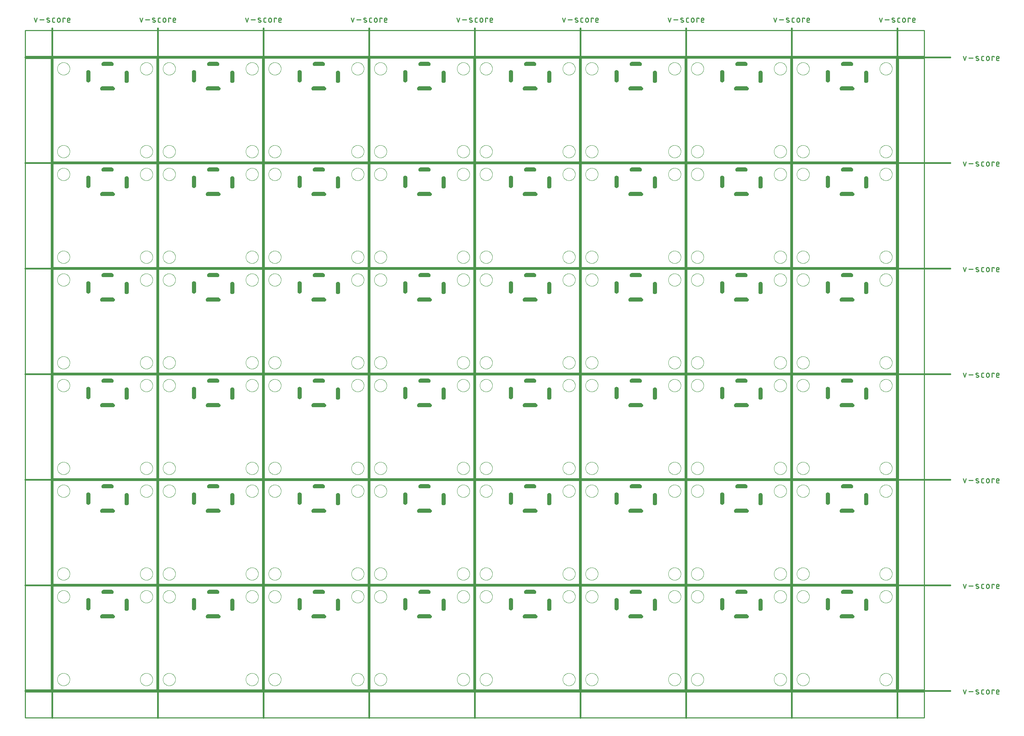
<source format=gko>
G04 EAGLE Gerber RS-274X export*
G75*
%MOMM*%
%FSLAX34Y34*%
%LPD*%
%IN*%
%IPPOS*%
%AMOC8*
5,1,8,0,0,1.08239X$1,22.5*%
G01*
%ADD10C,0.203200*%
%ADD11C,0.381000*%
%ADD12C,0.279400*%
%ADD13C,0.254000*%
%ADD14C,0.000000*%

G36*
X923593Y1470383D02*
X923593Y1470383D01*
X923596Y1470381D01*
X924708Y1470506D01*
X924714Y1470512D01*
X924719Y1470509D01*
X925776Y1470879D01*
X925780Y1470886D01*
X925786Y1470883D01*
X926734Y1471479D01*
X926737Y1471487D01*
X926742Y1471486D01*
X927534Y1472278D01*
X927535Y1472286D01*
X927541Y1472286D01*
X928137Y1473234D01*
X928136Y1473243D01*
X928141Y1473244D01*
X928511Y1474301D01*
X928510Y1474305D01*
X928512Y1474307D01*
X928510Y1474310D01*
X928514Y1474312D01*
X928639Y1475425D01*
X928635Y1475432D01*
X928639Y1475436D01*
X928514Y1476548D01*
X928508Y1476554D01*
X928511Y1476559D01*
X928141Y1477616D01*
X928135Y1477620D01*
X928137Y1477626D01*
X927541Y1478574D01*
X927533Y1478577D01*
X927534Y1478582D01*
X926742Y1479374D01*
X926734Y1479375D01*
X926734Y1479381D01*
X925786Y1479977D01*
X925777Y1479976D01*
X925776Y1479981D01*
X924719Y1480351D01*
X924711Y1480349D01*
X924708Y1480354D01*
X923596Y1480479D01*
X923592Y1480477D01*
X923590Y1480479D01*
X897590Y1480479D01*
X897587Y1480477D01*
X897586Y1480477D01*
X897585Y1480479D01*
X896472Y1480354D01*
X896466Y1480348D01*
X896461Y1480351D01*
X895404Y1479981D01*
X895400Y1479975D01*
X895394Y1479977D01*
X894446Y1479381D01*
X894443Y1479373D01*
X894438Y1479374D01*
X893646Y1478582D01*
X893645Y1478574D01*
X893639Y1478574D01*
X893043Y1477626D01*
X893044Y1477617D01*
X893039Y1477616D01*
X892669Y1476559D01*
X892671Y1476553D01*
X892667Y1476550D01*
X892668Y1476549D01*
X892666Y1476548D01*
X892541Y1475436D01*
X892545Y1475428D01*
X892541Y1475425D01*
X892666Y1474312D01*
X892672Y1474306D01*
X892669Y1474301D01*
X893039Y1473244D01*
X893046Y1473240D01*
X893043Y1473234D01*
X893639Y1472286D01*
X893647Y1472283D01*
X893646Y1472278D01*
X894438Y1471486D01*
X894446Y1471485D01*
X894446Y1471479D01*
X895394Y1470883D01*
X895403Y1470884D01*
X895404Y1470879D01*
X896461Y1470509D01*
X896469Y1470511D01*
X896472Y1470506D01*
X897585Y1470381D01*
X897588Y1470383D01*
X897590Y1470381D01*
X923590Y1470381D01*
X923593Y1470383D01*
G37*
G36*
X664513Y174983D02*
X664513Y174983D01*
X664516Y174981D01*
X665628Y175106D01*
X665634Y175112D01*
X665639Y175109D01*
X666696Y175479D01*
X666700Y175486D01*
X666706Y175483D01*
X667654Y176079D01*
X667657Y176087D01*
X667662Y176086D01*
X668454Y176878D01*
X668455Y176886D01*
X668461Y176886D01*
X669057Y177834D01*
X669056Y177843D01*
X669061Y177844D01*
X669431Y178901D01*
X669430Y178905D01*
X669432Y178907D01*
X669430Y178910D01*
X669434Y178912D01*
X669559Y180025D01*
X669555Y180032D01*
X669559Y180036D01*
X669434Y181148D01*
X669428Y181154D01*
X669431Y181159D01*
X669061Y182216D01*
X669055Y182220D01*
X669057Y182226D01*
X668461Y183174D01*
X668453Y183177D01*
X668454Y183182D01*
X667662Y183974D01*
X667654Y183975D01*
X667654Y183981D01*
X666706Y184577D01*
X666697Y184576D01*
X666696Y184581D01*
X665639Y184951D01*
X665631Y184949D01*
X665628Y184954D01*
X664516Y185079D01*
X664512Y185077D01*
X664510Y185079D01*
X638510Y185079D01*
X638507Y185077D01*
X638506Y185077D01*
X638505Y185079D01*
X637392Y184954D01*
X637386Y184948D01*
X637381Y184951D01*
X636324Y184581D01*
X636320Y184575D01*
X636314Y184577D01*
X635366Y183981D01*
X635363Y183973D01*
X635358Y183974D01*
X634566Y183182D01*
X634565Y183174D01*
X634559Y183174D01*
X633963Y182226D01*
X633964Y182217D01*
X633959Y182216D01*
X633589Y181159D01*
X633591Y181153D01*
X633587Y181150D01*
X633588Y181149D01*
X633586Y181148D01*
X633461Y180036D01*
X633465Y180028D01*
X633461Y180025D01*
X633586Y178912D01*
X633592Y178906D01*
X633589Y178901D01*
X633959Y177844D01*
X633966Y177840D01*
X633963Y177834D01*
X634559Y176886D01*
X634567Y176883D01*
X634566Y176878D01*
X635358Y176086D01*
X635366Y176085D01*
X635366Y176079D01*
X636314Y175483D01*
X636323Y175484D01*
X636324Y175479D01*
X637381Y175109D01*
X637389Y175111D01*
X637392Y175106D01*
X638505Y174981D01*
X638508Y174983D01*
X638510Y174981D01*
X664510Y174981D01*
X664513Y174983D01*
G37*
G36*
X405433Y174983D02*
X405433Y174983D01*
X405436Y174981D01*
X406548Y175106D01*
X406554Y175112D01*
X406559Y175109D01*
X407616Y175479D01*
X407620Y175486D01*
X407626Y175483D01*
X408574Y176079D01*
X408577Y176087D01*
X408582Y176086D01*
X409374Y176878D01*
X409375Y176886D01*
X409381Y176886D01*
X409977Y177834D01*
X409976Y177843D01*
X409981Y177844D01*
X410351Y178901D01*
X410350Y178905D01*
X410352Y178907D01*
X410350Y178910D01*
X410354Y178912D01*
X410479Y180025D01*
X410475Y180032D01*
X410479Y180036D01*
X410354Y181148D01*
X410348Y181154D01*
X410351Y181159D01*
X409981Y182216D01*
X409975Y182220D01*
X409977Y182226D01*
X409381Y183174D01*
X409373Y183177D01*
X409374Y183182D01*
X408582Y183974D01*
X408574Y183975D01*
X408574Y183981D01*
X407626Y184577D01*
X407617Y184576D01*
X407616Y184581D01*
X406559Y184951D01*
X406551Y184949D01*
X406548Y184954D01*
X405436Y185079D01*
X405432Y185077D01*
X405430Y185079D01*
X379430Y185079D01*
X379427Y185077D01*
X379426Y185077D01*
X379425Y185079D01*
X378312Y184954D01*
X378306Y184948D01*
X378301Y184951D01*
X377244Y184581D01*
X377240Y184575D01*
X377234Y184577D01*
X376286Y183981D01*
X376283Y183973D01*
X376278Y183974D01*
X375486Y183182D01*
X375485Y183174D01*
X375479Y183174D01*
X374883Y182226D01*
X374884Y182217D01*
X374879Y182216D01*
X374509Y181159D01*
X374511Y181153D01*
X374507Y181150D01*
X374508Y181149D01*
X374506Y181148D01*
X374381Y180036D01*
X374385Y180028D01*
X374381Y180025D01*
X374506Y178912D01*
X374512Y178906D01*
X374509Y178901D01*
X374879Y177844D01*
X374886Y177840D01*
X374883Y177834D01*
X375479Y176886D01*
X375487Y176883D01*
X375486Y176878D01*
X376278Y176086D01*
X376286Y176085D01*
X376286Y176079D01*
X377234Y175483D01*
X377243Y175484D01*
X377244Y175479D01*
X378301Y175109D01*
X378309Y175111D01*
X378312Y175106D01*
X379425Y174981D01*
X379428Y174983D01*
X379430Y174981D01*
X405430Y174981D01*
X405433Y174983D01*
G37*
G36*
X1959913Y174983D02*
X1959913Y174983D01*
X1959916Y174981D01*
X1961028Y175106D01*
X1961034Y175112D01*
X1961039Y175109D01*
X1962096Y175479D01*
X1962100Y175486D01*
X1962106Y175483D01*
X1963054Y176079D01*
X1963057Y176087D01*
X1963062Y176086D01*
X1963854Y176878D01*
X1963855Y176886D01*
X1963861Y176886D01*
X1964457Y177834D01*
X1964456Y177843D01*
X1964461Y177844D01*
X1964831Y178901D01*
X1964830Y178905D01*
X1964832Y178907D01*
X1964830Y178910D01*
X1964834Y178912D01*
X1964959Y180025D01*
X1964955Y180032D01*
X1964959Y180036D01*
X1964834Y181148D01*
X1964828Y181154D01*
X1964831Y181159D01*
X1964461Y182216D01*
X1964455Y182220D01*
X1964457Y182226D01*
X1963861Y183174D01*
X1963853Y183177D01*
X1963854Y183182D01*
X1963062Y183974D01*
X1963054Y183975D01*
X1963054Y183981D01*
X1962106Y184577D01*
X1962097Y184576D01*
X1962096Y184581D01*
X1961039Y184951D01*
X1961031Y184949D01*
X1961028Y184954D01*
X1959916Y185079D01*
X1959912Y185077D01*
X1959910Y185079D01*
X1933910Y185079D01*
X1933907Y185077D01*
X1933906Y185077D01*
X1933905Y185079D01*
X1932792Y184954D01*
X1932786Y184948D01*
X1932781Y184951D01*
X1931724Y184581D01*
X1931720Y184575D01*
X1931714Y184577D01*
X1930766Y183981D01*
X1930763Y183973D01*
X1930758Y183974D01*
X1929966Y183182D01*
X1929965Y183174D01*
X1929959Y183174D01*
X1929363Y182226D01*
X1929364Y182217D01*
X1929359Y182216D01*
X1928989Y181159D01*
X1928991Y181153D01*
X1928987Y181150D01*
X1928988Y181149D01*
X1928986Y181148D01*
X1928861Y180036D01*
X1928865Y180028D01*
X1928861Y180025D01*
X1928986Y178912D01*
X1928992Y178906D01*
X1928989Y178901D01*
X1929359Y177844D01*
X1929366Y177840D01*
X1929363Y177834D01*
X1929959Y176886D01*
X1929967Y176883D01*
X1929966Y176878D01*
X1930758Y176086D01*
X1930766Y176085D01*
X1930766Y176079D01*
X1931714Y175483D01*
X1931723Y175484D01*
X1931724Y175479D01*
X1932781Y175109D01*
X1932789Y175111D01*
X1932792Y175106D01*
X1933905Y174981D01*
X1933908Y174983D01*
X1933910Y174981D01*
X1959910Y174981D01*
X1959913Y174983D01*
G37*
G36*
X146353Y174983D02*
X146353Y174983D01*
X146356Y174981D01*
X147468Y175106D01*
X147474Y175112D01*
X147479Y175109D01*
X148536Y175479D01*
X148540Y175486D01*
X148546Y175483D01*
X149494Y176079D01*
X149497Y176087D01*
X149502Y176086D01*
X150294Y176878D01*
X150295Y176886D01*
X150301Y176886D01*
X150897Y177834D01*
X150896Y177843D01*
X150901Y177844D01*
X151271Y178901D01*
X151270Y178905D01*
X151272Y178907D01*
X151270Y178910D01*
X151274Y178912D01*
X151399Y180025D01*
X151395Y180032D01*
X151399Y180036D01*
X151274Y181148D01*
X151268Y181154D01*
X151271Y181159D01*
X150901Y182216D01*
X150895Y182220D01*
X150897Y182226D01*
X150301Y183174D01*
X150293Y183177D01*
X150294Y183182D01*
X149502Y183974D01*
X149494Y183975D01*
X149494Y183981D01*
X148546Y184577D01*
X148537Y184576D01*
X148536Y184581D01*
X147479Y184951D01*
X147471Y184949D01*
X147468Y184954D01*
X146356Y185079D01*
X146352Y185077D01*
X146350Y185079D01*
X120350Y185079D01*
X120347Y185077D01*
X120346Y185077D01*
X120345Y185079D01*
X119232Y184954D01*
X119226Y184948D01*
X119221Y184951D01*
X118164Y184581D01*
X118160Y184575D01*
X118154Y184577D01*
X117206Y183981D01*
X117203Y183973D01*
X117198Y183974D01*
X116406Y183182D01*
X116405Y183174D01*
X116399Y183174D01*
X115803Y182226D01*
X115804Y182217D01*
X115799Y182216D01*
X115429Y181159D01*
X115431Y181153D01*
X115427Y181150D01*
X115428Y181149D01*
X115426Y181148D01*
X115301Y180036D01*
X115305Y180028D01*
X115301Y180025D01*
X115426Y178912D01*
X115432Y178906D01*
X115429Y178901D01*
X115799Y177844D01*
X115806Y177840D01*
X115803Y177834D01*
X116399Y176886D01*
X116407Y176883D01*
X116406Y176878D01*
X117198Y176086D01*
X117206Y176085D01*
X117206Y176079D01*
X118154Y175483D01*
X118163Y175484D01*
X118164Y175479D01*
X119221Y175109D01*
X119229Y175111D01*
X119232Y175106D01*
X120345Y174981D01*
X120348Y174983D01*
X120350Y174981D01*
X146350Y174981D01*
X146353Y174983D01*
G37*
G36*
X1700833Y174983D02*
X1700833Y174983D01*
X1700836Y174981D01*
X1701948Y175106D01*
X1701954Y175112D01*
X1701959Y175109D01*
X1703016Y175479D01*
X1703020Y175486D01*
X1703026Y175483D01*
X1703974Y176079D01*
X1703977Y176087D01*
X1703982Y176086D01*
X1704774Y176878D01*
X1704775Y176886D01*
X1704781Y176886D01*
X1705377Y177834D01*
X1705376Y177843D01*
X1705381Y177844D01*
X1705751Y178901D01*
X1705750Y178905D01*
X1705752Y178907D01*
X1705750Y178910D01*
X1705754Y178912D01*
X1705879Y180025D01*
X1705875Y180032D01*
X1705879Y180036D01*
X1705754Y181148D01*
X1705748Y181154D01*
X1705751Y181159D01*
X1705381Y182216D01*
X1705375Y182220D01*
X1705377Y182226D01*
X1704781Y183174D01*
X1704773Y183177D01*
X1704774Y183182D01*
X1703982Y183974D01*
X1703974Y183975D01*
X1703974Y183981D01*
X1703026Y184577D01*
X1703017Y184576D01*
X1703016Y184581D01*
X1701959Y184951D01*
X1701951Y184949D01*
X1701948Y184954D01*
X1700836Y185079D01*
X1700832Y185077D01*
X1700830Y185079D01*
X1674830Y185079D01*
X1674827Y185077D01*
X1674826Y185077D01*
X1674825Y185079D01*
X1673712Y184954D01*
X1673706Y184948D01*
X1673701Y184951D01*
X1672644Y184581D01*
X1672640Y184575D01*
X1672634Y184577D01*
X1671686Y183981D01*
X1671683Y183973D01*
X1671678Y183974D01*
X1670886Y183182D01*
X1670885Y183174D01*
X1670879Y183174D01*
X1670283Y182226D01*
X1670284Y182217D01*
X1670279Y182216D01*
X1669909Y181159D01*
X1669911Y181153D01*
X1669907Y181150D01*
X1669908Y181149D01*
X1669906Y181148D01*
X1669781Y180036D01*
X1669785Y180028D01*
X1669781Y180025D01*
X1669906Y178912D01*
X1669912Y178906D01*
X1669909Y178901D01*
X1670279Y177844D01*
X1670286Y177840D01*
X1670283Y177834D01*
X1670879Y176886D01*
X1670887Y176883D01*
X1670886Y176878D01*
X1671678Y176086D01*
X1671686Y176085D01*
X1671686Y176079D01*
X1672634Y175483D01*
X1672643Y175484D01*
X1672644Y175479D01*
X1673701Y175109D01*
X1673709Y175111D01*
X1673712Y175106D01*
X1674825Y174981D01*
X1674828Y174983D01*
X1674830Y174981D01*
X1700830Y174981D01*
X1700833Y174983D01*
G37*
G36*
X923593Y174983D02*
X923593Y174983D01*
X923596Y174981D01*
X924708Y175106D01*
X924714Y175112D01*
X924719Y175109D01*
X925776Y175479D01*
X925780Y175486D01*
X925786Y175483D01*
X926734Y176079D01*
X926737Y176087D01*
X926742Y176086D01*
X927534Y176878D01*
X927535Y176886D01*
X927541Y176886D01*
X928137Y177834D01*
X928136Y177843D01*
X928141Y177844D01*
X928511Y178901D01*
X928510Y178905D01*
X928512Y178907D01*
X928510Y178910D01*
X928514Y178912D01*
X928639Y180025D01*
X928635Y180032D01*
X928639Y180036D01*
X928514Y181148D01*
X928508Y181154D01*
X928511Y181159D01*
X928141Y182216D01*
X928135Y182220D01*
X928137Y182226D01*
X927541Y183174D01*
X927533Y183177D01*
X927534Y183182D01*
X926742Y183974D01*
X926734Y183975D01*
X926734Y183981D01*
X925786Y184577D01*
X925777Y184576D01*
X925776Y184581D01*
X924719Y184951D01*
X924711Y184949D01*
X924708Y184954D01*
X923596Y185079D01*
X923592Y185077D01*
X923590Y185079D01*
X897590Y185079D01*
X897587Y185077D01*
X897586Y185077D01*
X897585Y185079D01*
X896472Y184954D01*
X896466Y184948D01*
X896461Y184951D01*
X895404Y184581D01*
X895400Y184575D01*
X895394Y184577D01*
X894446Y183981D01*
X894443Y183973D01*
X894438Y183974D01*
X893646Y183182D01*
X893645Y183174D01*
X893639Y183174D01*
X893043Y182226D01*
X893044Y182217D01*
X893039Y182216D01*
X892669Y181159D01*
X892671Y181153D01*
X892667Y181150D01*
X892668Y181149D01*
X892666Y181148D01*
X892541Y180036D01*
X892545Y180028D01*
X892541Y180025D01*
X892666Y178912D01*
X892672Y178906D01*
X892669Y178901D01*
X893039Y177844D01*
X893046Y177840D01*
X893043Y177834D01*
X893639Y176886D01*
X893647Y176883D01*
X893646Y176878D01*
X894438Y176086D01*
X894446Y176085D01*
X894446Y176079D01*
X895394Y175483D01*
X895403Y175484D01*
X895404Y175479D01*
X896461Y175109D01*
X896469Y175111D01*
X896472Y175106D01*
X897585Y174981D01*
X897588Y174983D01*
X897590Y174981D01*
X923590Y174981D01*
X923593Y174983D01*
G37*
G36*
X1182673Y174983D02*
X1182673Y174983D01*
X1182676Y174981D01*
X1183788Y175106D01*
X1183794Y175112D01*
X1183799Y175109D01*
X1184856Y175479D01*
X1184860Y175486D01*
X1184866Y175483D01*
X1185814Y176079D01*
X1185817Y176087D01*
X1185822Y176086D01*
X1186614Y176878D01*
X1186615Y176886D01*
X1186621Y176886D01*
X1187217Y177834D01*
X1187216Y177843D01*
X1187221Y177844D01*
X1187591Y178901D01*
X1187590Y178905D01*
X1187592Y178907D01*
X1187590Y178910D01*
X1187594Y178912D01*
X1187719Y180025D01*
X1187715Y180032D01*
X1187719Y180036D01*
X1187594Y181148D01*
X1187588Y181154D01*
X1187591Y181159D01*
X1187221Y182216D01*
X1187215Y182220D01*
X1187217Y182226D01*
X1186621Y183174D01*
X1186613Y183177D01*
X1186614Y183182D01*
X1185822Y183974D01*
X1185814Y183975D01*
X1185814Y183981D01*
X1184866Y184577D01*
X1184857Y184576D01*
X1184856Y184581D01*
X1183799Y184951D01*
X1183791Y184949D01*
X1183788Y184954D01*
X1182676Y185079D01*
X1182672Y185077D01*
X1182670Y185079D01*
X1156670Y185079D01*
X1156667Y185077D01*
X1156666Y185077D01*
X1156665Y185079D01*
X1155552Y184954D01*
X1155546Y184948D01*
X1155541Y184951D01*
X1154484Y184581D01*
X1154480Y184575D01*
X1154474Y184577D01*
X1153526Y183981D01*
X1153523Y183973D01*
X1153518Y183974D01*
X1152726Y183182D01*
X1152725Y183174D01*
X1152719Y183174D01*
X1152123Y182226D01*
X1152124Y182217D01*
X1152119Y182216D01*
X1151749Y181159D01*
X1151751Y181153D01*
X1151747Y181150D01*
X1151748Y181149D01*
X1151746Y181148D01*
X1151621Y180036D01*
X1151625Y180028D01*
X1151621Y180025D01*
X1151746Y178912D01*
X1151752Y178906D01*
X1151749Y178901D01*
X1152119Y177844D01*
X1152126Y177840D01*
X1152123Y177834D01*
X1152719Y176886D01*
X1152727Y176883D01*
X1152726Y176878D01*
X1153518Y176086D01*
X1153526Y176085D01*
X1153526Y176079D01*
X1154474Y175483D01*
X1154483Y175484D01*
X1154484Y175479D01*
X1155541Y175109D01*
X1155549Y175111D01*
X1155552Y175106D01*
X1156665Y174981D01*
X1156668Y174983D01*
X1156670Y174981D01*
X1182670Y174981D01*
X1182673Y174983D01*
G37*
G36*
X1959913Y434063D02*
X1959913Y434063D01*
X1959916Y434061D01*
X1961028Y434186D01*
X1961034Y434192D01*
X1961039Y434189D01*
X1962096Y434559D01*
X1962100Y434566D01*
X1962106Y434563D01*
X1963054Y435159D01*
X1963057Y435167D01*
X1963062Y435166D01*
X1963854Y435958D01*
X1963855Y435966D01*
X1963861Y435966D01*
X1964457Y436914D01*
X1964456Y436923D01*
X1964461Y436924D01*
X1964831Y437981D01*
X1964830Y437985D01*
X1964832Y437987D01*
X1964830Y437990D01*
X1964834Y437992D01*
X1964959Y439105D01*
X1964955Y439112D01*
X1964959Y439116D01*
X1964834Y440228D01*
X1964828Y440234D01*
X1964831Y440239D01*
X1964461Y441296D01*
X1964455Y441300D01*
X1964457Y441306D01*
X1963861Y442254D01*
X1963853Y442257D01*
X1963854Y442262D01*
X1963062Y443054D01*
X1963054Y443055D01*
X1963054Y443061D01*
X1962106Y443657D01*
X1962097Y443656D01*
X1962096Y443661D01*
X1961039Y444031D01*
X1961031Y444029D01*
X1961028Y444034D01*
X1959916Y444159D01*
X1959912Y444157D01*
X1959910Y444159D01*
X1933910Y444159D01*
X1933907Y444157D01*
X1933906Y444157D01*
X1933905Y444159D01*
X1932792Y444034D01*
X1932786Y444028D01*
X1932781Y444031D01*
X1931724Y443661D01*
X1931720Y443655D01*
X1931714Y443657D01*
X1930766Y443061D01*
X1930763Y443053D01*
X1930758Y443054D01*
X1929966Y442262D01*
X1929965Y442254D01*
X1929959Y442254D01*
X1929363Y441306D01*
X1929364Y441297D01*
X1929359Y441296D01*
X1928989Y440239D01*
X1928991Y440233D01*
X1928987Y440230D01*
X1928988Y440229D01*
X1928986Y440228D01*
X1928861Y439116D01*
X1928865Y439108D01*
X1928861Y439105D01*
X1928986Y437992D01*
X1928992Y437986D01*
X1928989Y437981D01*
X1929359Y436924D01*
X1929366Y436920D01*
X1929363Y436914D01*
X1929959Y435966D01*
X1929967Y435963D01*
X1929966Y435958D01*
X1930758Y435166D01*
X1930766Y435165D01*
X1930766Y435159D01*
X1931714Y434563D01*
X1931723Y434564D01*
X1931724Y434559D01*
X1932781Y434189D01*
X1932789Y434191D01*
X1932792Y434186D01*
X1933905Y434061D01*
X1933908Y434063D01*
X1933910Y434061D01*
X1959910Y434061D01*
X1959913Y434063D01*
G37*
G36*
X405433Y1211303D02*
X405433Y1211303D01*
X405436Y1211301D01*
X406548Y1211426D01*
X406554Y1211432D01*
X406559Y1211429D01*
X407616Y1211799D01*
X407620Y1211806D01*
X407626Y1211803D01*
X408574Y1212399D01*
X408577Y1212407D01*
X408582Y1212406D01*
X409374Y1213198D01*
X409375Y1213206D01*
X409381Y1213206D01*
X409977Y1214154D01*
X409976Y1214163D01*
X409981Y1214164D01*
X410351Y1215221D01*
X410350Y1215225D01*
X410352Y1215227D01*
X410350Y1215230D01*
X410354Y1215232D01*
X410479Y1216345D01*
X410475Y1216352D01*
X410479Y1216356D01*
X410354Y1217468D01*
X410348Y1217474D01*
X410351Y1217479D01*
X409981Y1218536D01*
X409975Y1218540D01*
X409977Y1218546D01*
X409381Y1219494D01*
X409373Y1219497D01*
X409374Y1219502D01*
X408582Y1220294D01*
X408574Y1220295D01*
X408574Y1220301D01*
X407626Y1220897D01*
X407617Y1220896D01*
X407616Y1220901D01*
X406559Y1221271D01*
X406551Y1221269D01*
X406548Y1221274D01*
X405436Y1221399D01*
X405432Y1221397D01*
X405430Y1221399D01*
X379430Y1221399D01*
X379427Y1221397D01*
X379426Y1221397D01*
X379425Y1221399D01*
X378312Y1221274D01*
X378306Y1221268D01*
X378301Y1221271D01*
X377244Y1220901D01*
X377240Y1220895D01*
X377234Y1220897D01*
X376286Y1220301D01*
X376283Y1220293D01*
X376278Y1220294D01*
X375486Y1219502D01*
X375485Y1219494D01*
X375479Y1219494D01*
X374883Y1218546D01*
X374884Y1218537D01*
X374879Y1218536D01*
X374509Y1217479D01*
X374511Y1217473D01*
X374507Y1217470D01*
X374508Y1217469D01*
X374506Y1217468D01*
X374381Y1216356D01*
X374385Y1216348D01*
X374381Y1216345D01*
X374506Y1215232D01*
X374512Y1215226D01*
X374509Y1215221D01*
X374879Y1214164D01*
X374886Y1214160D01*
X374883Y1214154D01*
X375479Y1213206D01*
X375487Y1213203D01*
X375486Y1213198D01*
X376278Y1212406D01*
X376286Y1212405D01*
X376286Y1212399D01*
X377234Y1211803D01*
X377243Y1211804D01*
X377244Y1211799D01*
X378301Y1211429D01*
X378309Y1211431D01*
X378312Y1211426D01*
X379425Y1211301D01*
X379428Y1211303D01*
X379430Y1211301D01*
X405430Y1211301D01*
X405433Y1211303D01*
G37*
G36*
X923593Y1211303D02*
X923593Y1211303D01*
X923596Y1211301D01*
X924708Y1211426D01*
X924714Y1211432D01*
X924719Y1211429D01*
X925776Y1211799D01*
X925780Y1211806D01*
X925786Y1211803D01*
X926734Y1212399D01*
X926737Y1212407D01*
X926742Y1212406D01*
X927534Y1213198D01*
X927535Y1213206D01*
X927541Y1213206D01*
X928137Y1214154D01*
X928136Y1214163D01*
X928141Y1214164D01*
X928511Y1215221D01*
X928510Y1215225D01*
X928512Y1215227D01*
X928510Y1215230D01*
X928514Y1215232D01*
X928639Y1216345D01*
X928635Y1216352D01*
X928639Y1216356D01*
X928514Y1217468D01*
X928508Y1217474D01*
X928511Y1217479D01*
X928141Y1218536D01*
X928135Y1218540D01*
X928137Y1218546D01*
X927541Y1219494D01*
X927533Y1219497D01*
X927534Y1219502D01*
X926742Y1220294D01*
X926734Y1220295D01*
X926734Y1220301D01*
X925786Y1220897D01*
X925777Y1220896D01*
X925776Y1220901D01*
X924719Y1221271D01*
X924711Y1221269D01*
X924708Y1221274D01*
X923596Y1221399D01*
X923592Y1221397D01*
X923590Y1221399D01*
X897590Y1221399D01*
X897587Y1221397D01*
X897586Y1221397D01*
X897585Y1221399D01*
X896472Y1221274D01*
X896466Y1221268D01*
X896461Y1221271D01*
X895404Y1220901D01*
X895400Y1220895D01*
X895394Y1220897D01*
X894446Y1220301D01*
X894443Y1220293D01*
X894438Y1220294D01*
X893646Y1219502D01*
X893645Y1219494D01*
X893639Y1219494D01*
X893043Y1218546D01*
X893044Y1218537D01*
X893039Y1218536D01*
X892669Y1217479D01*
X892671Y1217473D01*
X892667Y1217470D01*
X892668Y1217469D01*
X892666Y1217468D01*
X892541Y1216356D01*
X892545Y1216348D01*
X892541Y1216345D01*
X892666Y1215232D01*
X892672Y1215226D01*
X892669Y1215221D01*
X893039Y1214164D01*
X893046Y1214160D01*
X893043Y1214154D01*
X893639Y1213206D01*
X893647Y1213203D01*
X893646Y1213198D01*
X894438Y1212406D01*
X894446Y1212405D01*
X894446Y1212399D01*
X895394Y1211803D01*
X895403Y1211804D01*
X895404Y1211799D01*
X896461Y1211429D01*
X896469Y1211431D01*
X896472Y1211426D01*
X897585Y1211301D01*
X897588Y1211303D01*
X897590Y1211301D01*
X923590Y1211301D01*
X923593Y1211303D01*
G37*
G36*
X664513Y1211303D02*
X664513Y1211303D01*
X664516Y1211301D01*
X665628Y1211426D01*
X665634Y1211432D01*
X665639Y1211429D01*
X666696Y1211799D01*
X666700Y1211806D01*
X666706Y1211803D01*
X667654Y1212399D01*
X667657Y1212407D01*
X667662Y1212406D01*
X668454Y1213198D01*
X668455Y1213206D01*
X668461Y1213206D01*
X669057Y1214154D01*
X669056Y1214163D01*
X669061Y1214164D01*
X669431Y1215221D01*
X669430Y1215225D01*
X669432Y1215227D01*
X669430Y1215230D01*
X669434Y1215232D01*
X669559Y1216345D01*
X669555Y1216352D01*
X669559Y1216356D01*
X669434Y1217468D01*
X669428Y1217474D01*
X669431Y1217479D01*
X669061Y1218536D01*
X669055Y1218540D01*
X669057Y1218546D01*
X668461Y1219494D01*
X668453Y1219497D01*
X668454Y1219502D01*
X667662Y1220294D01*
X667654Y1220295D01*
X667654Y1220301D01*
X666706Y1220897D01*
X666697Y1220896D01*
X666696Y1220901D01*
X665639Y1221271D01*
X665631Y1221269D01*
X665628Y1221274D01*
X664516Y1221399D01*
X664512Y1221397D01*
X664510Y1221399D01*
X638510Y1221399D01*
X638507Y1221397D01*
X638506Y1221397D01*
X638505Y1221399D01*
X637392Y1221274D01*
X637386Y1221268D01*
X637381Y1221271D01*
X636324Y1220901D01*
X636320Y1220895D01*
X636314Y1220897D01*
X635366Y1220301D01*
X635363Y1220293D01*
X635358Y1220294D01*
X634566Y1219502D01*
X634565Y1219494D01*
X634559Y1219494D01*
X633963Y1218546D01*
X633964Y1218537D01*
X633959Y1218536D01*
X633589Y1217479D01*
X633591Y1217473D01*
X633587Y1217470D01*
X633588Y1217469D01*
X633586Y1217468D01*
X633461Y1216356D01*
X633465Y1216348D01*
X633461Y1216345D01*
X633586Y1215232D01*
X633592Y1215226D01*
X633589Y1215221D01*
X633959Y1214164D01*
X633966Y1214160D01*
X633963Y1214154D01*
X634559Y1213206D01*
X634567Y1213203D01*
X634566Y1213198D01*
X635358Y1212406D01*
X635366Y1212405D01*
X635366Y1212399D01*
X636314Y1211803D01*
X636323Y1211804D01*
X636324Y1211799D01*
X637381Y1211429D01*
X637389Y1211431D01*
X637392Y1211426D01*
X638505Y1211301D01*
X638508Y1211303D01*
X638510Y1211301D01*
X664510Y1211301D01*
X664513Y1211303D01*
G37*
G36*
X146353Y1211303D02*
X146353Y1211303D01*
X146356Y1211301D01*
X147468Y1211426D01*
X147474Y1211432D01*
X147479Y1211429D01*
X148536Y1211799D01*
X148540Y1211806D01*
X148546Y1211803D01*
X149494Y1212399D01*
X149497Y1212407D01*
X149502Y1212406D01*
X150294Y1213198D01*
X150295Y1213206D01*
X150301Y1213206D01*
X150897Y1214154D01*
X150896Y1214163D01*
X150901Y1214164D01*
X151271Y1215221D01*
X151270Y1215225D01*
X151272Y1215227D01*
X151270Y1215230D01*
X151274Y1215232D01*
X151399Y1216345D01*
X151395Y1216352D01*
X151399Y1216356D01*
X151274Y1217468D01*
X151268Y1217474D01*
X151271Y1217479D01*
X150901Y1218536D01*
X150895Y1218540D01*
X150897Y1218546D01*
X150301Y1219494D01*
X150293Y1219497D01*
X150294Y1219502D01*
X149502Y1220294D01*
X149494Y1220295D01*
X149494Y1220301D01*
X148546Y1220897D01*
X148537Y1220896D01*
X148536Y1220901D01*
X147479Y1221271D01*
X147471Y1221269D01*
X147468Y1221274D01*
X146356Y1221399D01*
X146352Y1221397D01*
X146350Y1221399D01*
X120350Y1221399D01*
X120347Y1221397D01*
X120346Y1221397D01*
X120345Y1221399D01*
X119232Y1221274D01*
X119226Y1221268D01*
X119221Y1221271D01*
X118164Y1220901D01*
X118160Y1220895D01*
X118154Y1220897D01*
X117206Y1220301D01*
X117203Y1220293D01*
X117198Y1220294D01*
X116406Y1219502D01*
X116405Y1219494D01*
X116399Y1219494D01*
X115803Y1218546D01*
X115804Y1218537D01*
X115799Y1218536D01*
X115429Y1217479D01*
X115431Y1217473D01*
X115427Y1217470D01*
X115428Y1217469D01*
X115426Y1217468D01*
X115301Y1216356D01*
X115305Y1216348D01*
X115301Y1216345D01*
X115426Y1215232D01*
X115432Y1215226D01*
X115429Y1215221D01*
X115799Y1214164D01*
X115806Y1214160D01*
X115803Y1214154D01*
X116399Y1213206D01*
X116407Y1213203D01*
X116406Y1213198D01*
X117198Y1212406D01*
X117206Y1212405D01*
X117206Y1212399D01*
X118154Y1211803D01*
X118163Y1211804D01*
X118164Y1211799D01*
X119221Y1211429D01*
X119229Y1211431D01*
X119232Y1211426D01*
X120345Y1211301D01*
X120348Y1211303D01*
X120350Y1211301D01*
X146350Y1211301D01*
X146353Y1211303D01*
G37*
G36*
X1441753Y1211303D02*
X1441753Y1211303D01*
X1441756Y1211301D01*
X1442868Y1211426D01*
X1442874Y1211432D01*
X1442879Y1211429D01*
X1443936Y1211799D01*
X1443940Y1211806D01*
X1443946Y1211803D01*
X1444894Y1212399D01*
X1444897Y1212407D01*
X1444902Y1212406D01*
X1445694Y1213198D01*
X1445695Y1213206D01*
X1445701Y1213206D01*
X1446297Y1214154D01*
X1446296Y1214163D01*
X1446301Y1214164D01*
X1446671Y1215221D01*
X1446670Y1215225D01*
X1446672Y1215227D01*
X1446670Y1215230D01*
X1446674Y1215232D01*
X1446799Y1216345D01*
X1446795Y1216352D01*
X1446799Y1216356D01*
X1446674Y1217468D01*
X1446668Y1217474D01*
X1446671Y1217479D01*
X1446301Y1218536D01*
X1446295Y1218540D01*
X1446297Y1218546D01*
X1445701Y1219494D01*
X1445693Y1219497D01*
X1445694Y1219502D01*
X1444902Y1220294D01*
X1444894Y1220295D01*
X1444894Y1220301D01*
X1443946Y1220897D01*
X1443937Y1220896D01*
X1443936Y1220901D01*
X1442879Y1221271D01*
X1442871Y1221269D01*
X1442868Y1221274D01*
X1441756Y1221399D01*
X1441752Y1221397D01*
X1441750Y1221399D01*
X1415750Y1221399D01*
X1415747Y1221397D01*
X1415746Y1221397D01*
X1415745Y1221399D01*
X1414632Y1221274D01*
X1414626Y1221268D01*
X1414621Y1221271D01*
X1413564Y1220901D01*
X1413560Y1220895D01*
X1413554Y1220897D01*
X1412606Y1220301D01*
X1412603Y1220293D01*
X1412598Y1220294D01*
X1411806Y1219502D01*
X1411805Y1219494D01*
X1411799Y1219494D01*
X1411203Y1218546D01*
X1411204Y1218537D01*
X1411199Y1218536D01*
X1410829Y1217479D01*
X1410831Y1217473D01*
X1410827Y1217470D01*
X1410828Y1217469D01*
X1410826Y1217468D01*
X1410701Y1216356D01*
X1410705Y1216348D01*
X1410701Y1216345D01*
X1410826Y1215232D01*
X1410832Y1215226D01*
X1410829Y1215221D01*
X1411199Y1214164D01*
X1411206Y1214160D01*
X1411203Y1214154D01*
X1411799Y1213206D01*
X1411807Y1213203D01*
X1411806Y1213198D01*
X1412598Y1212406D01*
X1412606Y1212405D01*
X1412606Y1212399D01*
X1413554Y1211803D01*
X1413563Y1211804D01*
X1413564Y1211799D01*
X1414621Y1211429D01*
X1414629Y1211431D01*
X1414632Y1211426D01*
X1415745Y1211301D01*
X1415748Y1211303D01*
X1415750Y1211301D01*
X1441750Y1211301D01*
X1441753Y1211303D01*
G37*
G36*
X1959913Y1211303D02*
X1959913Y1211303D01*
X1959916Y1211301D01*
X1961028Y1211426D01*
X1961034Y1211432D01*
X1961039Y1211429D01*
X1962096Y1211799D01*
X1962100Y1211806D01*
X1962106Y1211803D01*
X1963054Y1212399D01*
X1963057Y1212407D01*
X1963062Y1212406D01*
X1963854Y1213198D01*
X1963855Y1213206D01*
X1963861Y1213206D01*
X1964457Y1214154D01*
X1964456Y1214163D01*
X1964461Y1214164D01*
X1964831Y1215221D01*
X1964830Y1215225D01*
X1964832Y1215227D01*
X1964830Y1215230D01*
X1964834Y1215232D01*
X1964959Y1216345D01*
X1964955Y1216352D01*
X1964959Y1216356D01*
X1964834Y1217468D01*
X1964828Y1217474D01*
X1964831Y1217479D01*
X1964461Y1218536D01*
X1964455Y1218540D01*
X1964457Y1218546D01*
X1963861Y1219494D01*
X1963853Y1219497D01*
X1963854Y1219502D01*
X1963062Y1220294D01*
X1963054Y1220295D01*
X1963054Y1220301D01*
X1962106Y1220897D01*
X1962097Y1220896D01*
X1962096Y1220901D01*
X1961039Y1221271D01*
X1961031Y1221269D01*
X1961028Y1221274D01*
X1959916Y1221399D01*
X1959912Y1221397D01*
X1959910Y1221399D01*
X1933910Y1221399D01*
X1933907Y1221397D01*
X1933906Y1221397D01*
X1933905Y1221399D01*
X1932792Y1221274D01*
X1932786Y1221268D01*
X1932781Y1221271D01*
X1931724Y1220901D01*
X1931720Y1220895D01*
X1931714Y1220897D01*
X1930766Y1220301D01*
X1930763Y1220293D01*
X1930758Y1220294D01*
X1929966Y1219502D01*
X1929965Y1219494D01*
X1929959Y1219494D01*
X1929363Y1218546D01*
X1929364Y1218537D01*
X1929359Y1218536D01*
X1928989Y1217479D01*
X1928991Y1217473D01*
X1928987Y1217470D01*
X1928988Y1217469D01*
X1928986Y1217468D01*
X1928861Y1216356D01*
X1928865Y1216348D01*
X1928861Y1216345D01*
X1928986Y1215232D01*
X1928992Y1215226D01*
X1928989Y1215221D01*
X1929359Y1214164D01*
X1929366Y1214160D01*
X1929363Y1214154D01*
X1929959Y1213206D01*
X1929967Y1213203D01*
X1929966Y1213198D01*
X1930758Y1212406D01*
X1930766Y1212405D01*
X1930766Y1212399D01*
X1931714Y1211803D01*
X1931723Y1211804D01*
X1931724Y1211799D01*
X1932781Y1211429D01*
X1932789Y1211431D01*
X1932792Y1211426D01*
X1933905Y1211301D01*
X1933908Y1211303D01*
X1933910Y1211301D01*
X1959910Y1211301D01*
X1959913Y1211303D01*
G37*
G36*
X1700833Y1211303D02*
X1700833Y1211303D01*
X1700836Y1211301D01*
X1701948Y1211426D01*
X1701954Y1211432D01*
X1701959Y1211429D01*
X1703016Y1211799D01*
X1703020Y1211806D01*
X1703026Y1211803D01*
X1703974Y1212399D01*
X1703977Y1212407D01*
X1703982Y1212406D01*
X1704774Y1213198D01*
X1704775Y1213206D01*
X1704781Y1213206D01*
X1705377Y1214154D01*
X1705376Y1214163D01*
X1705381Y1214164D01*
X1705751Y1215221D01*
X1705750Y1215225D01*
X1705752Y1215227D01*
X1705750Y1215230D01*
X1705754Y1215232D01*
X1705879Y1216345D01*
X1705875Y1216352D01*
X1705879Y1216356D01*
X1705754Y1217468D01*
X1705748Y1217474D01*
X1705751Y1217479D01*
X1705381Y1218536D01*
X1705375Y1218540D01*
X1705377Y1218546D01*
X1704781Y1219494D01*
X1704773Y1219497D01*
X1704774Y1219502D01*
X1703982Y1220294D01*
X1703974Y1220295D01*
X1703974Y1220301D01*
X1703026Y1220897D01*
X1703017Y1220896D01*
X1703016Y1220901D01*
X1701959Y1221271D01*
X1701951Y1221269D01*
X1701948Y1221274D01*
X1700836Y1221399D01*
X1700832Y1221397D01*
X1700830Y1221399D01*
X1674830Y1221399D01*
X1674827Y1221397D01*
X1674826Y1221397D01*
X1674825Y1221399D01*
X1673712Y1221274D01*
X1673706Y1221268D01*
X1673701Y1221271D01*
X1672644Y1220901D01*
X1672640Y1220895D01*
X1672634Y1220897D01*
X1671686Y1220301D01*
X1671683Y1220293D01*
X1671678Y1220294D01*
X1670886Y1219502D01*
X1670885Y1219494D01*
X1670879Y1219494D01*
X1670283Y1218546D01*
X1670284Y1218537D01*
X1670279Y1218536D01*
X1669909Y1217479D01*
X1669911Y1217473D01*
X1669907Y1217470D01*
X1669908Y1217469D01*
X1669906Y1217468D01*
X1669781Y1216356D01*
X1669785Y1216348D01*
X1669781Y1216345D01*
X1669906Y1215232D01*
X1669912Y1215226D01*
X1669909Y1215221D01*
X1670279Y1214164D01*
X1670286Y1214160D01*
X1670283Y1214154D01*
X1670879Y1213206D01*
X1670887Y1213203D01*
X1670886Y1213198D01*
X1671678Y1212406D01*
X1671686Y1212405D01*
X1671686Y1212399D01*
X1672634Y1211803D01*
X1672643Y1211804D01*
X1672644Y1211799D01*
X1673701Y1211429D01*
X1673709Y1211431D01*
X1673712Y1211426D01*
X1674825Y1211301D01*
X1674828Y1211303D01*
X1674830Y1211301D01*
X1700830Y1211301D01*
X1700833Y1211303D01*
G37*
G36*
X1182673Y1211303D02*
X1182673Y1211303D01*
X1182676Y1211301D01*
X1183788Y1211426D01*
X1183794Y1211432D01*
X1183799Y1211429D01*
X1184856Y1211799D01*
X1184860Y1211806D01*
X1184866Y1211803D01*
X1185814Y1212399D01*
X1185817Y1212407D01*
X1185822Y1212406D01*
X1186614Y1213198D01*
X1186615Y1213206D01*
X1186621Y1213206D01*
X1187217Y1214154D01*
X1187216Y1214163D01*
X1187221Y1214164D01*
X1187591Y1215221D01*
X1187590Y1215225D01*
X1187592Y1215227D01*
X1187590Y1215230D01*
X1187594Y1215232D01*
X1187719Y1216345D01*
X1187715Y1216352D01*
X1187719Y1216356D01*
X1187594Y1217468D01*
X1187588Y1217474D01*
X1187591Y1217479D01*
X1187221Y1218536D01*
X1187215Y1218540D01*
X1187217Y1218546D01*
X1186621Y1219494D01*
X1186613Y1219497D01*
X1186614Y1219502D01*
X1185822Y1220294D01*
X1185814Y1220295D01*
X1185814Y1220301D01*
X1184866Y1220897D01*
X1184857Y1220896D01*
X1184856Y1220901D01*
X1183799Y1221271D01*
X1183791Y1221269D01*
X1183788Y1221274D01*
X1182676Y1221399D01*
X1182672Y1221397D01*
X1182670Y1221399D01*
X1156670Y1221399D01*
X1156667Y1221397D01*
X1156666Y1221397D01*
X1156665Y1221399D01*
X1155552Y1221274D01*
X1155546Y1221268D01*
X1155541Y1221271D01*
X1154484Y1220901D01*
X1154480Y1220895D01*
X1154474Y1220897D01*
X1153526Y1220301D01*
X1153523Y1220293D01*
X1153518Y1220294D01*
X1152726Y1219502D01*
X1152725Y1219494D01*
X1152719Y1219494D01*
X1152123Y1218546D01*
X1152124Y1218537D01*
X1152119Y1218536D01*
X1151749Y1217479D01*
X1151751Y1217473D01*
X1151747Y1217470D01*
X1151748Y1217469D01*
X1151746Y1217468D01*
X1151621Y1216356D01*
X1151625Y1216348D01*
X1151621Y1216345D01*
X1151746Y1215232D01*
X1151752Y1215226D01*
X1151749Y1215221D01*
X1152119Y1214164D01*
X1152126Y1214160D01*
X1152123Y1214154D01*
X1152719Y1213206D01*
X1152727Y1213203D01*
X1152726Y1213198D01*
X1153518Y1212406D01*
X1153526Y1212405D01*
X1153526Y1212399D01*
X1154474Y1211803D01*
X1154483Y1211804D01*
X1154484Y1211799D01*
X1155541Y1211429D01*
X1155549Y1211431D01*
X1155552Y1211426D01*
X1156665Y1211301D01*
X1156668Y1211303D01*
X1156670Y1211301D01*
X1182670Y1211301D01*
X1182673Y1211303D01*
G37*
G36*
X923593Y952223D02*
X923593Y952223D01*
X923596Y952221D01*
X924708Y952346D01*
X924714Y952352D01*
X924719Y952349D01*
X925776Y952719D01*
X925780Y952726D01*
X925786Y952723D01*
X926734Y953319D01*
X926737Y953327D01*
X926742Y953326D01*
X927534Y954118D01*
X927535Y954126D01*
X927541Y954126D01*
X928137Y955074D01*
X928136Y955083D01*
X928141Y955084D01*
X928511Y956141D01*
X928510Y956145D01*
X928512Y956147D01*
X928510Y956150D01*
X928514Y956152D01*
X928639Y957265D01*
X928635Y957272D01*
X928639Y957276D01*
X928514Y958388D01*
X928508Y958394D01*
X928511Y958399D01*
X928141Y959456D01*
X928135Y959460D01*
X928137Y959466D01*
X927541Y960414D01*
X927533Y960417D01*
X927534Y960422D01*
X926742Y961214D01*
X926734Y961215D01*
X926734Y961221D01*
X925786Y961817D01*
X925777Y961816D01*
X925776Y961821D01*
X924719Y962191D01*
X924711Y962189D01*
X924708Y962194D01*
X923596Y962319D01*
X923592Y962317D01*
X923590Y962319D01*
X897590Y962319D01*
X897587Y962317D01*
X897586Y962317D01*
X897585Y962319D01*
X896472Y962194D01*
X896466Y962188D01*
X896461Y962191D01*
X895404Y961821D01*
X895400Y961815D01*
X895394Y961817D01*
X894446Y961221D01*
X894443Y961213D01*
X894438Y961214D01*
X893646Y960422D01*
X893645Y960414D01*
X893639Y960414D01*
X893043Y959466D01*
X893044Y959457D01*
X893039Y959456D01*
X892669Y958399D01*
X892671Y958393D01*
X892667Y958390D01*
X892668Y958389D01*
X892666Y958388D01*
X892541Y957276D01*
X892545Y957268D01*
X892541Y957265D01*
X892666Y956152D01*
X892672Y956146D01*
X892669Y956141D01*
X893039Y955084D01*
X893046Y955080D01*
X893043Y955074D01*
X893639Y954126D01*
X893647Y954123D01*
X893646Y954118D01*
X894438Y953326D01*
X894446Y953325D01*
X894446Y953319D01*
X895394Y952723D01*
X895403Y952724D01*
X895404Y952719D01*
X896461Y952349D01*
X896469Y952351D01*
X896472Y952346D01*
X897585Y952221D01*
X897588Y952223D01*
X897590Y952221D01*
X923590Y952221D01*
X923593Y952223D01*
G37*
G36*
X146353Y952223D02*
X146353Y952223D01*
X146356Y952221D01*
X147468Y952346D01*
X147474Y952352D01*
X147479Y952349D01*
X148536Y952719D01*
X148540Y952726D01*
X148546Y952723D01*
X149494Y953319D01*
X149497Y953327D01*
X149502Y953326D01*
X150294Y954118D01*
X150295Y954126D01*
X150301Y954126D01*
X150897Y955074D01*
X150896Y955083D01*
X150901Y955084D01*
X151271Y956141D01*
X151270Y956145D01*
X151272Y956147D01*
X151270Y956150D01*
X151274Y956152D01*
X151399Y957265D01*
X151395Y957272D01*
X151399Y957276D01*
X151274Y958388D01*
X151268Y958394D01*
X151271Y958399D01*
X150901Y959456D01*
X150895Y959460D01*
X150897Y959466D01*
X150301Y960414D01*
X150293Y960417D01*
X150294Y960422D01*
X149502Y961214D01*
X149494Y961215D01*
X149494Y961221D01*
X148546Y961817D01*
X148537Y961816D01*
X148536Y961821D01*
X147479Y962191D01*
X147471Y962189D01*
X147468Y962194D01*
X146356Y962319D01*
X146352Y962317D01*
X146350Y962319D01*
X120350Y962319D01*
X120347Y962317D01*
X120346Y962317D01*
X120345Y962319D01*
X119232Y962194D01*
X119226Y962188D01*
X119221Y962191D01*
X118164Y961821D01*
X118160Y961815D01*
X118154Y961817D01*
X117206Y961221D01*
X117203Y961213D01*
X117198Y961214D01*
X116406Y960422D01*
X116405Y960414D01*
X116399Y960414D01*
X115803Y959466D01*
X115804Y959457D01*
X115799Y959456D01*
X115429Y958399D01*
X115431Y958393D01*
X115427Y958390D01*
X115428Y958389D01*
X115426Y958388D01*
X115301Y957276D01*
X115305Y957268D01*
X115301Y957265D01*
X115426Y956152D01*
X115432Y956146D01*
X115429Y956141D01*
X115799Y955084D01*
X115806Y955080D01*
X115803Y955074D01*
X116399Y954126D01*
X116407Y954123D01*
X116406Y954118D01*
X117198Y953326D01*
X117206Y953325D01*
X117206Y953319D01*
X118154Y952723D01*
X118163Y952724D01*
X118164Y952719D01*
X119221Y952349D01*
X119229Y952351D01*
X119232Y952346D01*
X120345Y952221D01*
X120348Y952223D01*
X120350Y952221D01*
X146350Y952221D01*
X146353Y952223D01*
G37*
G36*
X1959913Y952223D02*
X1959913Y952223D01*
X1959916Y952221D01*
X1961028Y952346D01*
X1961034Y952352D01*
X1961039Y952349D01*
X1962096Y952719D01*
X1962100Y952726D01*
X1962106Y952723D01*
X1963054Y953319D01*
X1963057Y953327D01*
X1963062Y953326D01*
X1963854Y954118D01*
X1963855Y954126D01*
X1963861Y954126D01*
X1964457Y955074D01*
X1964456Y955083D01*
X1964461Y955084D01*
X1964831Y956141D01*
X1964830Y956145D01*
X1964832Y956147D01*
X1964830Y956150D01*
X1964834Y956152D01*
X1964959Y957265D01*
X1964955Y957272D01*
X1964959Y957276D01*
X1964834Y958388D01*
X1964828Y958394D01*
X1964831Y958399D01*
X1964461Y959456D01*
X1964455Y959460D01*
X1964457Y959466D01*
X1963861Y960414D01*
X1963853Y960417D01*
X1963854Y960422D01*
X1963062Y961214D01*
X1963054Y961215D01*
X1963054Y961221D01*
X1962106Y961817D01*
X1962097Y961816D01*
X1962096Y961821D01*
X1961039Y962191D01*
X1961031Y962189D01*
X1961028Y962194D01*
X1959916Y962319D01*
X1959912Y962317D01*
X1959910Y962319D01*
X1933910Y962319D01*
X1933907Y962317D01*
X1933906Y962317D01*
X1933905Y962319D01*
X1932792Y962194D01*
X1932786Y962188D01*
X1932781Y962191D01*
X1931724Y961821D01*
X1931720Y961815D01*
X1931714Y961817D01*
X1930766Y961221D01*
X1930763Y961213D01*
X1930758Y961214D01*
X1929966Y960422D01*
X1929965Y960414D01*
X1929959Y960414D01*
X1929363Y959466D01*
X1929364Y959457D01*
X1929359Y959456D01*
X1928989Y958399D01*
X1928991Y958393D01*
X1928987Y958390D01*
X1928988Y958389D01*
X1928986Y958388D01*
X1928861Y957276D01*
X1928865Y957268D01*
X1928861Y957265D01*
X1928986Y956152D01*
X1928992Y956146D01*
X1928989Y956141D01*
X1929359Y955084D01*
X1929366Y955080D01*
X1929363Y955074D01*
X1929959Y954126D01*
X1929967Y954123D01*
X1929966Y954118D01*
X1930758Y953326D01*
X1930766Y953325D01*
X1930766Y953319D01*
X1931714Y952723D01*
X1931723Y952724D01*
X1931724Y952719D01*
X1932781Y952349D01*
X1932789Y952351D01*
X1932792Y952346D01*
X1933905Y952221D01*
X1933908Y952223D01*
X1933910Y952221D01*
X1959910Y952221D01*
X1959913Y952223D01*
G37*
G36*
X1182673Y952223D02*
X1182673Y952223D01*
X1182676Y952221D01*
X1183788Y952346D01*
X1183794Y952352D01*
X1183799Y952349D01*
X1184856Y952719D01*
X1184860Y952726D01*
X1184866Y952723D01*
X1185814Y953319D01*
X1185817Y953327D01*
X1185822Y953326D01*
X1186614Y954118D01*
X1186615Y954126D01*
X1186621Y954126D01*
X1187217Y955074D01*
X1187216Y955083D01*
X1187221Y955084D01*
X1187591Y956141D01*
X1187590Y956145D01*
X1187592Y956147D01*
X1187590Y956150D01*
X1187594Y956152D01*
X1187719Y957265D01*
X1187715Y957272D01*
X1187719Y957276D01*
X1187594Y958388D01*
X1187588Y958394D01*
X1187591Y958399D01*
X1187221Y959456D01*
X1187215Y959460D01*
X1187217Y959466D01*
X1186621Y960414D01*
X1186613Y960417D01*
X1186614Y960422D01*
X1185822Y961214D01*
X1185814Y961215D01*
X1185814Y961221D01*
X1184866Y961817D01*
X1184857Y961816D01*
X1184856Y961821D01*
X1183799Y962191D01*
X1183791Y962189D01*
X1183788Y962194D01*
X1182676Y962319D01*
X1182672Y962317D01*
X1182670Y962319D01*
X1156670Y962319D01*
X1156667Y962317D01*
X1156666Y962317D01*
X1156665Y962319D01*
X1155552Y962194D01*
X1155546Y962188D01*
X1155541Y962191D01*
X1154484Y961821D01*
X1154480Y961815D01*
X1154474Y961817D01*
X1153526Y961221D01*
X1153523Y961213D01*
X1153518Y961214D01*
X1152726Y960422D01*
X1152725Y960414D01*
X1152719Y960414D01*
X1152123Y959466D01*
X1152124Y959457D01*
X1152119Y959456D01*
X1151749Y958399D01*
X1151751Y958393D01*
X1151747Y958390D01*
X1151748Y958389D01*
X1151746Y958388D01*
X1151621Y957276D01*
X1151625Y957268D01*
X1151621Y957265D01*
X1151746Y956152D01*
X1151752Y956146D01*
X1151749Y956141D01*
X1152119Y955084D01*
X1152126Y955080D01*
X1152123Y955074D01*
X1152719Y954126D01*
X1152727Y954123D01*
X1152726Y954118D01*
X1153518Y953326D01*
X1153526Y953325D01*
X1153526Y953319D01*
X1154474Y952723D01*
X1154483Y952724D01*
X1154484Y952719D01*
X1155541Y952349D01*
X1155549Y952351D01*
X1155552Y952346D01*
X1156665Y952221D01*
X1156668Y952223D01*
X1156670Y952221D01*
X1182670Y952221D01*
X1182673Y952223D01*
G37*
G36*
X664513Y952223D02*
X664513Y952223D01*
X664516Y952221D01*
X665628Y952346D01*
X665634Y952352D01*
X665639Y952349D01*
X666696Y952719D01*
X666700Y952726D01*
X666706Y952723D01*
X667654Y953319D01*
X667657Y953327D01*
X667662Y953326D01*
X668454Y954118D01*
X668455Y954126D01*
X668461Y954126D01*
X669057Y955074D01*
X669056Y955083D01*
X669061Y955084D01*
X669431Y956141D01*
X669430Y956145D01*
X669432Y956147D01*
X669430Y956150D01*
X669434Y956152D01*
X669559Y957265D01*
X669555Y957272D01*
X669559Y957276D01*
X669434Y958388D01*
X669428Y958394D01*
X669431Y958399D01*
X669061Y959456D01*
X669055Y959460D01*
X669057Y959466D01*
X668461Y960414D01*
X668453Y960417D01*
X668454Y960422D01*
X667662Y961214D01*
X667654Y961215D01*
X667654Y961221D01*
X666706Y961817D01*
X666697Y961816D01*
X666696Y961821D01*
X665639Y962191D01*
X665631Y962189D01*
X665628Y962194D01*
X664516Y962319D01*
X664512Y962317D01*
X664510Y962319D01*
X638510Y962319D01*
X638507Y962317D01*
X638506Y962317D01*
X638505Y962319D01*
X637392Y962194D01*
X637386Y962188D01*
X637381Y962191D01*
X636324Y961821D01*
X636320Y961815D01*
X636314Y961817D01*
X635366Y961221D01*
X635363Y961213D01*
X635358Y961214D01*
X634566Y960422D01*
X634565Y960414D01*
X634559Y960414D01*
X633963Y959466D01*
X633964Y959457D01*
X633959Y959456D01*
X633589Y958399D01*
X633591Y958393D01*
X633587Y958390D01*
X633588Y958389D01*
X633586Y958388D01*
X633461Y957276D01*
X633465Y957268D01*
X633461Y957265D01*
X633586Y956152D01*
X633592Y956146D01*
X633589Y956141D01*
X633959Y955084D01*
X633966Y955080D01*
X633963Y955074D01*
X634559Y954126D01*
X634567Y954123D01*
X634566Y954118D01*
X635358Y953326D01*
X635366Y953325D01*
X635366Y953319D01*
X636314Y952723D01*
X636323Y952724D01*
X636324Y952719D01*
X637381Y952349D01*
X637389Y952351D01*
X637392Y952346D01*
X638505Y952221D01*
X638508Y952223D01*
X638510Y952221D01*
X664510Y952221D01*
X664513Y952223D01*
G37*
G36*
X1700833Y952223D02*
X1700833Y952223D01*
X1700836Y952221D01*
X1701948Y952346D01*
X1701954Y952352D01*
X1701959Y952349D01*
X1703016Y952719D01*
X1703020Y952726D01*
X1703026Y952723D01*
X1703974Y953319D01*
X1703977Y953327D01*
X1703982Y953326D01*
X1704774Y954118D01*
X1704775Y954126D01*
X1704781Y954126D01*
X1705377Y955074D01*
X1705376Y955083D01*
X1705381Y955084D01*
X1705751Y956141D01*
X1705750Y956145D01*
X1705752Y956147D01*
X1705750Y956150D01*
X1705754Y956152D01*
X1705879Y957265D01*
X1705875Y957272D01*
X1705879Y957276D01*
X1705754Y958388D01*
X1705748Y958394D01*
X1705751Y958399D01*
X1705381Y959456D01*
X1705375Y959460D01*
X1705377Y959466D01*
X1704781Y960414D01*
X1704773Y960417D01*
X1704774Y960422D01*
X1703982Y961214D01*
X1703974Y961215D01*
X1703974Y961221D01*
X1703026Y961817D01*
X1703017Y961816D01*
X1703016Y961821D01*
X1701959Y962191D01*
X1701951Y962189D01*
X1701948Y962194D01*
X1700836Y962319D01*
X1700832Y962317D01*
X1700830Y962319D01*
X1674830Y962319D01*
X1674827Y962317D01*
X1674826Y962317D01*
X1674825Y962319D01*
X1673712Y962194D01*
X1673706Y962188D01*
X1673701Y962191D01*
X1672644Y961821D01*
X1672640Y961815D01*
X1672634Y961817D01*
X1671686Y961221D01*
X1671683Y961213D01*
X1671678Y961214D01*
X1670886Y960422D01*
X1670885Y960414D01*
X1670879Y960414D01*
X1670283Y959466D01*
X1670284Y959457D01*
X1670279Y959456D01*
X1669909Y958399D01*
X1669911Y958393D01*
X1669907Y958390D01*
X1669908Y958389D01*
X1669906Y958388D01*
X1669781Y957276D01*
X1669785Y957268D01*
X1669781Y957265D01*
X1669906Y956152D01*
X1669912Y956146D01*
X1669909Y956141D01*
X1670279Y955084D01*
X1670286Y955080D01*
X1670283Y955074D01*
X1670879Y954126D01*
X1670887Y954123D01*
X1670886Y954118D01*
X1671678Y953326D01*
X1671686Y953325D01*
X1671686Y953319D01*
X1672634Y952723D01*
X1672643Y952724D01*
X1672644Y952719D01*
X1673701Y952349D01*
X1673709Y952351D01*
X1673712Y952346D01*
X1674825Y952221D01*
X1674828Y952223D01*
X1674830Y952221D01*
X1700830Y952221D01*
X1700833Y952223D01*
G37*
G36*
X1441753Y952223D02*
X1441753Y952223D01*
X1441756Y952221D01*
X1442868Y952346D01*
X1442874Y952352D01*
X1442879Y952349D01*
X1443936Y952719D01*
X1443940Y952726D01*
X1443946Y952723D01*
X1444894Y953319D01*
X1444897Y953327D01*
X1444902Y953326D01*
X1445694Y954118D01*
X1445695Y954126D01*
X1445701Y954126D01*
X1446297Y955074D01*
X1446296Y955083D01*
X1446301Y955084D01*
X1446671Y956141D01*
X1446670Y956145D01*
X1446672Y956147D01*
X1446670Y956150D01*
X1446674Y956152D01*
X1446799Y957265D01*
X1446795Y957272D01*
X1446799Y957276D01*
X1446674Y958388D01*
X1446668Y958394D01*
X1446671Y958399D01*
X1446301Y959456D01*
X1446295Y959460D01*
X1446297Y959466D01*
X1445701Y960414D01*
X1445693Y960417D01*
X1445694Y960422D01*
X1444902Y961214D01*
X1444894Y961215D01*
X1444894Y961221D01*
X1443946Y961817D01*
X1443937Y961816D01*
X1443936Y961821D01*
X1442879Y962191D01*
X1442871Y962189D01*
X1442868Y962194D01*
X1441756Y962319D01*
X1441752Y962317D01*
X1441750Y962319D01*
X1415750Y962319D01*
X1415747Y962317D01*
X1415746Y962317D01*
X1415745Y962319D01*
X1414632Y962194D01*
X1414626Y962188D01*
X1414621Y962191D01*
X1413564Y961821D01*
X1413560Y961815D01*
X1413554Y961817D01*
X1412606Y961221D01*
X1412603Y961213D01*
X1412598Y961214D01*
X1411806Y960422D01*
X1411805Y960414D01*
X1411799Y960414D01*
X1411203Y959466D01*
X1411204Y959457D01*
X1411199Y959456D01*
X1410829Y958399D01*
X1410831Y958393D01*
X1410827Y958390D01*
X1410828Y958389D01*
X1410826Y958388D01*
X1410701Y957276D01*
X1410705Y957268D01*
X1410701Y957265D01*
X1410826Y956152D01*
X1410832Y956146D01*
X1410829Y956141D01*
X1411199Y955084D01*
X1411206Y955080D01*
X1411203Y955074D01*
X1411799Y954126D01*
X1411807Y954123D01*
X1411806Y954118D01*
X1412598Y953326D01*
X1412606Y953325D01*
X1412606Y953319D01*
X1413554Y952723D01*
X1413563Y952724D01*
X1413564Y952719D01*
X1414621Y952349D01*
X1414629Y952351D01*
X1414632Y952346D01*
X1415745Y952221D01*
X1415748Y952223D01*
X1415750Y952221D01*
X1441750Y952221D01*
X1441753Y952223D01*
G37*
G36*
X405433Y952223D02*
X405433Y952223D01*
X405436Y952221D01*
X406548Y952346D01*
X406554Y952352D01*
X406559Y952349D01*
X407616Y952719D01*
X407620Y952726D01*
X407626Y952723D01*
X408574Y953319D01*
X408577Y953327D01*
X408582Y953326D01*
X409374Y954118D01*
X409375Y954126D01*
X409381Y954126D01*
X409977Y955074D01*
X409976Y955083D01*
X409981Y955084D01*
X410351Y956141D01*
X410350Y956145D01*
X410352Y956147D01*
X410350Y956150D01*
X410354Y956152D01*
X410479Y957265D01*
X410475Y957272D01*
X410479Y957276D01*
X410354Y958388D01*
X410348Y958394D01*
X410351Y958399D01*
X409981Y959456D01*
X409975Y959460D01*
X409977Y959466D01*
X409381Y960414D01*
X409373Y960417D01*
X409374Y960422D01*
X408582Y961214D01*
X408574Y961215D01*
X408574Y961221D01*
X407626Y961817D01*
X407617Y961816D01*
X407616Y961821D01*
X406559Y962191D01*
X406551Y962189D01*
X406548Y962194D01*
X405436Y962319D01*
X405432Y962317D01*
X405430Y962319D01*
X379430Y962319D01*
X379427Y962317D01*
X379426Y962317D01*
X379425Y962319D01*
X378312Y962194D01*
X378306Y962188D01*
X378301Y962191D01*
X377244Y961821D01*
X377240Y961815D01*
X377234Y961817D01*
X376286Y961221D01*
X376283Y961213D01*
X376278Y961214D01*
X375486Y960422D01*
X375485Y960414D01*
X375479Y960414D01*
X374883Y959466D01*
X374884Y959457D01*
X374879Y959456D01*
X374509Y958399D01*
X374511Y958393D01*
X374507Y958390D01*
X374508Y958389D01*
X374506Y958388D01*
X374381Y957276D01*
X374385Y957268D01*
X374381Y957265D01*
X374506Y956152D01*
X374512Y956146D01*
X374509Y956141D01*
X374879Y955084D01*
X374886Y955080D01*
X374883Y955074D01*
X375479Y954126D01*
X375487Y954123D01*
X375486Y954118D01*
X376278Y953326D01*
X376286Y953325D01*
X376286Y953319D01*
X377234Y952723D01*
X377243Y952724D01*
X377244Y952719D01*
X378301Y952349D01*
X378309Y952351D01*
X378312Y952346D01*
X379425Y952221D01*
X379428Y952223D01*
X379430Y952221D01*
X405430Y952221D01*
X405433Y952223D01*
G37*
G36*
X146353Y1470383D02*
X146353Y1470383D01*
X146356Y1470381D01*
X147468Y1470506D01*
X147474Y1470512D01*
X147479Y1470509D01*
X148536Y1470879D01*
X148540Y1470886D01*
X148546Y1470883D01*
X149494Y1471479D01*
X149497Y1471487D01*
X149502Y1471486D01*
X150294Y1472278D01*
X150295Y1472286D01*
X150301Y1472286D01*
X150897Y1473234D01*
X150896Y1473243D01*
X150901Y1473244D01*
X151271Y1474301D01*
X151270Y1474305D01*
X151272Y1474307D01*
X151270Y1474310D01*
X151274Y1474312D01*
X151399Y1475425D01*
X151395Y1475432D01*
X151399Y1475436D01*
X151274Y1476548D01*
X151268Y1476554D01*
X151271Y1476559D01*
X150901Y1477616D01*
X150895Y1477620D01*
X150897Y1477626D01*
X150301Y1478574D01*
X150293Y1478577D01*
X150294Y1478582D01*
X149502Y1479374D01*
X149494Y1479375D01*
X149494Y1479381D01*
X148546Y1479977D01*
X148537Y1479976D01*
X148536Y1479981D01*
X147479Y1480351D01*
X147471Y1480349D01*
X147468Y1480354D01*
X146356Y1480479D01*
X146352Y1480477D01*
X146350Y1480479D01*
X120350Y1480479D01*
X120347Y1480477D01*
X120346Y1480477D01*
X120345Y1480479D01*
X119232Y1480354D01*
X119226Y1480348D01*
X119221Y1480351D01*
X118164Y1479981D01*
X118160Y1479975D01*
X118154Y1479977D01*
X117206Y1479381D01*
X117203Y1479373D01*
X117198Y1479374D01*
X116406Y1478582D01*
X116405Y1478574D01*
X116399Y1478574D01*
X115803Y1477626D01*
X115804Y1477617D01*
X115799Y1477616D01*
X115429Y1476559D01*
X115431Y1476553D01*
X115427Y1476550D01*
X115428Y1476549D01*
X115426Y1476548D01*
X115301Y1475436D01*
X115305Y1475428D01*
X115301Y1475425D01*
X115426Y1474312D01*
X115432Y1474306D01*
X115429Y1474301D01*
X115799Y1473244D01*
X115806Y1473240D01*
X115803Y1473234D01*
X116399Y1472286D01*
X116407Y1472283D01*
X116406Y1472278D01*
X117198Y1471486D01*
X117206Y1471485D01*
X117206Y1471479D01*
X118154Y1470883D01*
X118163Y1470884D01*
X118164Y1470879D01*
X119221Y1470509D01*
X119229Y1470511D01*
X119232Y1470506D01*
X120345Y1470381D01*
X120348Y1470383D01*
X120350Y1470381D01*
X146350Y1470381D01*
X146353Y1470383D01*
G37*
G36*
X405433Y1470383D02*
X405433Y1470383D01*
X405436Y1470381D01*
X406548Y1470506D01*
X406554Y1470512D01*
X406559Y1470509D01*
X407616Y1470879D01*
X407620Y1470886D01*
X407626Y1470883D01*
X408574Y1471479D01*
X408577Y1471487D01*
X408582Y1471486D01*
X409374Y1472278D01*
X409375Y1472286D01*
X409381Y1472286D01*
X409977Y1473234D01*
X409976Y1473243D01*
X409981Y1473244D01*
X410351Y1474301D01*
X410350Y1474305D01*
X410352Y1474307D01*
X410350Y1474310D01*
X410354Y1474312D01*
X410479Y1475425D01*
X410475Y1475432D01*
X410479Y1475436D01*
X410354Y1476548D01*
X410348Y1476554D01*
X410351Y1476559D01*
X409981Y1477616D01*
X409975Y1477620D01*
X409977Y1477626D01*
X409381Y1478574D01*
X409373Y1478577D01*
X409374Y1478582D01*
X408582Y1479374D01*
X408574Y1479375D01*
X408574Y1479381D01*
X407626Y1479977D01*
X407617Y1479976D01*
X407616Y1479981D01*
X406559Y1480351D01*
X406551Y1480349D01*
X406548Y1480354D01*
X405436Y1480479D01*
X405432Y1480477D01*
X405430Y1480479D01*
X379430Y1480479D01*
X379427Y1480477D01*
X379426Y1480477D01*
X379425Y1480479D01*
X378312Y1480354D01*
X378306Y1480348D01*
X378301Y1480351D01*
X377244Y1479981D01*
X377240Y1479975D01*
X377234Y1479977D01*
X376286Y1479381D01*
X376283Y1479373D01*
X376278Y1479374D01*
X375486Y1478582D01*
X375485Y1478574D01*
X375479Y1478574D01*
X374883Y1477626D01*
X374884Y1477617D01*
X374879Y1477616D01*
X374509Y1476559D01*
X374511Y1476553D01*
X374507Y1476550D01*
X374508Y1476549D01*
X374506Y1476548D01*
X374381Y1475436D01*
X374385Y1475428D01*
X374381Y1475425D01*
X374506Y1474312D01*
X374512Y1474306D01*
X374509Y1474301D01*
X374879Y1473244D01*
X374886Y1473240D01*
X374883Y1473234D01*
X375479Y1472286D01*
X375487Y1472283D01*
X375486Y1472278D01*
X376278Y1471486D01*
X376286Y1471485D01*
X376286Y1471479D01*
X377234Y1470883D01*
X377243Y1470884D01*
X377244Y1470879D01*
X378301Y1470509D01*
X378309Y1470511D01*
X378312Y1470506D01*
X379425Y1470381D01*
X379428Y1470383D01*
X379430Y1470381D01*
X405430Y1470381D01*
X405433Y1470383D01*
G37*
G36*
X1182673Y1470383D02*
X1182673Y1470383D01*
X1182676Y1470381D01*
X1183788Y1470506D01*
X1183794Y1470512D01*
X1183799Y1470509D01*
X1184856Y1470879D01*
X1184860Y1470886D01*
X1184866Y1470883D01*
X1185814Y1471479D01*
X1185817Y1471487D01*
X1185822Y1471486D01*
X1186614Y1472278D01*
X1186615Y1472286D01*
X1186621Y1472286D01*
X1187217Y1473234D01*
X1187216Y1473243D01*
X1187221Y1473244D01*
X1187591Y1474301D01*
X1187590Y1474305D01*
X1187592Y1474307D01*
X1187590Y1474310D01*
X1187594Y1474312D01*
X1187719Y1475425D01*
X1187715Y1475432D01*
X1187719Y1475436D01*
X1187594Y1476548D01*
X1187588Y1476554D01*
X1187591Y1476559D01*
X1187221Y1477616D01*
X1187215Y1477620D01*
X1187217Y1477626D01*
X1186621Y1478574D01*
X1186613Y1478577D01*
X1186614Y1478582D01*
X1185822Y1479374D01*
X1185814Y1479375D01*
X1185814Y1479381D01*
X1184866Y1479977D01*
X1184857Y1479976D01*
X1184856Y1479981D01*
X1183799Y1480351D01*
X1183791Y1480349D01*
X1183788Y1480354D01*
X1182676Y1480479D01*
X1182672Y1480477D01*
X1182670Y1480479D01*
X1156670Y1480479D01*
X1156667Y1480477D01*
X1156666Y1480477D01*
X1156665Y1480479D01*
X1155552Y1480354D01*
X1155546Y1480348D01*
X1155541Y1480351D01*
X1154484Y1479981D01*
X1154480Y1479975D01*
X1154474Y1479977D01*
X1153526Y1479381D01*
X1153523Y1479373D01*
X1153518Y1479374D01*
X1152726Y1478582D01*
X1152725Y1478574D01*
X1152719Y1478574D01*
X1152123Y1477626D01*
X1152124Y1477617D01*
X1152119Y1477616D01*
X1151749Y1476559D01*
X1151751Y1476553D01*
X1151747Y1476550D01*
X1151748Y1476549D01*
X1151746Y1476548D01*
X1151621Y1475436D01*
X1151625Y1475428D01*
X1151621Y1475425D01*
X1151746Y1474312D01*
X1151752Y1474306D01*
X1151749Y1474301D01*
X1152119Y1473244D01*
X1152126Y1473240D01*
X1152123Y1473234D01*
X1152719Y1472286D01*
X1152727Y1472283D01*
X1152726Y1472278D01*
X1153518Y1471486D01*
X1153526Y1471485D01*
X1153526Y1471479D01*
X1154474Y1470883D01*
X1154483Y1470884D01*
X1154484Y1470879D01*
X1155541Y1470509D01*
X1155549Y1470511D01*
X1155552Y1470506D01*
X1156665Y1470381D01*
X1156668Y1470383D01*
X1156670Y1470381D01*
X1182670Y1470381D01*
X1182673Y1470383D01*
G37*
G36*
X1441753Y1470383D02*
X1441753Y1470383D01*
X1441756Y1470381D01*
X1442868Y1470506D01*
X1442874Y1470512D01*
X1442879Y1470509D01*
X1443936Y1470879D01*
X1443940Y1470886D01*
X1443946Y1470883D01*
X1444894Y1471479D01*
X1444897Y1471487D01*
X1444902Y1471486D01*
X1445694Y1472278D01*
X1445695Y1472286D01*
X1445701Y1472286D01*
X1446297Y1473234D01*
X1446296Y1473243D01*
X1446301Y1473244D01*
X1446671Y1474301D01*
X1446670Y1474305D01*
X1446672Y1474307D01*
X1446670Y1474310D01*
X1446674Y1474312D01*
X1446799Y1475425D01*
X1446795Y1475432D01*
X1446799Y1475436D01*
X1446674Y1476548D01*
X1446668Y1476554D01*
X1446671Y1476559D01*
X1446301Y1477616D01*
X1446295Y1477620D01*
X1446297Y1477626D01*
X1445701Y1478574D01*
X1445693Y1478577D01*
X1445694Y1478582D01*
X1444902Y1479374D01*
X1444894Y1479375D01*
X1444894Y1479381D01*
X1443946Y1479977D01*
X1443937Y1479976D01*
X1443936Y1479981D01*
X1442879Y1480351D01*
X1442871Y1480349D01*
X1442868Y1480354D01*
X1441756Y1480479D01*
X1441752Y1480477D01*
X1441750Y1480479D01*
X1415750Y1480479D01*
X1415747Y1480477D01*
X1415746Y1480477D01*
X1415745Y1480479D01*
X1414632Y1480354D01*
X1414626Y1480348D01*
X1414621Y1480351D01*
X1413564Y1479981D01*
X1413560Y1479975D01*
X1413554Y1479977D01*
X1412606Y1479381D01*
X1412603Y1479373D01*
X1412598Y1479374D01*
X1411806Y1478582D01*
X1411805Y1478574D01*
X1411799Y1478574D01*
X1411203Y1477626D01*
X1411204Y1477617D01*
X1411199Y1477616D01*
X1410829Y1476559D01*
X1410831Y1476553D01*
X1410827Y1476550D01*
X1410828Y1476549D01*
X1410826Y1476548D01*
X1410701Y1475436D01*
X1410705Y1475428D01*
X1410701Y1475425D01*
X1410826Y1474312D01*
X1410832Y1474306D01*
X1410829Y1474301D01*
X1411199Y1473244D01*
X1411206Y1473240D01*
X1411203Y1473234D01*
X1411799Y1472286D01*
X1411807Y1472283D01*
X1411806Y1472278D01*
X1412598Y1471486D01*
X1412606Y1471485D01*
X1412606Y1471479D01*
X1413554Y1470883D01*
X1413563Y1470884D01*
X1413564Y1470879D01*
X1414621Y1470509D01*
X1414629Y1470511D01*
X1414632Y1470506D01*
X1415745Y1470381D01*
X1415748Y1470383D01*
X1415750Y1470381D01*
X1441750Y1470381D01*
X1441753Y1470383D01*
G37*
G36*
X664513Y1470383D02*
X664513Y1470383D01*
X664516Y1470381D01*
X665628Y1470506D01*
X665634Y1470512D01*
X665639Y1470509D01*
X666696Y1470879D01*
X666700Y1470886D01*
X666706Y1470883D01*
X667654Y1471479D01*
X667657Y1471487D01*
X667662Y1471486D01*
X668454Y1472278D01*
X668455Y1472286D01*
X668461Y1472286D01*
X669057Y1473234D01*
X669056Y1473243D01*
X669061Y1473244D01*
X669431Y1474301D01*
X669430Y1474305D01*
X669432Y1474307D01*
X669430Y1474310D01*
X669434Y1474312D01*
X669559Y1475425D01*
X669555Y1475432D01*
X669559Y1475436D01*
X669434Y1476548D01*
X669428Y1476554D01*
X669431Y1476559D01*
X669061Y1477616D01*
X669055Y1477620D01*
X669057Y1477626D01*
X668461Y1478574D01*
X668453Y1478577D01*
X668454Y1478582D01*
X667662Y1479374D01*
X667654Y1479375D01*
X667654Y1479381D01*
X666706Y1479977D01*
X666697Y1479976D01*
X666696Y1479981D01*
X665639Y1480351D01*
X665631Y1480349D01*
X665628Y1480354D01*
X664516Y1480479D01*
X664512Y1480477D01*
X664510Y1480479D01*
X638510Y1480479D01*
X638507Y1480477D01*
X638506Y1480477D01*
X638505Y1480479D01*
X637392Y1480354D01*
X637386Y1480348D01*
X637381Y1480351D01*
X636324Y1479981D01*
X636320Y1479975D01*
X636314Y1479977D01*
X635366Y1479381D01*
X635363Y1479373D01*
X635358Y1479374D01*
X634566Y1478582D01*
X634565Y1478574D01*
X634559Y1478574D01*
X633963Y1477626D01*
X633964Y1477617D01*
X633959Y1477616D01*
X633589Y1476559D01*
X633591Y1476553D01*
X633587Y1476550D01*
X633588Y1476549D01*
X633586Y1476548D01*
X633461Y1475436D01*
X633465Y1475428D01*
X633461Y1475425D01*
X633586Y1474312D01*
X633592Y1474306D01*
X633589Y1474301D01*
X633959Y1473244D01*
X633966Y1473240D01*
X633963Y1473234D01*
X634559Y1472286D01*
X634567Y1472283D01*
X634566Y1472278D01*
X635358Y1471486D01*
X635366Y1471485D01*
X635366Y1471479D01*
X636314Y1470883D01*
X636323Y1470884D01*
X636324Y1470879D01*
X637381Y1470509D01*
X637389Y1470511D01*
X637392Y1470506D01*
X638505Y1470381D01*
X638508Y1470383D01*
X638510Y1470381D01*
X664510Y1470381D01*
X664513Y1470383D01*
G37*
G36*
X1959913Y1470383D02*
X1959913Y1470383D01*
X1959916Y1470381D01*
X1961028Y1470506D01*
X1961034Y1470512D01*
X1961039Y1470509D01*
X1962096Y1470879D01*
X1962100Y1470886D01*
X1962106Y1470883D01*
X1963054Y1471479D01*
X1963057Y1471487D01*
X1963062Y1471486D01*
X1963854Y1472278D01*
X1963855Y1472286D01*
X1963861Y1472286D01*
X1964457Y1473234D01*
X1964456Y1473243D01*
X1964461Y1473244D01*
X1964831Y1474301D01*
X1964830Y1474305D01*
X1964832Y1474307D01*
X1964830Y1474310D01*
X1964834Y1474312D01*
X1964959Y1475425D01*
X1964955Y1475432D01*
X1964959Y1475436D01*
X1964834Y1476548D01*
X1964828Y1476554D01*
X1964831Y1476559D01*
X1964461Y1477616D01*
X1964455Y1477620D01*
X1964457Y1477626D01*
X1963861Y1478574D01*
X1963853Y1478577D01*
X1963854Y1478582D01*
X1963062Y1479374D01*
X1963054Y1479375D01*
X1963054Y1479381D01*
X1962106Y1479977D01*
X1962097Y1479976D01*
X1962096Y1479981D01*
X1961039Y1480351D01*
X1961031Y1480349D01*
X1961028Y1480354D01*
X1959916Y1480479D01*
X1959912Y1480477D01*
X1959910Y1480479D01*
X1933910Y1480479D01*
X1933907Y1480477D01*
X1933906Y1480477D01*
X1933905Y1480479D01*
X1932792Y1480354D01*
X1932786Y1480348D01*
X1932781Y1480351D01*
X1931724Y1479981D01*
X1931720Y1479975D01*
X1931714Y1479977D01*
X1930766Y1479381D01*
X1930763Y1479373D01*
X1930758Y1479374D01*
X1929966Y1478582D01*
X1929965Y1478574D01*
X1929959Y1478574D01*
X1929363Y1477626D01*
X1929364Y1477617D01*
X1929359Y1477616D01*
X1928989Y1476559D01*
X1928991Y1476553D01*
X1928987Y1476550D01*
X1928988Y1476549D01*
X1928986Y1476548D01*
X1928861Y1475436D01*
X1928865Y1475428D01*
X1928861Y1475425D01*
X1928986Y1474312D01*
X1928992Y1474306D01*
X1928989Y1474301D01*
X1929359Y1473244D01*
X1929366Y1473240D01*
X1929363Y1473234D01*
X1929959Y1472286D01*
X1929967Y1472283D01*
X1929966Y1472278D01*
X1930758Y1471486D01*
X1930766Y1471485D01*
X1930766Y1471479D01*
X1931714Y1470883D01*
X1931723Y1470884D01*
X1931724Y1470879D01*
X1932781Y1470509D01*
X1932789Y1470511D01*
X1932792Y1470506D01*
X1933905Y1470381D01*
X1933908Y1470383D01*
X1933910Y1470381D01*
X1959910Y1470381D01*
X1959913Y1470383D01*
G37*
G36*
X1700833Y1470383D02*
X1700833Y1470383D01*
X1700836Y1470381D01*
X1701948Y1470506D01*
X1701954Y1470512D01*
X1701959Y1470509D01*
X1703016Y1470879D01*
X1703020Y1470886D01*
X1703026Y1470883D01*
X1703974Y1471479D01*
X1703977Y1471487D01*
X1703982Y1471486D01*
X1704774Y1472278D01*
X1704775Y1472286D01*
X1704781Y1472286D01*
X1705377Y1473234D01*
X1705376Y1473243D01*
X1705381Y1473244D01*
X1705751Y1474301D01*
X1705750Y1474305D01*
X1705752Y1474307D01*
X1705750Y1474310D01*
X1705754Y1474312D01*
X1705879Y1475425D01*
X1705875Y1475432D01*
X1705879Y1475436D01*
X1705754Y1476548D01*
X1705748Y1476554D01*
X1705751Y1476559D01*
X1705381Y1477616D01*
X1705375Y1477620D01*
X1705377Y1477626D01*
X1704781Y1478574D01*
X1704773Y1478577D01*
X1704774Y1478582D01*
X1703982Y1479374D01*
X1703974Y1479375D01*
X1703974Y1479381D01*
X1703026Y1479977D01*
X1703017Y1479976D01*
X1703016Y1479981D01*
X1701959Y1480351D01*
X1701951Y1480349D01*
X1701948Y1480354D01*
X1700836Y1480479D01*
X1700832Y1480477D01*
X1700830Y1480479D01*
X1674830Y1480479D01*
X1674827Y1480477D01*
X1674826Y1480477D01*
X1674825Y1480479D01*
X1673712Y1480354D01*
X1673706Y1480348D01*
X1673701Y1480351D01*
X1672644Y1479981D01*
X1672640Y1479975D01*
X1672634Y1479977D01*
X1671686Y1479381D01*
X1671683Y1479373D01*
X1671678Y1479374D01*
X1670886Y1478582D01*
X1670885Y1478574D01*
X1670879Y1478574D01*
X1670283Y1477626D01*
X1670284Y1477617D01*
X1670279Y1477616D01*
X1669909Y1476559D01*
X1669911Y1476553D01*
X1669907Y1476550D01*
X1669908Y1476549D01*
X1669906Y1476548D01*
X1669781Y1475436D01*
X1669785Y1475428D01*
X1669781Y1475425D01*
X1669906Y1474312D01*
X1669912Y1474306D01*
X1669909Y1474301D01*
X1670279Y1473244D01*
X1670286Y1473240D01*
X1670283Y1473234D01*
X1670879Y1472286D01*
X1670887Y1472283D01*
X1670886Y1472278D01*
X1671678Y1471486D01*
X1671686Y1471485D01*
X1671686Y1471479D01*
X1672634Y1470883D01*
X1672643Y1470884D01*
X1672644Y1470879D01*
X1673701Y1470509D01*
X1673709Y1470511D01*
X1673712Y1470506D01*
X1674825Y1470381D01*
X1674828Y1470383D01*
X1674830Y1470381D01*
X1700830Y1470381D01*
X1700833Y1470383D01*
G37*
G36*
X664513Y693143D02*
X664513Y693143D01*
X664516Y693141D01*
X665628Y693266D01*
X665634Y693272D01*
X665639Y693269D01*
X666696Y693639D01*
X666700Y693646D01*
X666706Y693643D01*
X667654Y694239D01*
X667657Y694247D01*
X667662Y694246D01*
X668454Y695038D01*
X668455Y695046D01*
X668461Y695046D01*
X669057Y695994D01*
X669056Y696003D01*
X669061Y696004D01*
X669431Y697061D01*
X669430Y697065D01*
X669432Y697067D01*
X669430Y697070D01*
X669434Y697072D01*
X669559Y698185D01*
X669555Y698192D01*
X669559Y698196D01*
X669434Y699308D01*
X669428Y699314D01*
X669431Y699319D01*
X669061Y700376D01*
X669055Y700380D01*
X669057Y700386D01*
X668461Y701334D01*
X668453Y701337D01*
X668454Y701342D01*
X667662Y702134D01*
X667654Y702135D01*
X667654Y702141D01*
X666706Y702737D01*
X666697Y702736D01*
X666696Y702741D01*
X665639Y703111D01*
X665631Y703109D01*
X665628Y703114D01*
X664516Y703239D01*
X664512Y703237D01*
X664510Y703239D01*
X638510Y703239D01*
X638507Y703237D01*
X638506Y703237D01*
X638505Y703239D01*
X637392Y703114D01*
X637386Y703108D01*
X637381Y703111D01*
X636324Y702741D01*
X636320Y702735D01*
X636314Y702737D01*
X635366Y702141D01*
X635363Y702133D01*
X635358Y702134D01*
X634566Y701342D01*
X634565Y701334D01*
X634559Y701334D01*
X633963Y700386D01*
X633964Y700377D01*
X633959Y700376D01*
X633589Y699319D01*
X633591Y699313D01*
X633587Y699310D01*
X633588Y699309D01*
X633586Y699308D01*
X633461Y698196D01*
X633465Y698188D01*
X633461Y698185D01*
X633586Y697072D01*
X633592Y697066D01*
X633589Y697061D01*
X633959Y696004D01*
X633966Y696000D01*
X633963Y695994D01*
X634559Y695046D01*
X634567Y695043D01*
X634566Y695038D01*
X635358Y694246D01*
X635366Y694245D01*
X635366Y694239D01*
X636314Y693643D01*
X636323Y693644D01*
X636324Y693639D01*
X637381Y693269D01*
X637389Y693271D01*
X637392Y693266D01*
X638505Y693141D01*
X638508Y693143D01*
X638510Y693141D01*
X664510Y693141D01*
X664513Y693143D01*
G37*
G36*
X1441753Y434063D02*
X1441753Y434063D01*
X1441756Y434061D01*
X1442868Y434186D01*
X1442874Y434192D01*
X1442879Y434189D01*
X1443936Y434559D01*
X1443940Y434566D01*
X1443946Y434563D01*
X1444894Y435159D01*
X1444897Y435167D01*
X1444902Y435166D01*
X1445694Y435958D01*
X1445695Y435966D01*
X1445701Y435966D01*
X1446297Y436914D01*
X1446296Y436923D01*
X1446301Y436924D01*
X1446671Y437981D01*
X1446670Y437985D01*
X1446672Y437987D01*
X1446670Y437990D01*
X1446674Y437992D01*
X1446799Y439105D01*
X1446795Y439112D01*
X1446799Y439116D01*
X1446674Y440228D01*
X1446668Y440234D01*
X1446671Y440239D01*
X1446301Y441296D01*
X1446295Y441300D01*
X1446297Y441306D01*
X1445701Y442254D01*
X1445693Y442257D01*
X1445694Y442262D01*
X1444902Y443054D01*
X1444894Y443055D01*
X1444894Y443061D01*
X1443946Y443657D01*
X1443937Y443656D01*
X1443936Y443661D01*
X1442879Y444031D01*
X1442871Y444029D01*
X1442868Y444034D01*
X1441756Y444159D01*
X1441752Y444157D01*
X1441750Y444159D01*
X1415750Y444159D01*
X1415747Y444157D01*
X1415746Y444157D01*
X1415745Y444159D01*
X1414632Y444034D01*
X1414626Y444028D01*
X1414621Y444031D01*
X1413564Y443661D01*
X1413560Y443655D01*
X1413554Y443657D01*
X1412606Y443061D01*
X1412603Y443053D01*
X1412598Y443054D01*
X1411806Y442262D01*
X1411805Y442254D01*
X1411799Y442254D01*
X1411203Y441306D01*
X1411204Y441297D01*
X1411199Y441296D01*
X1410829Y440239D01*
X1410831Y440233D01*
X1410827Y440230D01*
X1410828Y440229D01*
X1410826Y440228D01*
X1410701Y439116D01*
X1410705Y439108D01*
X1410701Y439105D01*
X1410826Y437992D01*
X1410832Y437986D01*
X1410829Y437981D01*
X1411199Y436924D01*
X1411206Y436920D01*
X1411203Y436914D01*
X1411799Y435966D01*
X1411807Y435963D01*
X1411806Y435958D01*
X1412598Y435166D01*
X1412606Y435165D01*
X1412606Y435159D01*
X1413554Y434563D01*
X1413563Y434564D01*
X1413564Y434559D01*
X1414621Y434189D01*
X1414629Y434191D01*
X1414632Y434186D01*
X1415745Y434061D01*
X1415748Y434063D01*
X1415750Y434061D01*
X1441750Y434061D01*
X1441753Y434063D01*
G37*
G36*
X405433Y434063D02*
X405433Y434063D01*
X405436Y434061D01*
X406548Y434186D01*
X406554Y434192D01*
X406559Y434189D01*
X407616Y434559D01*
X407620Y434566D01*
X407626Y434563D01*
X408574Y435159D01*
X408577Y435167D01*
X408582Y435166D01*
X409374Y435958D01*
X409375Y435966D01*
X409381Y435966D01*
X409977Y436914D01*
X409976Y436923D01*
X409981Y436924D01*
X410351Y437981D01*
X410350Y437985D01*
X410352Y437987D01*
X410350Y437990D01*
X410354Y437992D01*
X410479Y439105D01*
X410475Y439112D01*
X410479Y439116D01*
X410354Y440228D01*
X410348Y440234D01*
X410351Y440239D01*
X409981Y441296D01*
X409975Y441300D01*
X409977Y441306D01*
X409381Y442254D01*
X409373Y442257D01*
X409374Y442262D01*
X408582Y443054D01*
X408574Y443055D01*
X408574Y443061D01*
X407626Y443657D01*
X407617Y443656D01*
X407616Y443661D01*
X406559Y444031D01*
X406551Y444029D01*
X406548Y444034D01*
X405436Y444159D01*
X405432Y444157D01*
X405430Y444159D01*
X379430Y444159D01*
X379427Y444157D01*
X379426Y444157D01*
X379425Y444159D01*
X378312Y444034D01*
X378306Y444028D01*
X378301Y444031D01*
X377244Y443661D01*
X377240Y443655D01*
X377234Y443657D01*
X376286Y443061D01*
X376283Y443053D01*
X376278Y443054D01*
X375486Y442262D01*
X375485Y442254D01*
X375479Y442254D01*
X374883Y441306D01*
X374884Y441297D01*
X374879Y441296D01*
X374509Y440239D01*
X374511Y440233D01*
X374507Y440230D01*
X374508Y440229D01*
X374506Y440228D01*
X374381Y439116D01*
X374385Y439108D01*
X374381Y439105D01*
X374506Y437992D01*
X374512Y437986D01*
X374509Y437981D01*
X374879Y436924D01*
X374886Y436920D01*
X374883Y436914D01*
X375479Y435966D01*
X375487Y435963D01*
X375486Y435958D01*
X376278Y435166D01*
X376286Y435165D01*
X376286Y435159D01*
X377234Y434563D01*
X377243Y434564D01*
X377244Y434559D01*
X378301Y434189D01*
X378309Y434191D01*
X378312Y434186D01*
X379425Y434061D01*
X379428Y434063D01*
X379430Y434061D01*
X405430Y434061D01*
X405433Y434063D01*
G37*
G36*
X1700833Y434063D02*
X1700833Y434063D01*
X1700836Y434061D01*
X1701948Y434186D01*
X1701954Y434192D01*
X1701959Y434189D01*
X1703016Y434559D01*
X1703020Y434566D01*
X1703026Y434563D01*
X1703974Y435159D01*
X1703977Y435167D01*
X1703982Y435166D01*
X1704774Y435958D01*
X1704775Y435966D01*
X1704781Y435966D01*
X1705377Y436914D01*
X1705376Y436923D01*
X1705381Y436924D01*
X1705751Y437981D01*
X1705750Y437985D01*
X1705752Y437987D01*
X1705750Y437990D01*
X1705754Y437992D01*
X1705879Y439105D01*
X1705875Y439112D01*
X1705879Y439116D01*
X1705754Y440228D01*
X1705748Y440234D01*
X1705751Y440239D01*
X1705381Y441296D01*
X1705375Y441300D01*
X1705377Y441306D01*
X1704781Y442254D01*
X1704773Y442257D01*
X1704774Y442262D01*
X1703982Y443054D01*
X1703974Y443055D01*
X1703974Y443061D01*
X1703026Y443657D01*
X1703017Y443656D01*
X1703016Y443661D01*
X1701959Y444031D01*
X1701951Y444029D01*
X1701948Y444034D01*
X1700836Y444159D01*
X1700832Y444157D01*
X1700830Y444159D01*
X1674830Y444159D01*
X1674827Y444157D01*
X1674826Y444157D01*
X1674825Y444159D01*
X1673712Y444034D01*
X1673706Y444028D01*
X1673701Y444031D01*
X1672644Y443661D01*
X1672640Y443655D01*
X1672634Y443657D01*
X1671686Y443061D01*
X1671683Y443053D01*
X1671678Y443054D01*
X1670886Y442262D01*
X1670885Y442254D01*
X1670879Y442254D01*
X1670283Y441306D01*
X1670284Y441297D01*
X1670279Y441296D01*
X1669909Y440239D01*
X1669911Y440233D01*
X1669907Y440230D01*
X1669908Y440229D01*
X1669906Y440228D01*
X1669781Y439116D01*
X1669785Y439108D01*
X1669781Y439105D01*
X1669906Y437992D01*
X1669912Y437986D01*
X1669909Y437981D01*
X1670279Y436924D01*
X1670286Y436920D01*
X1670283Y436914D01*
X1670879Y435966D01*
X1670887Y435963D01*
X1670886Y435958D01*
X1671678Y435166D01*
X1671686Y435165D01*
X1671686Y435159D01*
X1672634Y434563D01*
X1672643Y434564D01*
X1672644Y434559D01*
X1673701Y434189D01*
X1673709Y434191D01*
X1673712Y434186D01*
X1674825Y434061D01*
X1674828Y434063D01*
X1674830Y434061D01*
X1700830Y434061D01*
X1700833Y434063D01*
G37*
G36*
X1182673Y434063D02*
X1182673Y434063D01*
X1182676Y434061D01*
X1183788Y434186D01*
X1183794Y434192D01*
X1183799Y434189D01*
X1184856Y434559D01*
X1184860Y434566D01*
X1184866Y434563D01*
X1185814Y435159D01*
X1185817Y435167D01*
X1185822Y435166D01*
X1186614Y435958D01*
X1186615Y435966D01*
X1186621Y435966D01*
X1187217Y436914D01*
X1187216Y436923D01*
X1187221Y436924D01*
X1187591Y437981D01*
X1187590Y437985D01*
X1187592Y437987D01*
X1187590Y437990D01*
X1187594Y437992D01*
X1187719Y439105D01*
X1187715Y439112D01*
X1187719Y439116D01*
X1187594Y440228D01*
X1187588Y440234D01*
X1187591Y440239D01*
X1187221Y441296D01*
X1187215Y441300D01*
X1187217Y441306D01*
X1186621Y442254D01*
X1186613Y442257D01*
X1186614Y442262D01*
X1185822Y443054D01*
X1185814Y443055D01*
X1185814Y443061D01*
X1184866Y443657D01*
X1184857Y443656D01*
X1184856Y443661D01*
X1183799Y444031D01*
X1183791Y444029D01*
X1183788Y444034D01*
X1182676Y444159D01*
X1182672Y444157D01*
X1182670Y444159D01*
X1156670Y444159D01*
X1156667Y444157D01*
X1156666Y444157D01*
X1156665Y444159D01*
X1155552Y444034D01*
X1155546Y444028D01*
X1155541Y444031D01*
X1154484Y443661D01*
X1154480Y443655D01*
X1154474Y443657D01*
X1153526Y443061D01*
X1153523Y443053D01*
X1153518Y443054D01*
X1152726Y442262D01*
X1152725Y442254D01*
X1152719Y442254D01*
X1152123Y441306D01*
X1152124Y441297D01*
X1152119Y441296D01*
X1151749Y440239D01*
X1151751Y440233D01*
X1151747Y440230D01*
X1151748Y440229D01*
X1151746Y440228D01*
X1151621Y439116D01*
X1151625Y439108D01*
X1151621Y439105D01*
X1151746Y437992D01*
X1151752Y437986D01*
X1151749Y437981D01*
X1152119Y436924D01*
X1152126Y436920D01*
X1152123Y436914D01*
X1152719Y435966D01*
X1152727Y435963D01*
X1152726Y435958D01*
X1153518Y435166D01*
X1153526Y435165D01*
X1153526Y435159D01*
X1154474Y434563D01*
X1154483Y434564D01*
X1154484Y434559D01*
X1155541Y434189D01*
X1155549Y434191D01*
X1155552Y434186D01*
X1156665Y434061D01*
X1156668Y434063D01*
X1156670Y434061D01*
X1182670Y434061D01*
X1182673Y434063D01*
G37*
G36*
X923593Y434063D02*
X923593Y434063D01*
X923596Y434061D01*
X924708Y434186D01*
X924714Y434192D01*
X924719Y434189D01*
X925776Y434559D01*
X925780Y434566D01*
X925786Y434563D01*
X926734Y435159D01*
X926737Y435167D01*
X926742Y435166D01*
X927534Y435958D01*
X927535Y435966D01*
X927541Y435966D01*
X928137Y436914D01*
X928136Y436923D01*
X928141Y436924D01*
X928511Y437981D01*
X928510Y437985D01*
X928512Y437987D01*
X928510Y437990D01*
X928514Y437992D01*
X928639Y439105D01*
X928635Y439112D01*
X928639Y439116D01*
X928514Y440228D01*
X928508Y440234D01*
X928511Y440239D01*
X928141Y441296D01*
X928135Y441300D01*
X928137Y441306D01*
X927541Y442254D01*
X927533Y442257D01*
X927534Y442262D01*
X926742Y443054D01*
X926734Y443055D01*
X926734Y443061D01*
X925786Y443657D01*
X925777Y443656D01*
X925776Y443661D01*
X924719Y444031D01*
X924711Y444029D01*
X924708Y444034D01*
X923596Y444159D01*
X923592Y444157D01*
X923590Y444159D01*
X897590Y444159D01*
X897587Y444157D01*
X897586Y444157D01*
X897585Y444159D01*
X896472Y444034D01*
X896466Y444028D01*
X896461Y444031D01*
X895404Y443661D01*
X895400Y443655D01*
X895394Y443657D01*
X894446Y443061D01*
X894443Y443053D01*
X894438Y443054D01*
X893646Y442262D01*
X893645Y442254D01*
X893639Y442254D01*
X893043Y441306D01*
X893044Y441297D01*
X893039Y441296D01*
X892669Y440239D01*
X892671Y440233D01*
X892667Y440230D01*
X892668Y440229D01*
X892666Y440228D01*
X892541Y439116D01*
X892545Y439108D01*
X892541Y439105D01*
X892666Y437992D01*
X892672Y437986D01*
X892669Y437981D01*
X893039Y436924D01*
X893046Y436920D01*
X893043Y436914D01*
X893639Y435966D01*
X893647Y435963D01*
X893646Y435958D01*
X894438Y435166D01*
X894446Y435165D01*
X894446Y435159D01*
X895394Y434563D01*
X895403Y434564D01*
X895404Y434559D01*
X896461Y434189D01*
X896469Y434191D01*
X896472Y434186D01*
X897585Y434061D01*
X897588Y434063D01*
X897590Y434061D01*
X923590Y434061D01*
X923593Y434063D01*
G37*
G36*
X664513Y434063D02*
X664513Y434063D01*
X664516Y434061D01*
X665628Y434186D01*
X665634Y434192D01*
X665639Y434189D01*
X666696Y434559D01*
X666700Y434566D01*
X666706Y434563D01*
X667654Y435159D01*
X667657Y435167D01*
X667662Y435166D01*
X668454Y435958D01*
X668455Y435966D01*
X668461Y435966D01*
X669057Y436914D01*
X669056Y436923D01*
X669061Y436924D01*
X669431Y437981D01*
X669430Y437985D01*
X669432Y437987D01*
X669430Y437990D01*
X669434Y437992D01*
X669559Y439105D01*
X669555Y439112D01*
X669559Y439116D01*
X669434Y440228D01*
X669428Y440234D01*
X669431Y440239D01*
X669061Y441296D01*
X669055Y441300D01*
X669057Y441306D01*
X668461Y442254D01*
X668453Y442257D01*
X668454Y442262D01*
X667662Y443054D01*
X667654Y443055D01*
X667654Y443061D01*
X666706Y443657D01*
X666697Y443656D01*
X666696Y443661D01*
X665639Y444031D01*
X665631Y444029D01*
X665628Y444034D01*
X664516Y444159D01*
X664512Y444157D01*
X664510Y444159D01*
X638510Y444159D01*
X638507Y444157D01*
X638506Y444157D01*
X638505Y444159D01*
X637392Y444034D01*
X637386Y444028D01*
X637381Y444031D01*
X636324Y443661D01*
X636320Y443655D01*
X636314Y443657D01*
X635366Y443061D01*
X635363Y443053D01*
X635358Y443054D01*
X634566Y442262D01*
X634565Y442254D01*
X634559Y442254D01*
X633963Y441306D01*
X633964Y441297D01*
X633959Y441296D01*
X633589Y440239D01*
X633591Y440233D01*
X633587Y440230D01*
X633588Y440229D01*
X633586Y440228D01*
X633461Y439116D01*
X633465Y439108D01*
X633461Y439105D01*
X633586Y437992D01*
X633592Y437986D01*
X633589Y437981D01*
X633959Y436924D01*
X633966Y436920D01*
X633963Y436914D01*
X634559Y435966D01*
X634567Y435963D01*
X634566Y435958D01*
X635358Y435166D01*
X635366Y435165D01*
X635366Y435159D01*
X636314Y434563D01*
X636323Y434564D01*
X636324Y434559D01*
X637381Y434189D01*
X637389Y434191D01*
X637392Y434186D01*
X638505Y434061D01*
X638508Y434063D01*
X638510Y434061D01*
X664510Y434061D01*
X664513Y434063D01*
G37*
G36*
X146353Y434063D02*
X146353Y434063D01*
X146356Y434061D01*
X147468Y434186D01*
X147474Y434192D01*
X147479Y434189D01*
X148536Y434559D01*
X148540Y434566D01*
X148546Y434563D01*
X149494Y435159D01*
X149497Y435167D01*
X149502Y435166D01*
X150294Y435958D01*
X150295Y435966D01*
X150301Y435966D01*
X150897Y436914D01*
X150896Y436923D01*
X150901Y436924D01*
X151271Y437981D01*
X151270Y437985D01*
X151272Y437987D01*
X151270Y437990D01*
X151274Y437992D01*
X151399Y439105D01*
X151395Y439112D01*
X151399Y439116D01*
X151274Y440228D01*
X151268Y440234D01*
X151271Y440239D01*
X150901Y441296D01*
X150895Y441300D01*
X150897Y441306D01*
X150301Y442254D01*
X150293Y442257D01*
X150294Y442262D01*
X149502Y443054D01*
X149494Y443055D01*
X149494Y443061D01*
X148546Y443657D01*
X148537Y443656D01*
X148536Y443661D01*
X147479Y444031D01*
X147471Y444029D01*
X147468Y444034D01*
X146356Y444159D01*
X146352Y444157D01*
X146350Y444159D01*
X120350Y444159D01*
X120347Y444157D01*
X120346Y444157D01*
X120345Y444159D01*
X119232Y444034D01*
X119226Y444028D01*
X119221Y444031D01*
X118164Y443661D01*
X118160Y443655D01*
X118154Y443657D01*
X117206Y443061D01*
X117203Y443053D01*
X117198Y443054D01*
X116406Y442262D01*
X116405Y442254D01*
X116399Y442254D01*
X115803Y441306D01*
X115804Y441297D01*
X115799Y441296D01*
X115429Y440239D01*
X115431Y440233D01*
X115427Y440230D01*
X115428Y440229D01*
X115426Y440228D01*
X115301Y439116D01*
X115305Y439108D01*
X115301Y439105D01*
X115426Y437992D01*
X115432Y437986D01*
X115429Y437981D01*
X115799Y436924D01*
X115806Y436920D01*
X115803Y436914D01*
X116399Y435966D01*
X116407Y435963D01*
X116406Y435958D01*
X117198Y435166D01*
X117206Y435165D01*
X117206Y435159D01*
X118154Y434563D01*
X118163Y434564D01*
X118164Y434559D01*
X119221Y434189D01*
X119229Y434191D01*
X119232Y434186D01*
X120345Y434061D01*
X120348Y434063D01*
X120350Y434061D01*
X146350Y434061D01*
X146353Y434063D01*
G37*
G36*
X1441753Y174983D02*
X1441753Y174983D01*
X1441756Y174981D01*
X1442868Y175106D01*
X1442874Y175112D01*
X1442879Y175109D01*
X1443936Y175479D01*
X1443940Y175486D01*
X1443946Y175483D01*
X1444894Y176079D01*
X1444897Y176087D01*
X1444902Y176086D01*
X1445694Y176878D01*
X1445695Y176886D01*
X1445701Y176886D01*
X1446297Y177834D01*
X1446296Y177843D01*
X1446301Y177844D01*
X1446671Y178901D01*
X1446670Y178905D01*
X1446672Y178907D01*
X1446670Y178910D01*
X1446674Y178912D01*
X1446799Y180025D01*
X1446795Y180032D01*
X1446799Y180036D01*
X1446674Y181148D01*
X1446668Y181154D01*
X1446671Y181159D01*
X1446301Y182216D01*
X1446295Y182220D01*
X1446297Y182226D01*
X1445701Y183174D01*
X1445693Y183177D01*
X1445694Y183182D01*
X1444902Y183974D01*
X1444894Y183975D01*
X1444894Y183981D01*
X1443946Y184577D01*
X1443937Y184576D01*
X1443936Y184581D01*
X1442879Y184951D01*
X1442871Y184949D01*
X1442868Y184954D01*
X1441756Y185079D01*
X1441752Y185077D01*
X1441750Y185079D01*
X1415750Y185079D01*
X1415747Y185077D01*
X1415746Y185077D01*
X1415745Y185079D01*
X1414632Y184954D01*
X1414626Y184948D01*
X1414621Y184951D01*
X1413564Y184581D01*
X1413560Y184575D01*
X1413554Y184577D01*
X1412606Y183981D01*
X1412603Y183973D01*
X1412598Y183974D01*
X1411806Y183182D01*
X1411805Y183174D01*
X1411799Y183174D01*
X1411203Y182226D01*
X1411204Y182217D01*
X1411199Y182216D01*
X1410829Y181159D01*
X1410831Y181153D01*
X1410827Y181150D01*
X1410828Y181149D01*
X1410826Y181148D01*
X1410701Y180036D01*
X1410705Y180028D01*
X1410701Y180025D01*
X1410826Y178912D01*
X1410832Y178906D01*
X1410829Y178901D01*
X1411199Y177844D01*
X1411206Y177840D01*
X1411203Y177834D01*
X1411799Y176886D01*
X1411807Y176883D01*
X1411806Y176878D01*
X1412598Y176086D01*
X1412606Y176085D01*
X1412606Y176079D01*
X1413554Y175483D01*
X1413563Y175484D01*
X1413564Y175479D01*
X1414621Y175109D01*
X1414629Y175111D01*
X1414632Y175106D01*
X1415745Y174981D01*
X1415748Y174983D01*
X1415750Y174981D01*
X1441750Y174981D01*
X1441753Y174983D01*
G37*
G36*
X1441753Y693143D02*
X1441753Y693143D01*
X1441756Y693141D01*
X1442868Y693266D01*
X1442874Y693272D01*
X1442879Y693269D01*
X1443936Y693639D01*
X1443940Y693646D01*
X1443946Y693643D01*
X1444894Y694239D01*
X1444897Y694247D01*
X1444902Y694246D01*
X1445694Y695038D01*
X1445695Y695046D01*
X1445701Y695046D01*
X1446297Y695994D01*
X1446296Y696003D01*
X1446301Y696004D01*
X1446671Y697061D01*
X1446670Y697065D01*
X1446672Y697067D01*
X1446670Y697070D01*
X1446674Y697072D01*
X1446799Y698185D01*
X1446795Y698192D01*
X1446799Y698196D01*
X1446674Y699308D01*
X1446668Y699314D01*
X1446671Y699319D01*
X1446301Y700376D01*
X1446295Y700380D01*
X1446297Y700386D01*
X1445701Y701334D01*
X1445693Y701337D01*
X1445694Y701342D01*
X1444902Y702134D01*
X1444894Y702135D01*
X1444894Y702141D01*
X1443946Y702737D01*
X1443937Y702736D01*
X1443936Y702741D01*
X1442879Y703111D01*
X1442871Y703109D01*
X1442868Y703114D01*
X1441756Y703239D01*
X1441752Y703237D01*
X1441750Y703239D01*
X1415750Y703239D01*
X1415747Y703237D01*
X1415746Y703237D01*
X1415745Y703239D01*
X1414632Y703114D01*
X1414626Y703108D01*
X1414621Y703111D01*
X1413564Y702741D01*
X1413560Y702735D01*
X1413554Y702737D01*
X1412606Y702141D01*
X1412603Y702133D01*
X1412598Y702134D01*
X1411806Y701342D01*
X1411805Y701334D01*
X1411799Y701334D01*
X1411203Y700386D01*
X1411204Y700377D01*
X1411199Y700376D01*
X1410829Y699319D01*
X1410831Y699313D01*
X1410827Y699310D01*
X1410828Y699309D01*
X1410826Y699308D01*
X1410701Y698196D01*
X1410705Y698188D01*
X1410701Y698185D01*
X1410826Y697072D01*
X1410832Y697066D01*
X1410829Y697061D01*
X1411199Y696004D01*
X1411206Y696000D01*
X1411203Y695994D01*
X1411799Y695046D01*
X1411807Y695043D01*
X1411806Y695038D01*
X1412598Y694246D01*
X1412606Y694245D01*
X1412606Y694239D01*
X1413554Y693643D01*
X1413563Y693644D01*
X1413564Y693639D01*
X1414621Y693269D01*
X1414629Y693271D01*
X1414632Y693266D01*
X1415745Y693141D01*
X1415748Y693143D01*
X1415750Y693141D01*
X1441750Y693141D01*
X1441753Y693143D01*
G37*
G36*
X146353Y693143D02*
X146353Y693143D01*
X146356Y693141D01*
X147468Y693266D01*
X147474Y693272D01*
X147479Y693269D01*
X148536Y693639D01*
X148540Y693646D01*
X148546Y693643D01*
X149494Y694239D01*
X149497Y694247D01*
X149502Y694246D01*
X150294Y695038D01*
X150295Y695046D01*
X150301Y695046D01*
X150897Y695994D01*
X150896Y696003D01*
X150901Y696004D01*
X151271Y697061D01*
X151270Y697065D01*
X151272Y697067D01*
X151270Y697070D01*
X151274Y697072D01*
X151399Y698185D01*
X151395Y698192D01*
X151399Y698196D01*
X151274Y699308D01*
X151268Y699314D01*
X151271Y699319D01*
X150901Y700376D01*
X150895Y700380D01*
X150897Y700386D01*
X150301Y701334D01*
X150293Y701337D01*
X150294Y701342D01*
X149502Y702134D01*
X149494Y702135D01*
X149494Y702141D01*
X148546Y702737D01*
X148537Y702736D01*
X148536Y702741D01*
X147479Y703111D01*
X147471Y703109D01*
X147468Y703114D01*
X146356Y703239D01*
X146352Y703237D01*
X146350Y703239D01*
X120350Y703239D01*
X120347Y703237D01*
X120346Y703237D01*
X120345Y703239D01*
X119232Y703114D01*
X119226Y703108D01*
X119221Y703111D01*
X118164Y702741D01*
X118160Y702735D01*
X118154Y702737D01*
X117206Y702141D01*
X117203Y702133D01*
X117198Y702134D01*
X116406Y701342D01*
X116405Y701334D01*
X116399Y701334D01*
X115803Y700386D01*
X115804Y700377D01*
X115799Y700376D01*
X115429Y699319D01*
X115431Y699313D01*
X115427Y699310D01*
X115428Y699309D01*
X115426Y699308D01*
X115301Y698196D01*
X115305Y698188D01*
X115301Y698185D01*
X115426Y697072D01*
X115432Y697066D01*
X115429Y697061D01*
X115799Y696004D01*
X115806Y696000D01*
X115803Y695994D01*
X116399Y695046D01*
X116407Y695043D01*
X116406Y695038D01*
X117198Y694246D01*
X117206Y694245D01*
X117206Y694239D01*
X118154Y693643D01*
X118163Y693644D01*
X118164Y693639D01*
X119221Y693269D01*
X119229Y693271D01*
X119232Y693266D01*
X120345Y693141D01*
X120348Y693143D01*
X120350Y693141D01*
X146350Y693141D01*
X146353Y693143D01*
G37*
G36*
X1959913Y693143D02*
X1959913Y693143D01*
X1959916Y693141D01*
X1961028Y693266D01*
X1961034Y693272D01*
X1961039Y693269D01*
X1962096Y693639D01*
X1962100Y693646D01*
X1962106Y693643D01*
X1963054Y694239D01*
X1963057Y694247D01*
X1963062Y694246D01*
X1963854Y695038D01*
X1963855Y695046D01*
X1963861Y695046D01*
X1964457Y695994D01*
X1964456Y696003D01*
X1964461Y696004D01*
X1964831Y697061D01*
X1964830Y697065D01*
X1964832Y697067D01*
X1964830Y697070D01*
X1964834Y697072D01*
X1964959Y698185D01*
X1964955Y698192D01*
X1964959Y698196D01*
X1964834Y699308D01*
X1964828Y699314D01*
X1964831Y699319D01*
X1964461Y700376D01*
X1964455Y700380D01*
X1964457Y700386D01*
X1963861Y701334D01*
X1963853Y701337D01*
X1963854Y701342D01*
X1963062Y702134D01*
X1963054Y702135D01*
X1963054Y702141D01*
X1962106Y702737D01*
X1962097Y702736D01*
X1962096Y702741D01*
X1961039Y703111D01*
X1961031Y703109D01*
X1961028Y703114D01*
X1959916Y703239D01*
X1959912Y703237D01*
X1959910Y703239D01*
X1933910Y703239D01*
X1933907Y703237D01*
X1933906Y703237D01*
X1933905Y703239D01*
X1932792Y703114D01*
X1932786Y703108D01*
X1932781Y703111D01*
X1931724Y702741D01*
X1931720Y702735D01*
X1931714Y702737D01*
X1930766Y702141D01*
X1930763Y702133D01*
X1930758Y702134D01*
X1929966Y701342D01*
X1929965Y701334D01*
X1929959Y701334D01*
X1929363Y700386D01*
X1929364Y700377D01*
X1929359Y700376D01*
X1928989Y699319D01*
X1928991Y699313D01*
X1928987Y699310D01*
X1928988Y699309D01*
X1928986Y699308D01*
X1928861Y698196D01*
X1928865Y698188D01*
X1928861Y698185D01*
X1928986Y697072D01*
X1928992Y697066D01*
X1928989Y697061D01*
X1929359Y696004D01*
X1929366Y696000D01*
X1929363Y695994D01*
X1929959Y695046D01*
X1929967Y695043D01*
X1929966Y695038D01*
X1930758Y694246D01*
X1930766Y694245D01*
X1930766Y694239D01*
X1931714Y693643D01*
X1931723Y693644D01*
X1931724Y693639D01*
X1932781Y693269D01*
X1932789Y693271D01*
X1932792Y693266D01*
X1933905Y693141D01*
X1933908Y693143D01*
X1933910Y693141D01*
X1959910Y693141D01*
X1959913Y693143D01*
G37*
G36*
X405433Y693143D02*
X405433Y693143D01*
X405436Y693141D01*
X406548Y693266D01*
X406554Y693272D01*
X406559Y693269D01*
X407616Y693639D01*
X407620Y693646D01*
X407626Y693643D01*
X408574Y694239D01*
X408577Y694247D01*
X408582Y694246D01*
X409374Y695038D01*
X409375Y695046D01*
X409381Y695046D01*
X409977Y695994D01*
X409976Y696003D01*
X409981Y696004D01*
X410351Y697061D01*
X410350Y697065D01*
X410352Y697067D01*
X410350Y697070D01*
X410354Y697072D01*
X410479Y698185D01*
X410475Y698192D01*
X410479Y698196D01*
X410354Y699308D01*
X410348Y699314D01*
X410351Y699319D01*
X409981Y700376D01*
X409975Y700380D01*
X409977Y700386D01*
X409381Y701334D01*
X409373Y701337D01*
X409374Y701342D01*
X408582Y702134D01*
X408574Y702135D01*
X408574Y702141D01*
X407626Y702737D01*
X407617Y702736D01*
X407616Y702741D01*
X406559Y703111D01*
X406551Y703109D01*
X406548Y703114D01*
X405436Y703239D01*
X405432Y703237D01*
X405430Y703239D01*
X379430Y703239D01*
X379427Y703237D01*
X379426Y703237D01*
X379425Y703239D01*
X378312Y703114D01*
X378306Y703108D01*
X378301Y703111D01*
X377244Y702741D01*
X377240Y702735D01*
X377234Y702737D01*
X376286Y702141D01*
X376283Y702133D01*
X376278Y702134D01*
X375486Y701342D01*
X375485Y701334D01*
X375479Y701334D01*
X374883Y700386D01*
X374884Y700377D01*
X374879Y700376D01*
X374509Y699319D01*
X374511Y699313D01*
X374507Y699310D01*
X374508Y699309D01*
X374506Y699308D01*
X374381Y698196D01*
X374385Y698188D01*
X374381Y698185D01*
X374506Y697072D01*
X374512Y697066D01*
X374509Y697061D01*
X374879Y696004D01*
X374886Y696000D01*
X374883Y695994D01*
X375479Y695046D01*
X375487Y695043D01*
X375486Y695038D01*
X376278Y694246D01*
X376286Y694245D01*
X376286Y694239D01*
X377234Y693643D01*
X377243Y693644D01*
X377244Y693639D01*
X378301Y693269D01*
X378309Y693271D01*
X378312Y693266D01*
X379425Y693141D01*
X379428Y693143D01*
X379430Y693141D01*
X405430Y693141D01*
X405433Y693143D01*
G37*
G36*
X1182673Y693143D02*
X1182673Y693143D01*
X1182676Y693141D01*
X1183788Y693266D01*
X1183794Y693272D01*
X1183799Y693269D01*
X1184856Y693639D01*
X1184860Y693646D01*
X1184866Y693643D01*
X1185814Y694239D01*
X1185817Y694247D01*
X1185822Y694246D01*
X1186614Y695038D01*
X1186615Y695046D01*
X1186621Y695046D01*
X1187217Y695994D01*
X1187216Y696003D01*
X1187221Y696004D01*
X1187591Y697061D01*
X1187590Y697065D01*
X1187592Y697067D01*
X1187590Y697070D01*
X1187594Y697072D01*
X1187719Y698185D01*
X1187715Y698192D01*
X1187719Y698196D01*
X1187594Y699308D01*
X1187588Y699314D01*
X1187591Y699319D01*
X1187221Y700376D01*
X1187215Y700380D01*
X1187217Y700386D01*
X1186621Y701334D01*
X1186613Y701337D01*
X1186614Y701342D01*
X1185822Y702134D01*
X1185814Y702135D01*
X1185814Y702141D01*
X1184866Y702737D01*
X1184857Y702736D01*
X1184856Y702741D01*
X1183799Y703111D01*
X1183791Y703109D01*
X1183788Y703114D01*
X1182676Y703239D01*
X1182672Y703237D01*
X1182670Y703239D01*
X1156670Y703239D01*
X1156667Y703237D01*
X1156666Y703237D01*
X1156665Y703239D01*
X1155552Y703114D01*
X1155546Y703108D01*
X1155541Y703111D01*
X1154484Y702741D01*
X1154480Y702735D01*
X1154474Y702737D01*
X1153526Y702141D01*
X1153523Y702133D01*
X1153518Y702134D01*
X1152726Y701342D01*
X1152725Y701334D01*
X1152719Y701334D01*
X1152123Y700386D01*
X1152124Y700377D01*
X1152119Y700376D01*
X1151749Y699319D01*
X1151751Y699313D01*
X1151747Y699310D01*
X1151748Y699309D01*
X1151746Y699308D01*
X1151621Y698196D01*
X1151625Y698188D01*
X1151621Y698185D01*
X1151746Y697072D01*
X1151752Y697066D01*
X1151749Y697061D01*
X1152119Y696004D01*
X1152126Y696000D01*
X1152123Y695994D01*
X1152719Y695046D01*
X1152727Y695043D01*
X1152726Y695038D01*
X1153518Y694246D01*
X1153526Y694245D01*
X1153526Y694239D01*
X1154474Y693643D01*
X1154483Y693644D01*
X1154484Y693639D01*
X1155541Y693269D01*
X1155549Y693271D01*
X1155552Y693266D01*
X1156665Y693141D01*
X1156668Y693143D01*
X1156670Y693141D01*
X1182670Y693141D01*
X1182673Y693143D01*
G37*
G36*
X923593Y693143D02*
X923593Y693143D01*
X923596Y693141D01*
X924708Y693266D01*
X924714Y693272D01*
X924719Y693269D01*
X925776Y693639D01*
X925780Y693646D01*
X925786Y693643D01*
X926734Y694239D01*
X926737Y694247D01*
X926742Y694246D01*
X927534Y695038D01*
X927535Y695046D01*
X927541Y695046D01*
X928137Y695994D01*
X928136Y696003D01*
X928141Y696004D01*
X928511Y697061D01*
X928510Y697065D01*
X928512Y697067D01*
X928510Y697070D01*
X928514Y697072D01*
X928639Y698185D01*
X928635Y698192D01*
X928639Y698196D01*
X928514Y699308D01*
X928508Y699314D01*
X928511Y699319D01*
X928141Y700376D01*
X928135Y700380D01*
X928137Y700386D01*
X927541Y701334D01*
X927533Y701337D01*
X927534Y701342D01*
X926742Y702134D01*
X926734Y702135D01*
X926734Y702141D01*
X925786Y702737D01*
X925777Y702736D01*
X925776Y702741D01*
X924719Y703111D01*
X924711Y703109D01*
X924708Y703114D01*
X923596Y703239D01*
X923592Y703237D01*
X923590Y703239D01*
X897590Y703239D01*
X897587Y703237D01*
X897586Y703237D01*
X897585Y703239D01*
X896472Y703114D01*
X896466Y703108D01*
X896461Y703111D01*
X895404Y702741D01*
X895400Y702735D01*
X895394Y702737D01*
X894446Y702141D01*
X894443Y702133D01*
X894438Y702134D01*
X893646Y701342D01*
X893645Y701334D01*
X893639Y701334D01*
X893043Y700386D01*
X893044Y700377D01*
X893039Y700376D01*
X892669Y699319D01*
X892671Y699313D01*
X892667Y699310D01*
X892668Y699309D01*
X892666Y699308D01*
X892541Y698196D01*
X892545Y698188D01*
X892541Y698185D01*
X892666Y697072D01*
X892672Y697066D01*
X892669Y697061D01*
X893039Y696004D01*
X893046Y696000D01*
X893043Y695994D01*
X893639Y695046D01*
X893647Y695043D01*
X893646Y695038D01*
X894438Y694246D01*
X894446Y694245D01*
X894446Y694239D01*
X895394Y693643D01*
X895403Y693644D01*
X895404Y693639D01*
X896461Y693269D01*
X896469Y693271D01*
X896472Y693266D01*
X897585Y693141D01*
X897588Y693143D01*
X897590Y693141D01*
X923590Y693141D01*
X923593Y693143D01*
G37*
G36*
X1700833Y693143D02*
X1700833Y693143D01*
X1700836Y693141D01*
X1701948Y693266D01*
X1701954Y693272D01*
X1701959Y693269D01*
X1703016Y693639D01*
X1703020Y693646D01*
X1703026Y693643D01*
X1703974Y694239D01*
X1703977Y694247D01*
X1703982Y694246D01*
X1704774Y695038D01*
X1704775Y695046D01*
X1704781Y695046D01*
X1705377Y695994D01*
X1705376Y696003D01*
X1705381Y696004D01*
X1705751Y697061D01*
X1705750Y697065D01*
X1705752Y697067D01*
X1705750Y697070D01*
X1705754Y697072D01*
X1705879Y698185D01*
X1705875Y698192D01*
X1705879Y698196D01*
X1705754Y699308D01*
X1705748Y699314D01*
X1705751Y699319D01*
X1705381Y700376D01*
X1705375Y700380D01*
X1705377Y700386D01*
X1704781Y701334D01*
X1704773Y701337D01*
X1704774Y701342D01*
X1703982Y702134D01*
X1703974Y702135D01*
X1703974Y702141D01*
X1703026Y702737D01*
X1703017Y702736D01*
X1703016Y702741D01*
X1701959Y703111D01*
X1701951Y703109D01*
X1701948Y703114D01*
X1700836Y703239D01*
X1700832Y703237D01*
X1700830Y703239D01*
X1674830Y703239D01*
X1674827Y703237D01*
X1674826Y703237D01*
X1674825Y703239D01*
X1673712Y703114D01*
X1673706Y703108D01*
X1673701Y703111D01*
X1672644Y702741D01*
X1672640Y702735D01*
X1672634Y702737D01*
X1671686Y702141D01*
X1671683Y702133D01*
X1671678Y702134D01*
X1670886Y701342D01*
X1670885Y701334D01*
X1670879Y701334D01*
X1670283Y700386D01*
X1670284Y700377D01*
X1670279Y700376D01*
X1669909Y699319D01*
X1669911Y699313D01*
X1669907Y699310D01*
X1669908Y699309D01*
X1669906Y699308D01*
X1669781Y698196D01*
X1669785Y698188D01*
X1669781Y698185D01*
X1669906Y697072D01*
X1669912Y697066D01*
X1669909Y697061D01*
X1670279Y696004D01*
X1670286Y696000D01*
X1670283Y695994D01*
X1670879Y695046D01*
X1670887Y695043D01*
X1670886Y695038D01*
X1671678Y694246D01*
X1671686Y694245D01*
X1671686Y694239D01*
X1672634Y693643D01*
X1672643Y693644D01*
X1672644Y693639D01*
X1673701Y693269D01*
X1673709Y693271D01*
X1673712Y693266D01*
X1674825Y693141D01*
X1674828Y693143D01*
X1674830Y693141D01*
X1700830Y693141D01*
X1700833Y693143D01*
G37*
G36*
X1956913Y1530383D02*
X1956913Y1530383D01*
X1956916Y1530381D01*
X1958028Y1530506D01*
X1958034Y1530512D01*
X1958039Y1530509D01*
X1959096Y1530879D01*
X1959100Y1530886D01*
X1959106Y1530883D01*
X1960054Y1531479D01*
X1960057Y1531487D01*
X1960062Y1531486D01*
X1960854Y1532278D01*
X1960855Y1532286D01*
X1960861Y1532286D01*
X1961457Y1533234D01*
X1961456Y1533243D01*
X1961461Y1533244D01*
X1961831Y1534301D01*
X1961830Y1534305D01*
X1961832Y1534307D01*
X1961830Y1534310D01*
X1961834Y1534312D01*
X1961959Y1535425D01*
X1961955Y1535432D01*
X1961959Y1535436D01*
X1961834Y1536548D01*
X1961828Y1536554D01*
X1961831Y1536559D01*
X1961461Y1537616D01*
X1961455Y1537620D01*
X1961457Y1537626D01*
X1960861Y1538574D01*
X1960853Y1538577D01*
X1960854Y1538582D01*
X1960062Y1539374D01*
X1960054Y1539375D01*
X1960054Y1539381D01*
X1959106Y1539977D01*
X1959097Y1539976D01*
X1959096Y1539981D01*
X1958039Y1540351D01*
X1958031Y1540349D01*
X1958028Y1540354D01*
X1956916Y1540479D01*
X1956912Y1540477D01*
X1956910Y1540479D01*
X1936910Y1540479D01*
X1936907Y1540477D01*
X1936906Y1540477D01*
X1936905Y1540479D01*
X1935792Y1540354D01*
X1935786Y1540348D01*
X1935781Y1540351D01*
X1934724Y1539981D01*
X1934720Y1539975D01*
X1934714Y1539977D01*
X1933766Y1539381D01*
X1933763Y1539373D01*
X1933758Y1539374D01*
X1932966Y1538582D01*
X1932965Y1538574D01*
X1932959Y1538574D01*
X1932363Y1537626D01*
X1932364Y1537617D01*
X1932359Y1537616D01*
X1931989Y1536559D01*
X1931991Y1536553D01*
X1931987Y1536550D01*
X1931988Y1536549D01*
X1931986Y1536548D01*
X1931861Y1535436D01*
X1931865Y1535428D01*
X1931861Y1535425D01*
X1931986Y1534312D01*
X1931992Y1534306D01*
X1931989Y1534301D01*
X1932359Y1533244D01*
X1932366Y1533240D01*
X1932363Y1533234D01*
X1932959Y1532286D01*
X1932967Y1532283D01*
X1932966Y1532278D01*
X1933758Y1531486D01*
X1933766Y1531485D01*
X1933766Y1531479D01*
X1934714Y1530883D01*
X1934723Y1530884D01*
X1934724Y1530879D01*
X1935781Y1530509D01*
X1935789Y1530511D01*
X1935792Y1530506D01*
X1936905Y1530381D01*
X1936908Y1530383D01*
X1936910Y1530381D01*
X1956910Y1530381D01*
X1956913Y1530383D01*
G37*
G36*
X661513Y1530383D02*
X661513Y1530383D01*
X661516Y1530381D01*
X662628Y1530506D01*
X662634Y1530512D01*
X662639Y1530509D01*
X663696Y1530879D01*
X663700Y1530886D01*
X663706Y1530883D01*
X664654Y1531479D01*
X664657Y1531487D01*
X664662Y1531486D01*
X665454Y1532278D01*
X665455Y1532286D01*
X665461Y1532286D01*
X666057Y1533234D01*
X666056Y1533243D01*
X666061Y1533244D01*
X666431Y1534301D01*
X666430Y1534305D01*
X666432Y1534307D01*
X666430Y1534310D01*
X666434Y1534312D01*
X666559Y1535425D01*
X666555Y1535432D01*
X666559Y1535436D01*
X666434Y1536548D01*
X666428Y1536554D01*
X666431Y1536559D01*
X666061Y1537616D01*
X666055Y1537620D01*
X666057Y1537626D01*
X665461Y1538574D01*
X665453Y1538577D01*
X665454Y1538582D01*
X664662Y1539374D01*
X664654Y1539375D01*
X664654Y1539381D01*
X663706Y1539977D01*
X663697Y1539976D01*
X663696Y1539981D01*
X662639Y1540351D01*
X662631Y1540349D01*
X662628Y1540354D01*
X661516Y1540479D01*
X661512Y1540477D01*
X661510Y1540479D01*
X641510Y1540479D01*
X641507Y1540477D01*
X641506Y1540477D01*
X641505Y1540479D01*
X640392Y1540354D01*
X640386Y1540348D01*
X640381Y1540351D01*
X639324Y1539981D01*
X639320Y1539975D01*
X639314Y1539977D01*
X638366Y1539381D01*
X638363Y1539373D01*
X638358Y1539374D01*
X637566Y1538582D01*
X637565Y1538574D01*
X637559Y1538574D01*
X636963Y1537626D01*
X636964Y1537617D01*
X636959Y1537616D01*
X636589Y1536559D01*
X636591Y1536553D01*
X636587Y1536550D01*
X636588Y1536549D01*
X636586Y1536548D01*
X636461Y1535436D01*
X636465Y1535428D01*
X636461Y1535425D01*
X636586Y1534312D01*
X636592Y1534306D01*
X636589Y1534301D01*
X636959Y1533244D01*
X636966Y1533240D01*
X636963Y1533234D01*
X637559Y1532286D01*
X637567Y1532283D01*
X637566Y1532278D01*
X638358Y1531486D01*
X638366Y1531485D01*
X638366Y1531479D01*
X639314Y1530883D01*
X639323Y1530884D01*
X639324Y1530879D01*
X640381Y1530509D01*
X640389Y1530511D01*
X640392Y1530506D01*
X641505Y1530381D01*
X641508Y1530383D01*
X641510Y1530381D01*
X661510Y1530381D01*
X661513Y1530383D01*
G37*
G36*
X1179673Y1530383D02*
X1179673Y1530383D01*
X1179676Y1530381D01*
X1180788Y1530506D01*
X1180794Y1530512D01*
X1180799Y1530509D01*
X1181856Y1530879D01*
X1181860Y1530886D01*
X1181866Y1530883D01*
X1182814Y1531479D01*
X1182817Y1531487D01*
X1182822Y1531486D01*
X1183614Y1532278D01*
X1183615Y1532286D01*
X1183621Y1532286D01*
X1184217Y1533234D01*
X1184216Y1533243D01*
X1184221Y1533244D01*
X1184591Y1534301D01*
X1184590Y1534305D01*
X1184592Y1534307D01*
X1184590Y1534310D01*
X1184594Y1534312D01*
X1184719Y1535425D01*
X1184715Y1535432D01*
X1184719Y1535436D01*
X1184594Y1536548D01*
X1184588Y1536554D01*
X1184591Y1536559D01*
X1184221Y1537616D01*
X1184215Y1537620D01*
X1184217Y1537626D01*
X1183621Y1538574D01*
X1183613Y1538577D01*
X1183614Y1538582D01*
X1182822Y1539374D01*
X1182814Y1539375D01*
X1182814Y1539381D01*
X1181866Y1539977D01*
X1181857Y1539976D01*
X1181856Y1539981D01*
X1180799Y1540351D01*
X1180791Y1540349D01*
X1180788Y1540354D01*
X1179676Y1540479D01*
X1179672Y1540477D01*
X1179670Y1540479D01*
X1159670Y1540479D01*
X1159667Y1540477D01*
X1159666Y1540477D01*
X1159665Y1540479D01*
X1158552Y1540354D01*
X1158546Y1540348D01*
X1158541Y1540351D01*
X1157484Y1539981D01*
X1157480Y1539975D01*
X1157474Y1539977D01*
X1156526Y1539381D01*
X1156523Y1539373D01*
X1156518Y1539374D01*
X1155726Y1538582D01*
X1155725Y1538574D01*
X1155719Y1538574D01*
X1155123Y1537626D01*
X1155124Y1537617D01*
X1155119Y1537616D01*
X1154749Y1536559D01*
X1154751Y1536553D01*
X1154747Y1536550D01*
X1154748Y1536549D01*
X1154746Y1536548D01*
X1154621Y1535436D01*
X1154625Y1535428D01*
X1154621Y1535425D01*
X1154746Y1534312D01*
X1154752Y1534306D01*
X1154749Y1534301D01*
X1155119Y1533244D01*
X1155126Y1533240D01*
X1155123Y1533234D01*
X1155719Y1532286D01*
X1155727Y1532283D01*
X1155726Y1532278D01*
X1156518Y1531486D01*
X1156526Y1531485D01*
X1156526Y1531479D01*
X1157474Y1530883D01*
X1157483Y1530884D01*
X1157484Y1530879D01*
X1158541Y1530509D01*
X1158549Y1530511D01*
X1158552Y1530506D01*
X1159665Y1530381D01*
X1159668Y1530383D01*
X1159670Y1530381D01*
X1179670Y1530381D01*
X1179673Y1530383D01*
G37*
G36*
X1438753Y1530383D02*
X1438753Y1530383D01*
X1438756Y1530381D01*
X1439868Y1530506D01*
X1439874Y1530512D01*
X1439879Y1530509D01*
X1440936Y1530879D01*
X1440940Y1530886D01*
X1440946Y1530883D01*
X1441894Y1531479D01*
X1441897Y1531487D01*
X1441902Y1531486D01*
X1442694Y1532278D01*
X1442695Y1532286D01*
X1442701Y1532286D01*
X1443297Y1533234D01*
X1443296Y1533243D01*
X1443301Y1533244D01*
X1443671Y1534301D01*
X1443670Y1534305D01*
X1443672Y1534307D01*
X1443670Y1534310D01*
X1443674Y1534312D01*
X1443799Y1535425D01*
X1443795Y1535432D01*
X1443799Y1535436D01*
X1443674Y1536548D01*
X1443668Y1536554D01*
X1443671Y1536559D01*
X1443301Y1537616D01*
X1443295Y1537620D01*
X1443297Y1537626D01*
X1442701Y1538574D01*
X1442693Y1538577D01*
X1442694Y1538582D01*
X1441902Y1539374D01*
X1441894Y1539375D01*
X1441894Y1539381D01*
X1440946Y1539977D01*
X1440937Y1539976D01*
X1440936Y1539981D01*
X1439879Y1540351D01*
X1439871Y1540349D01*
X1439868Y1540354D01*
X1438756Y1540479D01*
X1438752Y1540477D01*
X1438750Y1540479D01*
X1418750Y1540479D01*
X1418747Y1540477D01*
X1418746Y1540477D01*
X1418745Y1540479D01*
X1417632Y1540354D01*
X1417626Y1540348D01*
X1417621Y1540351D01*
X1416564Y1539981D01*
X1416560Y1539975D01*
X1416554Y1539977D01*
X1415606Y1539381D01*
X1415603Y1539373D01*
X1415598Y1539374D01*
X1414806Y1538582D01*
X1414805Y1538574D01*
X1414799Y1538574D01*
X1414203Y1537626D01*
X1414204Y1537617D01*
X1414199Y1537616D01*
X1413829Y1536559D01*
X1413831Y1536553D01*
X1413827Y1536550D01*
X1413828Y1536549D01*
X1413826Y1536548D01*
X1413701Y1535436D01*
X1413705Y1535428D01*
X1413701Y1535425D01*
X1413826Y1534312D01*
X1413832Y1534306D01*
X1413829Y1534301D01*
X1414199Y1533244D01*
X1414206Y1533240D01*
X1414203Y1533234D01*
X1414799Y1532286D01*
X1414807Y1532283D01*
X1414806Y1532278D01*
X1415598Y1531486D01*
X1415606Y1531485D01*
X1415606Y1531479D01*
X1416554Y1530883D01*
X1416563Y1530884D01*
X1416564Y1530879D01*
X1417621Y1530509D01*
X1417629Y1530511D01*
X1417632Y1530506D01*
X1418745Y1530381D01*
X1418748Y1530383D01*
X1418750Y1530381D01*
X1438750Y1530381D01*
X1438753Y1530383D01*
G37*
G36*
X920593Y1530383D02*
X920593Y1530383D01*
X920596Y1530381D01*
X921708Y1530506D01*
X921714Y1530512D01*
X921719Y1530509D01*
X922776Y1530879D01*
X922780Y1530886D01*
X922786Y1530883D01*
X923734Y1531479D01*
X923737Y1531487D01*
X923742Y1531486D01*
X924534Y1532278D01*
X924535Y1532286D01*
X924541Y1532286D01*
X925137Y1533234D01*
X925136Y1533243D01*
X925141Y1533244D01*
X925511Y1534301D01*
X925510Y1534305D01*
X925512Y1534307D01*
X925510Y1534310D01*
X925514Y1534312D01*
X925639Y1535425D01*
X925635Y1535432D01*
X925639Y1535436D01*
X925514Y1536548D01*
X925508Y1536554D01*
X925511Y1536559D01*
X925141Y1537616D01*
X925135Y1537620D01*
X925137Y1537626D01*
X924541Y1538574D01*
X924533Y1538577D01*
X924534Y1538582D01*
X923742Y1539374D01*
X923734Y1539375D01*
X923734Y1539381D01*
X922786Y1539977D01*
X922777Y1539976D01*
X922776Y1539981D01*
X921719Y1540351D01*
X921711Y1540349D01*
X921708Y1540354D01*
X920596Y1540479D01*
X920592Y1540477D01*
X920590Y1540479D01*
X900590Y1540479D01*
X900587Y1540477D01*
X900586Y1540477D01*
X900585Y1540479D01*
X899472Y1540354D01*
X899466Y1540348D01*
X899461Y1540351D01*
X898404Y1539981D01*
X898400Y1539975D01*
X898394Y1539977D01*
X897446Y1539381D01*
X897443Y1539373D01*
X897438Y1539374D01*
X896646Y1538582D01*
X896645Y1538574D01*
X896639Y1538574D01*
X896043Y1537626D01*
X896044Y1537617D01*
X896039Y1537616D01*
X895669Y1536559D01*
X895671Y1536553D01*
X895667Y1536550D01*
X895668Y1536549D01*
X895666Y1536548D01*
X895541Y1535436D01*
X895545Y1535428D01*
X895541Y1535425D01*
X895666Y1534312D01*
X895672Y1534306D01*
X895669Y1534301D01*
X896039Y1533244D01*
X896046Y1533240D01*
X896043Y1533234D01*
X896639Y1532286D01*
X896647Y1532283D01*
X896646Y1532278D01*
X897438Y1531486D01*
X897446Y1531485D01*
X897446Y1531479D01*
X898394Y1530883D01*
X898403Y1530884D01*
X898404Y1530879D01*
X899461Y1530509D01*
X899469Y1530511D01*
X899472Y1530506D01*
X900585Y1530381D01*
X900588Y1530383D01*
X900590Y1530381D01*
X920590Y1530381D01*
X920593Y1530383D01*
G37*
G36*
X143353Y1530383D02*
X143353Y1530383D01*
X143356Y1530381D01*
X144468Y1530506D01*
X144474Y1530512D01*
X144479Y1530509D01*
X145536Y1530879D01*
X145540Y1530886D01*
X145546Y1530883D01*
X146494Y1531479D01*
X146497Y1531487D01*
X146502Y1531486D01*
X147294Y1532278D01*
X147295Y1532286D01*
X147301Y1532286D01*
X147897Y1533234D01*
X147896Y1533243D01*
X147901Y1533244D01*
X148271Y1534301D01*
X148270Y1534305D01*
X148272Y1534307D01*
X148270Y1534310D01*
X148274Y1534312D01*
X148399Y1535425D01*
X148395Y1535432D01*
X148399Y1535436D01*
X148274Y1536548D01*
X148268Y1536554D01*
X148271Y1536559D01*
X147901Y1537616D01*
X147895Y1537620D01*
X147897Y1537626D01*
X147301Y1538574D01*
X147293Y1538577D01*
X147294Y1538582D01*
X146502Y1539374D01*
X146494Y1539375D01*
X146494Y1539381D01*
X145546Y1539977D01*
X145537Y1539976D01*
X145536Y1539981D01*
X144479Y1540351D01*
X144471Y1540349D01*
X144468Y1540354D01*
X143356Y1540479D01*
X143352Y1540477D01*
X143350Y1540479D01*
X123350Y1540479D01*
X123347Y1540477D01*
X123346Y1540477D01*
X123345Y1540479D01*
X122232Y1540354D01*
X122226Y1540348D01*
X122221Y1540351D01*
X121164Y1539981D01*
X121160Y1539975D01*
X121154Y1539977D01*
X120206Y1539381D01*
X120203Y1539373D01*
X120198Y1539374D01*
X119406Y1538582D01*
X119405Y1538574D01*
X119399Y1538574D01*
X118803Y1537626D01*
X118804Y1537617D01*
X118799Y1537616D01*
X118429Y1536559D01*
X118431Y1536553D01*
X118427Y1536550D01*
X118428Y1536549D01*
X118426Y1536548D01*
X118301Y1535436D01*
X118305Y1535428D01*
X118301Y1535425D01*
X118426Y1534312D01*
X118432Y1534306D01*
X118429Y1534301D01*
X118799Y1533244D01*
X118806Y1533240D01*
X118803Y1533234D01*
X119399Y1532286D01*
X119407Y1532283D01*
X119406Y1532278D01*
X120198Y1531486D01*
X120206Y1531485D01*
X120206Y1531479D01*
X121154Y1530883D01*
X121163Y1530884D01*
X121164Y1530879D01*
X122221Y1530509D01*
X122229Y1530511D01*
X122232Y1530506D01*
X123345Y1530381D01*
X123348Y1530383D01*
X123350Y1530381D01*
X143350Y1530381D01*
X143353Y1530383D01*
G37*
G36*
X1697833Y1530383D02*
X1697833Y1530383D01*
X1697836Y1530381D01*
X1698948Y1530506D01*
X1698954Y1530512D01*
X1698959Y1530509D01*
X1700016Y1530879D01*
X1700020Y1530886D01*
X1700026Y1530883D01*
X1700974Y1531479D01*
X1700977Y1531487D01*
X1700982Y1531486D01*
X1701774Y1532278D01*
X1701775Y1532286D01*
X1701781Y1532286D01*
X1702377Y1533234D01*
X1702376Y1533243D01*
X1702381Y1533244D01*
X1702751Y1534301D01*
X1702750Y1534305D01*
X1702752Y1534307D01*
X1702750Y1534310D01*
X1702754Y1534312D01*
X1702879Y1535425D01*
X1702875Y1535432D01*
X1702879Y1535436D01*
X1702754Y1536548D01*
X1702748Y1536554D01*
X1702751Y1536559D01*
X1702381Y1537616D01*
X1702375Y1537620D01*
X1702377Y1537626D01*
X1701781Y1538574D01*
X1701773Y1538577D01*
X1701774Y1538582D01*
X1700982Y1539374D01*
X1700974Y1539375D01*
X1700974Y1539381D01*
X1700026Y1539977D01*
X1700017Y1539976D01*
X1700016Y1539981D01*
X1698959Y1540351D01*
X1698951Y1540349D01*
X1698948Y1540354D01*
X1697836Y1540479D01*
X1697832Y1540477D01*
X1697830Y1540479D01*
X1677830Y1540479D01*
X1677827Y1540477D01*
X1677826Y1540477D01*
X1677825Y1540479D01*
X1676712Y1540354D01*
X1676706Y1540348D01*
X1676701Y1540351D01*
X1675644Y1539981D01*
X1675640Y1539975D01*
X1675634Y1539977D01*
X1674686Y1539381D01*
X1674683Y1539373D01*
X1674678Y1539374D01*
X1673886Y1538582D01*
X1673885Y1538574D01*
X1673879Y1538574D01*
X1673283Y1537626D01*
X1673284Y1537617D01*
X1673279Y1537616D01*
X1672909Y1536559D01*
X1672911Y1536553D01*
X1672907Y1536550D01*
X1672908Y1536549D01*
X1672906Y1536548D01*
X1672781Y1535436D01*
X1672785Y1535428D01*
X1672781Y1535425D01*
X1672906Y1534312D01*
X1672912Y1534306D01*
X1672909Y1534301D01*
X1673279Y1533244D01*
X1673286Y1533240D01*
X1673283Y1533234D01*
X1673879Y1532286D01*
X1673887Y1532283D01*
X1673886Y1532278D01*
X1674678Y1531486D01*
X1674686Y1531485D01*
X1674686Y1531479D01*
X1675634Y1530883D01*
X1675643Y1530884D01*
X1675644Y1530879D01*
X1676701Y1530509D01*
X1676709Y1530511D01*
X1676712Y1530506D01*
X1677825Y1530381D01*
X1677828Y1530383D01*
X1677830Y1530381D01*
X1697830Y1530381D01*
X1697833Y1530383D01*
G37*
G36*
X920593Y753143D02*
X920593Y753143D01*
X920596Y753141D01*
X921708Y753266D01*
X921714Y753272D01*
X921719Y753269D01*
X922776Y753639D01*
X922780Y753646D01*
X922786Y753643D01*
X923734Y754239D01*
X923737Y754247D01*
X923742Y754246D01*
X924534Y755038D01*
X924535Y755046D01*
X924541Y755046D01*
X925137Y755994D01*
X925136Y756003D01*
X925141Y756004D01*
X925511Y757061D01*
X925510Y757065D01*
X925512Y757067D01*
X925510Y757070D01*
X925514Y757072D01*
X925639Y758185D01*
X925635Y758192D01*
X925639Y758196D01*
X925514Y759308D01*
X925508Y759314D01*
X925511Y759319D01*
X925141Y760376D01*
X925135Y760380D01*
X925137Y760386D01*
X924541Y761334D01*
X924533Y761337D01*
X924534Y761342D01*
X923742Y762134D01*
X923734Y762135D01*
X923734Y762141D01*
X922786Y762737D01*
X922777Y762736D01*
X922776Y762741D01*
X921719Y763111D01*
X921711Y763109D01*
X921708Y763114D01*
X920596Y763239D01*
X920592Y763237D01*
X920590Y763239D01*
X900590Y763239D01*
X900587Y763237D01*
X900586Y763237D01*
X900585Y763239D01*
X899472Y763114D01*
X899466Y763108D01*
X899461Y763111D01*
X898404Y762741D01*
X898400Y762735D01*
X898394Y762737D01*
X897446Y762141D01*
X897443Y762133D01*
X897438Y762134D01*
X896646Y761342D01*
X896645Y761334D01*
X896639Y761334D01*
X896043Y760386D01*
X896044Y760377D01*
X896039Y760376D01*
X895669Y759319D01*
X895671Y759313D01*
X895667Y759310D01*
X895668Y759309D01*
X895666Y759308D01*
X895541Y758196D01*
X895545Y758188D01*
X895541Y758185D01*
X895666Y757072D01*
X895672Y757066D01*
X895669Y757061D01*
X896039Y756004D01*
X896046Y756000D01*
X896043Y755994D01*
X896639Y755046D01*
X896647Y755043D01*
X896646Y755038D01*
X897438Y754246D01*
X897446Y754245D01*
X897446Y754239D01*
X898394Y753643D01*
X898403Y753644D01*
X898404Y753639D01*
X899461Y753269D01*
X899469Y753271D01*
X899472Y753266D01*
X900585Y753141D01*
X900588Y753143D01*
X900590Y753141D01*
X920590Y753141D01*
X920593Y753143D01*
G37*
G36*
X1956913Y753143D02*
X1956913Y753143D01*
X1956916Y753141D01*
X1958028Y753266D01*
X1958034Y753272D01*
X1958039Y753269D01*
X1959096Y753639D01*
X1959100Y753646D01*
X1959106Y753643D01*
X1960054Y754239D01*
X1960057Y754247D01*
X1960062Y754246D01*
X1960854Y755038D01*
X1960855Y755046D01*
X1960861Y755046D01*
X1961457Y755994D01*
X1961456Y756003D01*
X1961461Y756004D01*
X1961831Y757061D01*
X1961830Y757065D01*
X1961832Y757067D01*
X1961830Y757070D01*
X1961834Y757072D01*
X1961959Y758185D01*
X1961955Y758192D01*
X1961959Y758196D01*
X1961834Y759308D01*
X1961828Y759314D01*
X1961831Y759319D01*
X1961461Y760376D01*
X1961455Y760380D01*
X1961457Y760386D01*
X1960861Y761334D01*
X1960853Y761337D01*
X1960854Y761342D01*
X1960062Y762134D01*
X1960054Y762135D01*
X1960054Y762141D01*
X1959106Y762737D01*
X1959097Y762736D01*
X1959096Y762741D01*
X1958039Y763111D01*
X1958031Y763109D01*
X1958028Y763114D01*
X1956916Y763239D01*
X1956912Y763237D01*
X1956910Y763239D01*
X1936910Y763239D01*
X1936907Y763237D01*
X1936906Y763237D01*
X1936905Y763239D01*
X1935792Y763114D01*
X1935786Y763108D01*
X1935781Y763111D01*
X1934724Y762741D01*
X1934720Y762735D01*
X1934714Y762737D01*
X1933766Y762141D01*
X1933763Y762133D01*
X1933758Y762134D01*
X1932966Y761342D01*
X1932965Y761334D01*
X1932959Y761334D01*
X1932363Y760386D01*
X1932364Y760377D01*
X1932359Y760376D01*
X1931989Y759319D01*
X1931991Y759313D01*
X1931987Y759310D01*
X1931988Y759309D01*
X1931986Y759308D01*
X1931861Y758196D01*
X1931865Y758188D01*
X1931861Y758185D01*
X1931986Y757072D01*
X1931992Y757066D01*
X1931989Y757061D01*
X1932359Y756004D01*
X1932366Y756000D01*
X1932363Y755994D01*
X1932959Y755046D01*
X1932967Y755043D01*
X1932966Y755038D01*
X1933758Y754246D01*
X1933766Y754245D01*
X1933766Y754239D01*
X1934714Y753643D01*
X1934723Y753644D01*
X1934724Y753639D01*
X1935781Y753269D01*
X1935789Y753271D01*
X1935792Y753266D01*
X1936905Y753141D01*
X1936908Y753143D01*
X1936910Y753141D01*
X1956910Y753141D01*
X1956913Y753143D01*
G37*
G36*
X1179673Y753143D02*
X1179673Y753143D01*
X1179676Y753141D01*
X1180788Y753266D01*
X1180794Y753272D01*
X1180799Y753269D01*
X1181856Y753639D01*
X1181860Y753646D01*
X1181866Y753643D01*
X1182814Y754239D01*
X1182817Y754247D01*
X1182822Y754246D01*
X1183614Y755038D01*
X1183615Y755046D01*
X1183621Y755046D01*
X1184217Y755994D01*
X1184216Y756003D01*
X1184221Y756004D01*
X1184591Y757061D01*
X1184590Y757065D01*
X1184592Y757067D01*
X1184590Y757070D01*
X1184594Y757072D01*
X1184719Y758185D01*
X1184715Y758192D01*
X1184719Y758196D01*
X1184594Y759308D01*
X1184588Y759314D01*
X1184591Y759319D01*
X1184221Y760376D01*
X1184215Y760380D01*
X1184217Y760386D01*
X1183621Y761334D01*
X1183613Y761337D01*
X1183614Y761342D01*
X1182822Y762134D01*
X1182814Y762135D01*
X1182814Y762141D01*
X1181866Y762737D01*
X1181857Y762736D01*
X1181856Y762741D01*
X1180799Y763111D01*
X1180791Y763109D01*
X1180788Y763114D01*
X1179676Y763239D01*
X1179672Y763237D01*
X1179670Y763239D01*
X1159670Y763239D01*
X1159667Y763237D01*
X1159666Y763237D01*
X1159665Y763239D01*
X1158552Y763114D01*
X1158546Y763108D01*
X1158541Y763111D01*
X1157484Y762741D01*
X1157480Y762735D01*
X1157474Y762737D01*
X1156526Y762141D01*
X1156523Y762133D01*
X1156518Y762134D01*
X1155726Y761342D01*
X1155725Y761334D01*
X1155719Y761334D01*
X1155123Y760386D01*
X1155124Y760377D01*
X1155119Y760376D01*
X1154749Y759319D01*
X1154751Y759313D01*
X1154747Y759310D01*
X1154748Y759309D01*
X1154746Y759308D01*
X1154621Y758196D01*
X1154625Y758188D01*
X1154621Y758185D01*
X1154746Y757072D01*
X1154752Y757066D01*
X1154749Y757061D01*
X1155119Y756004D01*
X1155126Y756000D01*
X1155123Y755994D01*
X1155719Y755046D01*
X1155727Y755043D01*
X1155726Y755038D01*
X1156518Y754246D01*
X1156526Y754245D01*
X1156526Y754239D01*
X1157474Y753643D01*
X1157483Y753644D01*
X1157484Y753639D01*
X1158541Y753269D01*
X1158549Y753271D01*
X1158552Y753266D01*
X1159665Y753141D01*
X1159668Y753143D01*
X1159670Y753141D01*
X1179670Y753141D01*
X1179673Y753143D01*
G37*
G36*
X1697833Y753143D02*
X1697833Y753143D01*
X1697836Y753141D01*
X1698948Y753266D01*
X1698954Y753272D01*
X1698959Y753269D01*
X1700016Y753639D01*
X1700020Y753646D01*
X1700026Y753643D01*
X1700974Y754239D01*
X1700977Y754247D01*
X1700982Y754246D01*
X1701774Y755038D01*
X1701775Y755046D01*
X1701781Y755046D01*
X1702377Y755994D01*
X1702376Y756003D01*
X1702381Y756004D01*
X1702751Y757061D01*
X1702750Y757065D01*
X1702752Y757067D01*
X1702750Y757070D01*
X1702754Y757072D01*
X1702879Y758185D01*
X1702875Y758192D01*
X1702879Y758196D01*
X1702754Y759308D01*
X1702748Y759314D01*
X1702751Y759319D01*
X1702381Y760376D01*
X1702375Y760380D01*
X1702377Y760386D01*
X1701781Y761334D01*
X1701773Y761337D01*
X1701774Y761342D01*
X1700982Y762134D01*
X1700974Y762135D01*
X1700974Y762141D01*
X1700026Y762737D01*
X1700017Y762736D01*
X1700016Y762741D01*
X1698959Y763111D01*
X1698951Y763109D01*
X1698948Y763114D01*
X1697836Y763239D01*
X1697832Y763237D01*
X1697830Y763239D01*
X1677830Y763239D01*
X1677827Y763237D01*
X1677826Y763237D01*
X1677825Y763239D01*
X1676712Y763114D01*
X1676706Y763108D01*
X1676701Y763111D01*
X1675644Y762741D01*
X1675640Y762735D01*
X1675634Y762737D01*
X1674686Y762141D01*
X1674683Y762133D01*
X1674678Y762134D01*
X1673886Y761342D01*
X1673885Y761334D01*
X1673879Y761334D01*
X1673283Y760386D01*
X1673284Y760377D01*
X1673279Y760376D01*
X1672909Y759319D01*
X1672911Y759313D01*
X1672907Y759310D01*
X1672908Y759309D01*
X1672906Y759308D01*
X1672781Y758196D01*
X1672785Y758188D01*
X1672781Y758185D01*
X1672906Y757072D01*
X1672912Y757066D01*
X1672909Y757061D01*
X1673279Y756004D01*
X1673286Y756000D01*
X1673283Y755994D01*
X1673879Y755046D01*
X1673887Y755043D01*
X1673886Y755038D01*
X1674678Y754246D01*
X1674686Y754245D01*
X1674686Y754239D01*
X1675634Y753643D01*
X1675643Y753644D01*
X1675644Y753639D01*
X1676701Y753269D01*
X1676709Y753271D01*
X1676712Y753266D01*
X1677825Y753141D01*
X1677828Y753143D01*
X1677830Y753141D01*
X1697830Y753141D01*
X1697833Y753143D01*
G37*
G36*
X402433Y753143D02*
X402433Y753143D01*
X402436Y753141D01*
X403548Y753266D01*
X403554Y753272D01*
X403559Y753269D01*
X404616Y753639D01*
X404620Y753646D01*
X404626Y753643D01*
X405574Y754239D01*
X405577Y754247D01*
X405582Y754246D01*
X406374Y755038D01*
X406375Y755046D01*
X406381Y755046D01*
X406977Y755994D01*
X406976Y756003D01*
X406981Y756004D01*
X407351Y757061D01*
X407350Y757065D01*
X407352Y757067D01*
X407350Y757070D01*
X407354Y757072D01*
X407479Y758185D01*
X407475Y758192D01*
X407479Y758196D01*
X407354Y759308D01*
X407348Y759314D01*
X407351Y759319D01*
X406981Y760376D01*
X406975Y760380D01*
X406977Y760386D01*
X406381Y761334D01*
X406373Y761337D01*
X406374Y761342D01*
X405582Y762134D01*
X405574Y762135D01*
X405574Y762141D01*
X404626Y762737D01*
X404617Y762736D01*
X404616Y762741D01*
X403559Y763111D01*
X403551Y763109D01*
X403548Y763114D01*
X402436Y763239D01*
X402432Y763237D01*
X402430Y763239D01*
X382430Y763239D01*
X382427Y763237D01*
X382426Y763237D01*
X382425Y763239D01*
X381312Y763114D01*
X381306Y763108D01*
X381301Y763111D01*
X380244Y762741D01*
X380240Y762735D01*
X380234Y762737D01*
X379286Y762141D01*
X379283Y762133D01*
X379278Y762134D01*
X378486Y761342D01*
X378485Y761334D01*
X378479Y761334D01*
X377883Y760386D01*
X377884Y760377D01*
X377879Y760376D01*
X377509Y759319D01*
X377511Y759313D01*
X377507Y759310D01*
X377508Y759309D01*
X377506Y759308D01*
X377381Y758196D01*
X377385Y758188D01*
X377381Y758185D01*
X377506Y757072D01*
X377512Y757066D01*
X377509Y757061D01*
X377879Y756004D01*
X377886Y756000D01*
X377883Y755994D01*
X378479Y755046D01*
X378487Y755043D01*
X378486Y755038D01*
X379278Y754246D01*
X379286Y754245D01*
X379286Y754239D01*
X380234Y753643D01*
X380243Y753644D01*
X380244Y753639D01*
X381301Y753269D01*
X381309Y753271D01*
X381312Y753266D01*
X382425Y753141D01*
X382428Y753143D01*
X382430Y753141D01*
X402430Y753141D01*
X402433Y753143D01*
G37*
G36*
X143353Y753143D02*
X143353Y753143D01*
X143356Y753141D01*
X144468Y753266D01*
X144474Y753272D01*
X144479Y753269D01*
X145536Y753639D01*
X145540Y753646D01*
X145546Y753643D01*
X146494Y754239D01*
X146497Y754247D01*
X146502Y754246D01*
X147294Y755038D01*
X147295Y755046D01*
X147301Y755046D01*
X147897Y755994D01*
X147896Y756003D01*
X147901Y756004D01*
X148271Y757061D01*
X148270Y757065D01*
X148272Y757067D01*
X148270Y757070D01*
X148274Y757072D01*
X148399Y758185D01*
X148395Y758192D01*
X148399Y758196D01*
X148274Y759308D01*
X148268Y759314D01*
X148271Y759319D01*
X147901Y760376D01*
X147895Y760380D01*
X147897Y760386D01*
X147301Y761334D01*
X147293Y761337D01*
X147294Y761342D01*
X146502Y762134D01*
X146494Y762135D01*
X146494Y762141D01*
X145546Y762737D01*
X145537Y762736D01*
X145536Y762741D01*
X144479Y763111D01*
X144471Y763109D01*
X144468Y763114D01*
X143356Y763239D01*
X143352Y763237D01*
X143350Y763239D01*
X123350Y763239D01*
X123347Y763237D01*
X123346Y763237D01*
X123345Y763239D01*
X122232Y763114D01*
X122226Y763108D01*
X122221Y763111D01*
X121164Y762741D01*
X121160Y762735D01*
X121154Y762737D01*
X120206Y762141D01*
X120203Y762133D01*
X120198Y762134D01*
X119406Y761342D01*
X119405Y761334D01*
X119399Y761334D01*
X118803Y760386D01*
X118804Y760377D01*
X118799Y760376D01*
X118429Y759319D01*
X118431Y759313D01*
X118427Y759310D01*
X118428Y759309D01*
X118426Y759308D01*
X118301Y758196D01*
X118305Y758188D01*
X118301Y758185D01*
X118426Y757072D01*
X118432Y757066D01*
X118429Y757061D01*
X118799Y756004D01*
X118806Y756000D01*
X118803Y755994D01*
X119399Y755046D01*
X119407Y755043D01*
X119406Y755038D01*
X120198Y754246D01*
X120206Y754245D01*
X120206Y754239D01*
X121154Y753643D01*
X121163Y753644D01*
X121164Y753639D01*
X122221Y753269D01*
X122229Y753271D01*
X122232Y753266D01*
X123345Y753141D01*
X123348Y753143D01*
X123350Y753141D01*
X143350Y753141D01*
X143353Y753143D01*
G37*
G36*
X1438753Y753143D02*
X1438753Y753143D01*
X1438756Y753141D01*
X1439868Y753266D01*
X1439874Y753272D01*
X1439879Y753269D01*
X1440936Y753639D01*
X1440940Y753646D01*
X1440946Y753643D01*
X1441894Y754239D01*
X1441897Y754247D01*
X1441902Y754246D01*
X1442694Y755038D01*
X1442695Y755046D01*
X1442701Y755046D01*
X1443297Y755994D01*
X1443296Y756003D01*
X1443301Y756004D01*
X1443671Y757061D01*
X1443670Y757065D01*
X1443672Y757067D01*
X1443670Y757070D01*
X1443674Y757072D01*
X1443799Y758185D01*
X1443795Y758192D01*
X1443799Y758196D01*
X1443674Y759308D01*
X1443668Y759314D01*
X1443671Y759319D01*
X1443301Y760376D01*
X1443295Y760380D01*
X1443297Y760386D01*
X1442701Y761334D01*
X1442693Y761337D01*
X1442694Y761342D01*
X1441902Y762134D01*
X1441894Y762135D01*
X1441894Y762141D01*
X1440946Y762737D01*
X1440937Y762736D01*
X1440936Y762741D01*
X1439879Y763111D01*
X1439871Y763109D01*
X1439868Y763114D01*
X1438756Y763239D01*
X1438752Y763237D01*
X1438750Y763239D01*
X1418750Y763239D01*
X1418747Y763237D01*
X1418746Y763237D01*
X1418745Y763239D01*
X1417632Y763114D01*
X1417626Y763108D01*
X1417621Y763111D01*
X1416564Y762741D01*
X1416560Y762735D01*
X1416554Y762737D01*
X1415606Y762141D01*
X1415603Y762133D01*
X1415598Y762134D01*
X1414806Y761342D01*
X1414805Y761334D01*
X1414799Y761334D01*
X1414203Y760386D01*
X1414204Y760377D01*
X1414199Y760376D01*
X1413829Y759319D01*
X1413831Y759313D01*
X1413827Y759310D01*
X1413828Y759309D01*
X1413826Y759308D01*
X1413701Y758196D01*
X1413705Y758188D01*
X1413701Y758185D01*
X1413826Y757072D01*
X1413832Y757066D01*
X1413829Y757061D01*
X1414199Y756004D01*
X1414206Y756000D01*
X1414203Y755994D01*
X1414799Y755046D01*
X1414807Y755043D01*
X1414806Y755038D01*
X1415598Y754246D01*
X1415606Y754245D01*
X1415606Y754239D01*
X1416554Y753643D01*
X1416563Y753644D01*
X1416564Y753639D01*
X1417621Y753269D01*
X1417629Y753271D01*
X1417632Y753266D01*
X1418745Y753141D01*
X1418748Y753143D01*
X1418750Y753141D01*
X1438750Y753141D01*
X1438753Y753143D01*
G37*
G36*
X661513Y753143D02*
X661513Y753143D01*
X661516Y753141D01*
X662628Y753266D01*
X662634Y753272D01*
X662639Y753269D01*
X663696Y753639D01*
X663700Y753646D01*
X663706Y753643D01*
X664654Y754239D01*
X664657Y754247D01*
X664662Y754246D01*
X665454Y755038D01*
X665455Y755046D01*
X665461Y755046D01*
X666057Y755994D01*
X666056Y756003D01*
X666061Y756004D01*
X666431Y757061D01*
X666430Y757065D01*
X666432Y757067D01*
X666430Y757070D01*
X666434Y757072D01*
X666559Y758185D01*
X666555Y758192D01*
X666559Y758196D01*
X666434Y759308D01*
X666428Y759314D01*
X666431Y759319D01*
X666061Y760376D01*
X666055Y760380D01*
X666057Y760386D01*
X665461Y761334D01*
X665453Y761337D01*
X665454Y761342D01*
X664662Y762134D01*
X664654Y762135D01*
X664654Y762141D01*
X663706Y762737D01*
X663697Y762736D01*
X663696Y762741D01*
X662639Y763111D01*
X662631Y763109D01*
X662628Y763114D01*
X661516Y763239D01*
X661512Y763237D01*
X661510Y763239D01*
X641510Y763239D01*
X641507Y763237D01*
X641506Y763237D01*
X641505Y763239D01*
X640392Y763114D01*
X640386Y763108D01*
X640381Y763111D01*
X639324Y762741D01*
X639320Y762735D01*
X639314Y762737D01*
X638366Y762141D01*
X638363Y762133D01*
X638358Y762134D01*
X637566Y761342D01*
X637565Y761334D01*
X637559Y761334D01*
X636963Y760386D01*
X636964Y760377D01*
X636959Y760376D01*
X636589Y759319D01*
X636591Y759313D01*
X636587Y759310D01*
X636588Y759309D01*
X636586Y759308D01*
X636461Y758196D01*
X636465Y758188D01*
X636461Y758185D01*
X636586Y757072D01*
X636592Y757066D01*
X636589Y757061D01*
X636959Y756004D01*
X636966Y756000D01*
X636963Y755994D01*
X637559Y755046D01*
X637567Y755043D01*
X637566Y755038D01*
X638358Y754246D01*
X638366Y754245D01*
X638366Y754239D01*
X639314Y753643D01*
X639323Y753644D01*
X639324Y753639D01*
X640381Y753269D01*
X640389Y753271D01*
X640392Y753266D01*
X641505Y753141D01*
X641508Y753143D01*
X641510Y753141D01*
X661510Y753141D01*
X661513Y753143D01*
G37*
G36*
X1956913Y494063D02*
X1956913Y494063D01*
X1956916Y494061D01*
X1958028Y494186D01*
X1958034Y494192D01*
X1958039Y494189D01*
X1959096Y494559D01*
X1959100Y494566D01*
X1959106Y494563D01*
X1960054Y495159D01*
X1960057Y495167D01*
X1960062Y495166D01*
X1960854Y495958D01*
X1960855Y495966D01*
X1960861Y495966D01*
X1961457Y496914D01*
X1961456Y496923D01*
X1961461Y496924D01*
X1961831Y497981D01*
X1961830Y497985D01*
X1961832Y497987D01*
X1961830Y497990D01*
X1961834Y497992D01*
X1961959Y499105D01*
X1961955Y499112D01*
X1961959Y499116D01*
X1961834Y500228D01*
X1961828Y500234D01*
X1961831Y500239D01*
X1961461Y501296D01*
X1961455Y501300D01*
X1961457Y501306D01*
X1960861Y502254D01*
X1960853Y502257D01*
X1960854Y502262D01*
X1960062Y503054D01*
X1960054Y503055D01*
X1960054Y503061D01*
X1959106Y503657D01*
X1959097Y503656D01*
X1959096Y503661D01*
X1958039Y504031D01*
X1958031Y504029D01*
X1958028Y504034D01*
X1956916Y504159D01*
X1956912Y504157D01*
X1956910Y504159D01*
X1936910Y504159D01*
X1936907Y504157D01*
X1936906Y504157D01*
X1936905Y504159D01*
X1935792Y504034D01*
X1935786Y504028D01*
X1935781Y504031D01*
X1934724Y503661D01*
X1934720Y503655D01*
X1934714Y503657D01*
X1933766Y503061D01*
X1933763Y503053D01*
X1933758Y503054D01*
X1932966Y502262D01*
X1932965Y502254D01*
X1932959Y502254D01*
X1932363Y501306D01*
X1932364Y501297D01*
X1932359Y501296D01*
X1931989Y500239D01*
X1931991Y500233D01*
X1931987Y500230D01*
X1931988Y500229D01*
X1931986Y500228D01*
X1931861Y499116D01*
X1931865Y499108D01*
X1931861Y499105D01*
X1931986Y497992D01*
X1931992Y497986D01*
X1931989Y497981D01*
X1932359Y496924D01*
X1932366Y496920D01*
X1932363Y496914D01*
X1932959Y495966D01*
X1932967Y495963D01*
X1932966Y495958D01*
X1933758Y495166D01*
X1933766Y495165D01*
X1933766Y495159D01*
X1934714Y494563D01*
X1934723Y494564D01*
X1934724Y494559D01*
X1935781Y494189D01*
X1935789Y494191D01*
X1935792Y494186D01*
X1936905Y494061D01*
X1936908Y494063D01*
X1936910Y494061D01*
X1956910Y494061D01*
X1956913Y494063D01*
G37*
G36*
X1438753Y494063D02*
X1438753Y494063D01*
X1438756Y494061D01*
X1439868Y494186D01*
X1439874Y494192D01*
X1439879Y494189D01*
X1440936Y494559D01*
X1440940Y494566D01*
X1440946Y494563D01*
X1441894Y495159D01*
X1441897Y495167D01*
X1441902Y495166D01*
X1442694Y495958D01*
X1442695Y495966D01*
X1442701Y495966D01*
X1443297Y496914D01*
X1443296Y496923D01*
X1443301Y496924D01*
X1443671Y497981D01*
X1443670Y497985D01*
X1443672Y497987D01*
X1443670Y497990D01*
X1443674Y497992D01*
X1443799Y499105D01*
X1443795Y499112D01*
X1443799Y499116D01*
X1443674Y500228D01*
X1443668Y500234D01*
X1443671Y500239D01*
X1443301Y501296D01*
X1443295Y501300D01*
X1443297Y501306D01*
X1442701Y502254D01*
X1442693Y502257D01*
X1442694Y502262D01*
X1441902Y503054D01*
X1441894Y503055D01*
X1441894Y503061D01*
X1440946Y503657D01*
X1440937Y503656D01*
X1440936Y503661D01*
X1439879Y504031D01*
X1439871Y504029D01*
X1439868Y504034D01*
X1438756Y504159D01*
X1438752Y504157D01*
X1438750Y504159D01*
X1418750Y504159D01*
X1418747Y504157D01*
X1418746Y504157D01*
X1418745Y504159D01*
X1417632Y504034D01*
X1417626Y504028D01*
X1417621Y504031D01*
X1416564Y503661D01*
X1416560Y503655D01*
X1416554Y503657D01*
X1415606Y503061D01*
X1415603Y503053D01*
X1415598Y503054D01*
X1414806Y502262D01*
X1414805Y502254D01*
X1414799Y502254D01*
X1414203Y501306D01*
X1414204Y501297D01*
X1414199Y501296D01*
X1413829Y500239D01*
X1413831Y500233D01*
X1413827Y500230D01*
X1413828Y500229D01*
X1413826Y500228D01*
X1413701Y499116D01*
X1413705Y499108D01*
X1413701Y499105D01*
X1413826Y497992D01*
X1413832Y497986D01*
X1413829Y497981D01*
X1414199Y496924D01*
X1414206Y496920D01*
X1414203Y496914D01*
X1414799Y495966D01*
X1414807Y495963D01*
X1414806Y495958D01*
X1415598Y495166D01*
X1415606Y495165D01*
X1415606Y495159D01*
X1416554Y494563D01*
X1416563Y494564D01*
X1416564Y494559D01*
X1417621Y494189D01*
X1417629Y494191D01*
X1417632Y494186D01*
X1418745Y494061D01*
X1418748Y494063D01*
X1418750Y494061D01*
X1438750Y494061D01*
X1438753Y494063D01*
G37*
G36*
X1179673Y494063D02*
X1179673Y494063D01*
X1179676Y494061D01*
X1180788Y494186D01*
X1180794Y494192D01*
X1180799Y494189D01*
X1181856Y494559D01*
X1181860Y494566D01*
X1181866Y494563D01*
X1182814Y495159D01*
X1182817Y495167D01*
X1182822Y495166D01*
X1183614Y495958D01*
X1183615Y495966D01*
X1183621Y495966D01*
X1184217Y496914D01*
X1184216Y496923D01*
X1184221Y496924D01*
X1184591Y497981D01*
X1184590Y497985D01*
X1184592Y497987D01*
X1184590Y497990D01*
X1184594Y497992D01*
X1184719Y499105D01*
X1184715Y499112D01*
X1184719Y499116D01*
X1184594Y500228D01*
X1184588Y500234D01*
X1184591Y500239D01*
X1184221Y501296D01*
X1184215Y501300D01*
X1184217Y501306D01*
X1183621Y502254D01*
X1183613Y502257D01*
X1183614Y502262D01*
X1182822Y503054D01*
X1182814Y503055D01*
X1182814Y503061D01*
X1181866Y503657D01*
X1181857Y503656D01*
X1181856Y503661D01*
X1180799Y504031D01*
X1180791Y504029D01*
X1180788Y504034D01*
X1179676Y504159D01*
X1179672Y504157D01*
X1179670Y504159D01*
X1159670Y504159D01*
X1159667Y504157D01*
X1159666Y504157D01*
X1159665Y504159D01*
X1158552Y504034D01*
X1158546Y504028D01*
X1158541Y504031D01*
X1157484Y503661D01*
X1157480Y503655D01*
X1157474Y503657D01*
X1156526Y503061D01*
X1156523Y503053D01*
X1156518Y503054D01*
X1155726Y502262D01*
X1155725Y502254D01*
X1155719Y502254D01*
X1155123Y501306D01*
X1155124Y501297D01*
X1155119Y501296D01*
X1154749Y500239D01*
X1154751Y500233D01*
X1154747Y500230D01*
X1154748Y500229D01*
X1154746Y500228D01*
X1154621Y499116D01*
X1154625Y499108D01*
X1154621Y499105D01*
X1154746Y497992D01*
X1154752Y497986D01*
X1154749Y497981D01*
X1155119Y496924D01*
X1155126Y496920D01*
X1155123Y496914D01*
X1155719Y495966D01*
X1155727Y495963D01*
X1155726Y495958D01*
X1156518Y495166D01*
X1156526Y495165D01*
X1156526Y495159D01*
X1157474Y494563D01*
X1157483Y494564D01*
X1157484Y494559D01*
X1158541Y494189D01*
X1158549Y494191D01*
X1158552Y494186D01*
X1159665Y494061D01*
X1159668Y494063D01*
X1159670Y494061D01*
X1179670Y494061D01*
X1179673Y494063D01*
G37*
G36*
X1697833Y494063D02*
X1697833Y494063D01*
X1697836Y494061D01*
X1698948Y494186D01*
X1698954Y494192D01*
X1698959Y494189D01*
X1700016Y494559D01*
X1700020Y494566D01*
X1700026Y494563D01*
X1700974Y495159D01*
X1700977Y495167D01*
X1700982Y495166D01*
X1701774Y495958D01*
X1701775Y495966D01*
X1701781Y495966D01*
X1702377Y496914D01*
X1702376Y496923D01*
X1702381Y496924D01*
X1702751Y497981D01*
X1702750Y497985D01*
X1702752Y497987D01*
X1702750Y497990D01*
X1702754Y497992D01*
X1702879Y499105D01*
X1702875Y499112D01*
X1702879Y499116D01*
X1702754Y500228D01*
X1702748Y500234D01*
X1702751Y500239D01*
X1702381Y501296D01*
X1702375Y501300D01*
X1702377Y501306D01*
X1701781Y502254D01*
X1701773Y502257D01*
X1701774Y502262D01*
X1700982Y503054D01*
X1700974Y503055D01*
X1700974Y503061D01*
X1700026Y503657D01*
X1700017Y503656D01*
X1700016Y503661D01*
X1698959Y504031D01*
X1698951Y504029D01*
X1698948Y504034D01*
X1697836Y504159D01*
X1697832Y504157D01*
X1697830Y504159D01*
X1677830Y504159D01*
X1677827Y504157D01*
X1677826Y504157D01*
X1677825Y504159D01*
X1676712Y504034D01*
X1676706Y504028D01*
X1676701Y504031D01*
X1675644Y503661D01*
X1675640Y503655D01*
X1675634Y503657D01*
X1674686Y503061D01*
X1674683Y503053D01*
X1674678Y503054D01*
X1673886Y502262D01*
X1673885Y502254D01*
X1673879Y502254D01*
X1673283Y501306D01*
X1673284Y501297D01*
X1673279Y501296D01*
X1672909Y500239D01*
X1672911Y500233D01*
X1672907Y500230D01*
X1672908Y500229D01*
X1672906Y500228D01*
X1672781Y499116D01*
X1672785Y499108D01*
X1672781Y499105D01*
X1672906Y497992D01*
X1672912Y497986D01*
X1672909Y497981D01*
X1673279Y496924D01*
X1673286Y496920D01*
X1673283Y496914D01*
X1673879Y495966D01*
X1673887Y495963D01*
X1673886Y495958D01*
X1674678Y495166D01*
X1674686Y495165D01*
X1674686Y495159D01*
X1675634Y494563D01*
X1675643Y494564D01*
X1675644Y494559D01*
X1676701Y494189D01*
X1676709Y494191D01*
X1676712Y494186D01*
X1677825Y494061D01*
X1677828Y494063D01*
X1677830Y494061D01*
X1697830Y494061D01*
X1697833Y494063D01*
G37*
G36*
X661513Y494063D02*
X661513Y494063D01*
X661516Y494061D01*
X662628Y494186D01*
X662634Y494192D01*
X662639Y494189D01*
X663696Y494559D01*
X663700Y494566D01*
X663706Y494563D01*
X664654Y495159D01*
X664657Y495167D01*
X664662Y495166D01*
X665454Y495958D01*
X665455Y495966D01*
X665461Y495966D01*
X666057Y496914D01*
X666056Y496923D01*
X666061Y496924D01*
X666431Y497981D01*
X666430Y497985D01*
X666432Y497987D01*
X666430Y497990D01*
X666434Y497992D01*
X666559Y499105D01*
X666555Y499112D01*
X666559Y499116D01*
X666434Y500228D01*
X666428Y500234D01*
X666431Y500239D01*
X666061Y501296D01*
X666055Y501300D01*
X666057Y501306D01*
X665461Y502254D01*
X665453Y502257D01*
X665454Y502262D01*
X664662Y503054D01*
X664654Y503055D01*
X664654Y503061D01*
X663706Y503657D01*
X663697Y503656D01*
X663696Y503661D01*
X662639Y504031D01*
X662631Y504029D01*
X662628Y504034D01*
X661516Y504159D01*
X661512Y504157D01*
X661510Y504159D01*
X641510Y504159D01*
X641507Y504157D01*
X641506Y504157D01*
X641505Y504159D01*
X640392Y504034D01*
X640386Y504028D01*
X640381Y504031D01*
X639324Y503661D01*
X639320Y503655D01*
X639314Y503657D01*
X638366Y503061D01*
X638363Y503053D01*
X638358Y503054D01*
X637566Y502262D01*
X637565Y502254D01*
X637559Y502254D01*
X636963Y501306D01*
X636964Y501297D01*
X636959Y501296D01*
X636589Y500239D01*
X636591Y500233D01*
X636587Y500230D01*
X636588Y500229D01*
X636586Y500228D01*
X636461Y499116D01*
X636465Y499108D01*
X636461Y499105D01*
X636586Y497992D01*
X636592Y497986D01*
X636589Y497981D01*
X636959Y496924D01*
X636966Y496920D01*
X636963Y496914D01*
X637559Y495966D01*
X637567Y495963D01*
X637566Y495958D01*
X638358Y495166D01*
X638366Y495165D01*
X638366Y495159D01*
X639314Y494563D01*
X639323Y494564D01*
X639324Y494559D01*
X640381Y494189D01*
X640389Y494191D01*
X640392Y494186D01*
X641505Y494061D01*
X641508Y494063D01*
X641510Y494061D01*
X661510Y494061D01*
X661513Y494063D01*
G37*
G36*
X402433Y494063D02*
X402433Y494063D01*
X402436Y494061D01*
X403548Y494186D01*
X403554Y494192D01*
X403559Y494189D01*
X404616Y494559D01*
X404620Y494566D01*
X404626Y494563D01*
X405574Y495159D01*
X405577Y495167D01*
X405582Y495166D01*
X406374Y495958D01*
X406375Y495966D01*
X406381Y495966D01*
X406977Y496914D01*
X406976Y496923D01*
X406981Y496924D01*
X407351Y497981D01*
X407350Y497985D01*
X407352Y497987D01*
X407350Y497990D01*
X407354Y497992D01*
X407479Y499105D01*
X407475Y499112D01*
X407479Y499116D01*
X407354Y500228D01*
X407348Y500234D01*
X407351Y500239D01*
X406981Y501296D01*
X406975Y501300D01*
X406977Y501306D01*
X406381Y502254D01*
X406373Y502257D01*
X406374Y502262D01*
X405582Y503054D01*
X405574Y503055D01*
X405574Y503061D01*
X404626Y503657D01*
X404617Y503656D01*
X404616Y503661D01*
X403559Y504031D01*
X403551Y504029D01*
X403548Y504034D01*
X402436Y504159D01*
X402432Y504157D01*
X402430Y504159D01*
X382430Y504159D01*
X382427Y504157D01*
X382426Y504157D01*
X382425Y504159D01*
X381312Y504034D01*
X381306Y504028D01*
X381301Y504031D01*
X380244Y503661D01*
X380240Y503655D01*
X380234Y503657D01*
X379286Y503061D01*
X379283Y503053D01*
X379278Y503054D01*
X378486Y502262D01*
X378485Y502254D01*
X378479Y502254D01*
X377883Y501306D01*
X377884Y501297D01*
X377879Y501296D01*
X377509Y500239D01*
X377511Y500233D01*
X377507Y500230D01*
X377508Y500229D01*
X377506Y500228D01*
X377381Y499116D01*
X377385Y499108D01*
X377381Y499105D01*
X377506Y497992D01*
X377512Y497986D01*
X377509Y497981D01*
X377879Y496924D01*
X377886Y496920D01*
X377883Y496914D01*
X378479Y495966D01*
X378487Y495963D01*
X378486Y495958D01*
X379278Y495166D01*
X379286Y495165D01*
X379286Y495159D01*
X380234Y494563D01*
X380243Y494564D01*
X380244Y494559D01*
X381301Y494189D01*
X381309Y494191D01*
X381312Y494186D01*
X382425Y494061D01*
X382428Y494063D01*
X382430Y494061D01*
X402430Y494061D01*
X402433Y494063D01*
G37*
G36*
X920593Y494063D02*
X920593Y494063D01*
X920596Y494061D01*
X921708Y494186D01*
X921714Y494192D01*
X921719Y494189D01*
X922776Y494559D01*
X922780Y494566D01*
X922786Y494563D01*
X923734Y495159D01*
X923737Y495167D01*
X923742Y495166D01*
X924534Y495958D01*
X924535Y495966D01*
X924541Y495966D01*
X925137Y496914D01*
X925136Y496923D01*
X925141Y496924D01*
X925511Y497981D01*
X925510Y497985D01*
X925512Y497987D01*
X925510Y497990D01*
X925514Y497992D01*
X925639Y499105D01*
X925635Y499112D01*
X925639Y499116D01*
X925514Y500228D01*
X925508Y500234D01*
X925511Y500239D01*
X925141Y501296D01*
X925135Y501300D01*
X925137Y501306D01*
X924541Y502254D01*
X924533Y502257D01*
X924534Y502262D01*
X923742Y503054D01*
X923734Y503055D01*
X923734Y503061D01*
X922786Y503657D01*
X922777Y503656D01*
X922776Y503661D01*
X921719Y504031D01*
X921711Y504029D01*
X921708Y504034D01*
X920596Y504159D01*
X920592Y504157D01*
X920590Y504159D01*
X900590Y504159D01*
X900587Y504157D01*
X900586Y504157D01*
X900585Y504159D01*
X899472Y504034D01*
X899466Y504028D01*
X899461Y504031D01*
X898404Y503661D01*
X898400Y503655D01*
X898394Y503657D01*
X897446Y503061D01*
X897443Y503053D01*
X897438Y503054D01*
X896646Y502262D01*
X896645Y502254D01*
X896639Y502254D01*
X896043Y501306D01*
X896044Y501297D01*
X896039Y501296D01*
X895669Y500239D01*
X895671Y500233D01*
X895667Y500230D01*
X895668Y500229D01*
X895666Y500228D01*
X895541Y499116D01*
X895545Y499108D01*
X895541Y499105D01*
X895666Y497992D01*
X895672Y497986D01*
X895669Y497981D01*
X896039Y496924D01*
X896046Y496920D01*
X896043Y496914D01*
X896639Y495966D01*
X896647Y495963D01*
X896646Y495958D01*
X897438Y495166D01*
X897446Y495165D01*
X897446Y495159D01*
X898394Y494563D01*
X898403Y494564D01*
X898404Y494559D01*
X899461Y494189D01*
X899469Y494191D01*
X899472Y494186D01*
X900585Y494061D01*
X900588Y494063D01*
X900590Y494061D01*
X920590Y494061D01*
X920593Y494063D01*
G37*
G36*
X143353Y494063D02*
X143353Y494063D01*
X143356Y494061D01*
X144468Y494186D01*
X144474Y494192D01*
X144479Y494189D01*
X145536Y494559D01*
X145540Y494566D01*
X145546Y494563D01*
X146494Y495159D01*
X146497Y495167D01*
X146502Y495166D01*
X147294Y495958D01*
X147295Y495966D01*
X147301Y495966D01*
X147897Y496914D01*
X147896Y496923D01*
X147901Y496924D01*
X148271Y497981D01*
X148270Y497985D01*
X148272Y497987D01*
X148270Y497990D01*
X148274Y497992D01*
X148399Y499105D01*
X148395Y499112D01*
X148399Y499116D01*
X148274Y500228D01*
X148268Y500234D01*
X148271Y500239D01*
X147901Y501296D01*
X147895Y501300D01*
X147897Y501306D01*
X147301Y502254D01*
X147293Y502257D01*
X147294Y502262D01*
X146502Y503054D01*
X146494Y503055D01*
X146494Y503061D01*
X145546Y503657D01*
X145537Y503656D01*
X145536Y503661D01*
X144479Y504031D01*
X144471Y504029D01*
X144468Y504034D01*
X143356Y504159D01*
X143352Y504157D01*
X143350Y504159D01*
X123350Y504159D01*
X123347Y504157D01*
X123346Y504157D01*
X123345Y504159D01*
X122232Y504034D01*
X122226Y504028D01*
X122221Y504031D01*
X121164Y503661D01*
X121160Y503655D01*
X121154Y503657D01*
X120206Y503061D01*
X120203Y503053D01*
X120198Y503054D01*
X119406Y502262D01*
X119405Y502254D01*
X119399Y502254D01*
X118803Y501306D01*
X118804Y501297D01*
X118799Y501296D01*
X118429Y500239D01*
X118431Y500233D01*
X118427Y500230D01*
X118428Y500229D01*
X118426Y500228D01*
X118301Y499116D01*
X118305Y499108D01*
X118301Y499105D01*
X118426Y497992D01*
X118432Y497986D01*
X118429Y497981D01*
X118799Y496924D01*
X118806Y496920D01*
X118803Y496914D01*
X119399Y495966D01*
X119407Y495963D01*
X119406Y495958D01*
X120198Y495166D01*
X120206Y495165D01*
X120206Y495159D01*
X121154Y494563D01*
X121163Y494564D01*
X121164Y494559D01*
X122221Y494189D01*
X122229Y494191D01*
X122232Y494186D01*
X123345Y494061D01*
X123348Y494063D01*
X123350Y494061D01*
X143350Y494061D01*
X143353Y494063D01*
G37*
G36*
X402433Y1530383D02*
X402433Y1530383D01*
X402436Y1530381D01*
X403548Y1530506D01*
X403554Y1530512D01*
X403559Y1530509D01*
X404616Y1530879D01*
X404620Y1530886D01*
X404626Y1530883D01*
X405574Y1531479D01*
X405577Y1531487D01*
X405582Y1531486D01*
X406374Y1532278D01*
X406375Y1532286D01*
X406381Y1532286D01*
X406977Y1533234D01*
X406976Y1533243D01*
X406981Y1533244D01*
X407351Y1534301D01*
X407350Y1534305D01*
X407352Y1534307D01*
X407350Y1534310D01*
X407354Y1534312D01*
X407479Y1535425D01*
X407475Y1535432D01*
X407479Y1535436D01*
X407354Y1536548D01*
X407348Y1536554D01*
X407351Y1536559D01*
X406981Y1537616D01*
X406975Y1537620D01*
X406977Y1537626D01*
X406381Y1538574D01*
X406373Y1538577D01*
X406374Y1538582D01*
X405582Y1539374D01*
X405574Y1539375D01*
X405574Y1539381D01*
X404626Y1539977D01*
X404617Y1539976D01*
X404616Y1539981D01*
X403559Y1540351D01*
X403551Y1540349D01*
X403548Y1540354D01*
X402436Y1540479D01*
X402432Y1540477D01*
X402430Y1540479D01*
X382430Y1540479D01*
X382427Y1540477D01*
X382426Y1540477D01*
X382425Y1540479D01*
X381312Y1540354D01*
X381306Y1540348D01*
X381301Y1540351D01*
X380244Y1539981D01*
X380240Y1539975D01*
X380234Y1539977D01*
X379286Y1539381D01*
X379283Y1539373D01*
X379278Y1539374D01*
X378486Y1538582D01*
X378485Y1538574D01*
X378479Y1538574D01*
X377883Y1537626D01*
X377884Y1537617D01*
X377879Y1537616D01*
X377509Y1536559D01*
X377511Y1536553D01*
X377507Y1536550D01*
X377508Y1536549D01*
X377506Y1536548D01*
X377381Y1535436D01*
X377385Y1535428D01*
X377381Y1535425D01*
X377506Y1534312D01*
X377512Y1534306D01*
X377509Y1534301D01*
X377879Y1533244D01*
X377886Y1533240D01*
X377883Y1533234D01*
X378479Y1532286D01*
X378487Y1532283D01*
X378486Y1532278D01*
X379278Y1531486D01*
X379286Y1531485D01*
X379286Y1531479D01*
X380234Y1530883D01*
X380243Y1530884D01*
X380244Y1530879D01*
X381301Y1530509D01*
X381309Y1530511D01*
X381312Y1530506D01*
X382425Y1530381D01*
X382428Y1530383D01*
X382430Y1530381D01*
X402430Y1530381D01*
X402433Y1530383D01*
G37*
G36*
X402433Y1271303D02*
X402433Y1271303D01*
X402436Y1271301D01*
X403548Y1271426D01*
X403554Y1271432D01*
X403559Y1271429D01*
X404616Y1271799D01*
X404620Y1271806D01*
X404626Y1271803D01*
X405574Y1272399D01*
X405577Y1272407D01*
X405582Y1272406D01*
X406374Y1273198D01*
X406375Y1273206D01*
X406381Y1273206D01*
X406977Y1274154D01*
X406976Y1274163D01*
X406981Y1274164D01*
X407351Y1275221D01*
X407350Y1275225D01*
X407352Y1275227D01*
X407350Y1275230D01*
X407354Y1275232D01*
X407479Y1276345D01*
X407475Y1276352D01*
X407479Y1276356D01*
X407354Y1277468D01*
X407348Y1277474D01*
X407351Y1277479D01*
X406981Y1278536D01*
X406975Y1278540D01*
X406977Y1278546D01*
X406381Y1279494D01*
X406373Y1279497D01*
X406374Y1279502D01*
X405582Y1280294D01*
X405574Y1280295D01*
X405574Y1280301D01*
X404626Y1280897D01*
X404617Y1280896D01*
X404616Y1280901D01*
X403559Y1281271D01*
X403551Y1281269D01*
X403548Y1281274D01*
X402436Y1281399D01*
X402432Y1281397D01*
X402430Y1281399D01*
X382430Y1281399D01*
X382427Y1281397D01*
X382426Y1281397D01*
X382425Y1281399D01*
X381312Y1281274D01*
X381306Y1281268D01*
X381301Y1281271D01*
X380244Y1280901D01*
X380240Y1280895D01*
X380234Y1280897D01*
X379286Y1280301D01*
X379283Y1280293D01*
X379278Y1280294D01*
X378486Y1279502D01*
X378485Y1279494D01*
X378479Y1279494D01*
X377883Y1278546D01*
X377884Y1278537D01*
X377879Y1278536D01*
X377509Y1277479D01*
X377511Y1277473D01*
X377507Y1277470D01*
X377508Y1277469D01*
X377506Y1277468D01*
X377381Y1276356D01*
X377385Y1276348D01*
X377381Y1276345D01*
X377506Y1275232D01*
X377512Y1275226D01*
X377509Y1275221D01*
X377879Y1274164D01*
X377886Y1274160D01*
X377883Y1274154D01*
X378479Y1273206D01*
X378487Y1273203D01*
X378486Y1273198D01*
X379278Y1272406D01*
X379286Y1272405D01*
X379286Y1272399D01*
X380234Y1271803D01*
X380243Y1271804D01*
X380244Y1271799D01*
X381301Y1271429D01*
X381309Y1271431D01*
X381312Y1271426D01*
X382425Y1271301D01*
X382428Y1271303D01*
X382430Y1271301D01*
X402430Y1271301D01*
X402433Y1271303D01*
G37*
G36*
X920593Y1271303D02*
X920593Y1271303D01*
X920596Y1271301D01*
X921708Y1271426D01*
X921714Y1271432D01*
X921719Y1271429D01*
X922776Y1271799D01*
X922780Y1271806D01*
X922786Y1271803D01*
X923734Y1272399D01*
X923737Y1272407D01*
X923742Y1272406D01*
X924534Y1273198D01*
X924535Y1273206D01*
X924541Y1273206D01*
X925137Y1274154D01*
X925136Y1274163D01*
X925141Y1274164D01*
X925511Y1275221D01*
X925510Y1275225D01*
X925512Y1275227D01*
X925510Y1275230D01*
X925514Y1275232D01*
X925639Y1276345D01*
X925635Y1276352D01*
X925639Y1276356D01*
X925514Y1277468D01*
X925508Y1277474D01*
X925511Y1277479D01*
X925141Y1278536D01*
X925135Y1278540D01*
X925137Y1278546D01*
X924541Y1279494D01*
X924533Y1279497D01*
X924534Y1279502D01*
X923742Y1280294D01*
X923734Y1280295D01*
X923734Y1280301D01*
X922786Y1280897D01*
X922777Y1280896D01*
X922776Y1280901D01*
X921719Y1281271D01*
X921711Y1281269D01*
X921708Y1281274D01*
X920596Y1281399D01*
X920592Y1281397D01*
X920590Y1281399D01*
X900590Y1281399D01*
X900587Y1281397D01*
X900586Y1281397D01*
X900585Y1281399D01*
X899472Y1281274D01*
X899466Y1281268D01*
X899461Y1281271D01*
X898404Y1280901D01*
X898400Y1280895D01*
X898394Y1280897D01*
X897446Y1280301D01*
X897443Y1280293D01*
X897438Y1280294D01*
X896646Y1279502D01*
X896645Y1279494D01*
X896639Y1279494D01*
X896043Y1278546D01*
X896044Y1278537D01*
X896039Y1278536D01*
X895669Y1277479D01*
X895671Y1277473D01*
X895667Y1277470D01*
X895668Y1277469D01*
X895666Y1277468D01*
X895541Y1276356D01*
X895545Y1276348D01*
X895541Y1276345D01*
X895666Y1275232D01*
X895672Y1275226D01*
X895669Y1275221D01*
X896039Y1274164D01*
X896046Y1274160D01*
X896043Y1274154D01*
X896639Y1273206D01*
X896647Y1273203D01*
X896646Y1273198D01*
X897438Y1272406D01*
X897446Y1272405D01*
X897446Y1272399D01*
X898394Y1271803D01*
X898403Y1271804D01*
X898404Y1271799D01*
X899461Y1271429D01*
X899469Y1271431D01*
X899472Y1271426D01*
X900585Y1271301D01*
X900588Y1271303D01*
X900590Y1271301D01*
X920590Y1271301D01*
X920593Y1271303D01*
G37*
G36*
X1697833Y1271303D02*
X1697833Y1271303D01*
X1697836Y1271301D01*
X1698948Y1271426D01*
X1698954Y1271432D01*
X1698959Y1271429D01*
X1700016Y1271799D01*
X1700020Y1271806D01*
X1700026Y1271803D01*
X1700974Y1272399D01*
X1700977Y1272407D01*
X1700982Y1272406D01*
X1701774Y1273198D01*
X1701775Y1273206D01*
X1701781Y1273206D01*
X1702377Y1274154D01*
X1702376Y1274163D01*
X1702381Y1274164D01*
X1702751Y1275221D01*
X1702750Y1275225D01*
X1702752Y1275227D01*
X1702750Y1275230D01*
X1702754Y1275232D01*
X1702879Y1276345D01*
X1702875Y1276352D01*
X1702879Y1276356D01*
X1702754Y1277468D01*
X1702748Y1277474D01*
X1702751Y1277479D01*
X1702381Y1278536D01*
X1702375Y1278540D01*
X1702377Y1278546D01*
X1701781Y1279494D01*
X1701773Y1279497D01*
X1701774Y1279502D01*
X1700982Y1280294D01*
X1700974Y1280295D01*
X1700974Y1280301D01*
X1700026Y1280897D01*
X1700017Y1280896D01*
X1700016Y1280901D01*
X1698959Y1281271D01*
X1698951Y1281269D01*
X1698948Y1281274D01*
X1697836Y1281399D01*
X1697832Y1281397D01*
X1697830Y1281399D01*
X1677830Y1281399D01*
X1677827Y1281397D01*
X1677826Y1281397D01*
X1677825Y1281399D01*
X1676712Y1281274D01*
X1676706Y1281268D01*
X1676701Y1281271D01*
X1675644Y1280901D01*
X1675640Y1280895D01*
X1675634Y1280897D01*
X1674686Y1280301D01*
X1674683Y1280293D01*
X1674678Y1280294D01*
X1673886Y1279502D01*
X1673885Y1279494D01*
X1673879Y1279494D01*
X1673283Y1278546D01*
X1673284Y1278537D01*
X1673279Y1278536D01*
X1672909Y1277479D01*
X1672911Y1277473D01*
X1672907Y1277470D01*
X1672908Y1277469D01*
X1672906Y1277468D01*
X1672781Y1276356D01*
X1672785Y1276348D01*
X1672781Y1276345D01*
X1672906Y1275232D01*
X1672912Y1275226D01*
X1672909Y1275221D01*
X1673279Y1274164D01*
X1673286Y1274160D01*
X1673283Y1274154D01*
X1673879Y1273206D01*
X1673887Y1273203D01*
X1673886Y1273198D01*
X1674678Y1272406D01*
X1674686Y1272405D01*
X1674686Y1272399D01*
X1675634Y1271803D01*
X1675643Y1271804D01*
X1675644Y1271799D01*
X1676701Y1271429D01*
X1676709Y1271431D01*
X1676712Y1271426D01*
X1677825Y1271301D01*
X1677828Y1271303D01*
X1677830Y1271301D01*
X1697830Y1271301D01*
X1697833Y1271303D01*
G37*
G36*
X661513Y1271303D02*
X661513Y1271303D01*
X661516Y1271301D01*
X662628Y1271426D01*
X662634Y1271432D01*
X662639Y1271429D01*
X663696Y1271799D01*
X663700Y1271806D01*
X663706Y1271803D01*
X664654Y1272399D01*
X664657Y1272407D01*
X664662Y1272406D01*
X665454Y1273198D01*
X665455Y1273206D01*
X665461Y1273206D01*
X666057Y1274154D01*
X666056Y1274163D01*
X666061Y1274164D01*
X666431Y1275221D01*
X666430Y1275225D01*
X666432Y1275227D01*
X666430Y1275230D01*
X666434Y1275232D01*
X666559Y1276345D01*
X666555Y1276352D01*
X666559Y1276356D01*
X666434Y1277468D01*
X666428Y1277474D01*
X666431Y1277479D01*
X666061Y1278536D01*
X666055Y1278540D01*
X666057Y1278546D01*
X665461Y1279494D01*
X665453Y1279497D01*
X665454Y1279502D01*
X664662Y1280294D01*
X664654Y1280295D01*
X664654Y1280301D01*
X663706Y1280897D01*
X663697Y1280896D01*
X663696Y1280901D01*
X662639Y1281271D01*
X662631Y1281269D01*
X662628Y1281274D01*
X661516Y1281399D01*
X661512Y1281397D01*
X661510Y1281399D01*
X641510Y1281399D01*
X641507Y1281397D01*
X641506Y1281397D01*
X641505Y1281399D01*
X640392Y1281274D01*
X640386Y1281268D01*
X640381Y1281271D01*
X639324Y1280901D01*
X639320Y1280895D01*
X639314Y1280897D01*
X638366Y1280301D01*
X638363Y1280293D01*
X638358Y1280294D01*
X637566Y1279502D01*
X637565Y1279494D01*
X637559Y1279494D01*
X636963Y1278546D01*
X636964Y1278537D01*
X636959Y1278536D01*
X636589Y1277479D01*
X636591Y1277473D01*
X636587Y1277470D01*
X636588Y1277469D01*
X636586Y1277468D01*
X636461Y1276356D01*
X636465Y1276348D01*
X636461Y1276345D01*
X636586Y1275232D01*
X636592Y1275226D01*
X636589Y1275221D01*
X636959Y1274164D01*
X636966Y1274160D01*
X636963Y1274154D01*
X637559Y1273206D01*
X637567Y1273203D01*
X637566Y1273198D01*
X638358Y1272406D01*
X638366Y1272405D01*
X638366Y1272399D01*
X639314Y1271803D01*
X639323Y1271804D01*
X639324Y1271799D01*
X640381Y1271429D01*
X640389Y1271431D01*
X640392Y1271426D01*
X641505Y1271301D01*
X641508Y1271303D01*
X641510Y1271301D01*
X661510Y1271301D01*
X661513Y1271303D01*
G37*
G36*
X1438753Y1271303D02*
X1438753Y1271303D01*
X1438756Y1271301D01*
X1439868Y1271426D01*
X1439874Y1271432D01*
X1439879Y1271429D01*
X1440936Y1271799D01*
X1440940Y1271806D01*
X1440946Y1271803D01*
X1441894Y1272399D01*
X1441897Y1272407D01*
X1441902Y1272406D01*
X1442694Y1273198D01*
X1442695Y1273206D01*
X1442701Y1273206D01*
X1443297Y1274154D01*
X1443296Y1274163D01*
X1443301Y1274164D01*
X1443671Y1275221D01*
X1443670Y1275225D01*
X1443672Y1275227D01*
X1443670Y1275230D01*
X1443674Y1275232D01*
X1443799Y1276345D01*
X1443795Y1276352D01*
X1443799Y1276356D01*
X1443674Y1277468D01*
X1443668Y1277474D01*
X1443671Y1277479D01*
X1443301Y1278536D01*
X1443295Y1278540D01*
X1443297Y1278546D01*
X1442701Y1279494D01*
X1442693Y1279497D01*
X1442694Y1279502D01*
X1441902Y1280294D01*
X1441894Y1280295D01*
X1441894Y1280301D01*
X1440946Y1280897D01*
X1440937Y1280896D01*
X1440936Y1280901D01*
X1439879Y1281271D01*
X1439871Y1281269D01*
X1439868Y1281274D01*
X1438756Y1281399D01*
X1438752Y1281397D01*
X1438750Y1281399D01*
X1418750Y1281399D01*
X1418747Y1281397D01*
X1418746Y1281397D01*
X1418745Y1281399D01*
X1417632Y1281274D01*
X1417626Y1281268D01*
X1417621Y1281271D01*
X1416564Y1280901D01*
X1416560Y1280895D01*
X1416554Y1280897D01*
X1415606Y1280301D01*
X1415603Y1280293D01*
X1415598Y1280294D01*
X1414806Y1279502D01*
X1414805Y1279494D01*
X1414799Y1279494D01*
X1414203Y1278546D01*
X1414204Y1278537D01*
X1414199Y1278536D01*
X1413829Y1277479D01*
X1413831Y1277473D01*
X1413827Y1277470D01*
X1413828Y1277469D01*
X1413826Y1277468D01*
X1413701Y1276356D01*
X1413705Y1276348D01*
X1413701Y1276345D01*
X1413826Y1275232D01*
X1413832Y1275226D01*
X1413829Y1275221D01*
X1414199Y1274164D01*
X1414206Y1274160D01*
X1414203Y1274154D01*
X1414799Y1273206D01*
X1414807Y1273203D01*
X1414806Y1273198D01*
X1415598Y1272406D01*
X1415606Y1272405D01*
X1415606Y1272399D01*
X1416554Y1271803D01*
X1416563Y1271804D01*
X1416564Y1271799D01*
X1417621Y1271429D01*
X1417629Y1271431D01*
X1417632Y1271426D01*
X1418745Y1271301D01*
X1418748Y1271303D01*
X1418750Y1271301D01*
X1438750Y1271301D01*
X1438753Y1271303D01*
G37*
G36*
X143353Y1271303D02*
X143353Y1271303D01*
X143356Y1271301D01*
X144468Y1271426D01*
X144474Y1271432D01*
X144479Y1271429D01*
X145536Y1271799D01*
X145540Y1271806D01*
X145546Y1271803D01*
X146494Y1272399D01*
X146497Y1272407D01*
X146502Y1272406D01*
X147294Y1273198D01*
X147295Y1273206D01*
X147301Y1273206D01*
X147897Y1274154D01*
X147896Y1274163D01*
X147901Y1274164D01*
X148271Y1275221D01*
X148270Y1275225D01*
X148272Y1275227D01*
X148270Y1275230D01*
X148274Y1275232D01*
X148399Y1276345D01*
X148395Y1276352D01*
X148399Y1276356D01*
X148274Y1277468D01*
X148268Y1277474D01*
X148271Y1277479D01*
X147901Y1278536D01*
X147895Y1278540D01*
X147897Y1278546D01*
X147301Y1279494D01*
X147293Y1279497D01*
X147294Y1279502D01*
X146502Y1280294D01*
X146494Y1280295D01*
X146494Y1280301D01*
X145546Y1280897D01*
X145537Y1280896D01*
X145536Y1280901D01*
X144479Y1281271D01*
X144471Y1281269D01*
X144468Y1281274D01*
X143356Y1281399D01*
X143352Y1281397D01*
X143350Y1281399D01*
X123350Y1281399D01*
X123347Y1281397D01*
X123346Y1281397D01*
X123345Y1281399D01*
X122232Y1281274D01*
X122226Y1281268D01*
X122221Y1281271D01*
X121164Y1280901D01*
X121160Y1280895D01*
X121154Y1280897D01*
X120206Y1280301D01*
X120203Y1280293D01*
X120198Y1280294D01*
X119406Y1279502D01*
X119405Y1279494D01*
X119399Y1279494D01*
X118803Y1278546D01*
X118804Y1278537D01*
X118799Y1278536D01*
X118429Y1277479D01*
X118431Y1277473D01*
X118427Y1277470D01*
X118428Y1277469D01*
X118426Y1277468D01*
X118301Y1276356D01*
X118305Y1276348D01*
X118301Y1276345D01*
X118426Y1275232D01*
X118432Y1275226D01*
X118429Y1275221D01*
X118799Y1274164D01*
X118806Y1274160D01*
X118803Y1274154D01*
X119399Y1273206D01*
X119407Y1273203D01*
X119406Y1273198D01*
X120198Y1272406D01*
X120206Y1272405D01*
X120206Y1272399D01*
X121154Y1271803D01*
X121163Y1271804D01*
X121164Y1271799D01*
X122221Y1271429D01*
X122229Y1271431D01*
X122232Y1271426D01*
X123345Y1271301D01*
X123348Y1271303D01*
X123350Y1271301D01*
X143350Y1271301D01*
X143353Y1271303D01*
G37*
G36*
X1179673Y1271303D02*
X1179673Y1271303D01*
X1179676Y1271301D01*
X1180788Y1271426D01*
X1180794Y1271432D01*
X1180799Y1271429D01*
X1181856Y1271799D01*
X1181860Y1271806D01*
X1181866Y1271803D01*
X1182814Y1272399D01*
X1182817Y1272407D01*
X1182822Y1272406D01*
X1183614Y1273198D01*
X1183615Y1273206D01*
X1183621Y1273206D01*
X1184217Y1274154D01*
X1184216Y1274163D01*
X1184221Y1274164D01*
X1184591Y1275221D01*
X1184590Y1275225D01*
X1184592Y1275227D01*
X1184590Y1275230D01*
X1184594Y1275232D01*
X1184719Y1276345D01*
X1184715Y1276352D01*
X1184719Y1276356D01*
X1184594Y1277468D01*
X1184588Y1277474D01*
X1184591Y1277479D01*
X1184221Y1278536D01*
X1184215Y1278540D01*
X1184217Y1278546D01*
X1183621Y1279494D01*
X1183613Y1279497D01*
X1183614Y1279502D01*
X1182822Y1280294D01*
X1182814Y1280295D01*
X1182814Y1280301D01*
X1181866Y1280897D01*
X1181857Y1280896D01*
X1181856Y1280901D01*
X1180799Y1281271D01*
X1180791Y1281269D01*
X1180788Y1281274D01*
X1179676Y1281399D01*
X1179672Y1281397D01*
X1179670Y1281399D01*
X1159670Y1281399D01*
X1159667Y1281397D01*
X1159666Y1281397D01*
X1159665Y1281399D01*
X1158552Y1281274D01*
X1158546Y1281268D01*
X1158541Y1281271D01*
X1157484Y1280901D01*
X1157480Y1280895D01*
X1157474Y1280897D01*
X1156526Y1280301D01*
X1156523Y1280293D01*
X1156518Y1280294D01*
X1155726Y1279502D01*
X1155725Y1279494D01*
X1155719Y1279494D01*
X1155123Y1278546D01*
X1155124Y1278537D01*
X1155119Y1278536D01*
X1154749Y1277479D01*
X1154751Y1277473D01*
X1154747Y1277470D01*
X1154748Y1277469D01*
X1154746Y1277468D01*
X1154621Y1276356D01*
X1154625Y1276348D01*
X1154621Y1276345D01*
X1154746Y1275232D01*
X1154752Y1275226D01*
X1154749Y1275221D01*
X1155119Y1274164D01*
X1155126Y1274160D01*
X1155123Y1274154D01*
X1155719Y1273206D01*
X1155727Y1273203D01*
X1155726Y1273198D01*
X1156518Y1272406D01*
X1156526Y1272405D01*
X1156526Y1272399D01*
X1157474Y1271803D01*
X1157483Y1271804D01*
X1157484Y1271799D01*
X1158541Y1271429D01*
X1158549Y1271431D01*
X1158552Y1271426D01*
X1159665Y1271301D01*
X1159668Y1271303D01*
X1159670Y1271301D01*
X1179670Y1271301D01*
X1179673Y1271303D01*
G37*
G36*
X1956913Y1271303D02*
X1956913Y1271303D01*
X1956916Y1271301D01*
X1958028Y1271426D01*
X1958034Y1271432D01*
X1958039Y1271429D01*
X1959096Y1271799D01*
X1959100Y1271806D01*
X1959106Y1271803D01*
X1960054Y1272399D01*
X1960057Y1272407D01*
X1960062Y1272406D01*
X1960854Y1273198D01*
X1960855Y1273206D01*
X1960861Y1273206D01*
X1961457Y1274154D01*
X1961456Y1274163D01*
X1961461Y1274164D01*
X1961831Y1275221D01*
X1961830Y1275225D01*
X1961832Y1275227D01*
X1961830Y1275230D01*
X1961834Y1275232D01*
X1961959Y1276345D01*
X1961955Y1276352D01*
X1961959Y1276356D01*
X1961834Y1277468D01*
X1961828Y1277474D01*
X1961831Y1277479D01*
X1961461Y1278536D01*
X1961455Y1278540D01*
X1961457Y1278546D01*
X1960861Y1279494D01*
X1960853Y1279497D01*
X1960854Y1279502D01*
X1960062Y1280294D01*
X1960054Y1280295D01*
X1960054Y1280301D01*
X1959106Y1280897D01*
X1959097Y1280896D01*
X1959096Y1280901D01*
X1958039Y1281271D01*
X1958031Y1281269D01*
X1958028Y1281274D01*
X1956916Y1281399D01*
X1956912Y1281397D01*
X1956910Y1281399D01*
X1936910Y1281399D01*
X1936907Y1281397D01*
X1936906Y1281397D01*
X1936905Y1281399D01*
X1935792Y1281274D01*
X1935786Y1281268D01*
X1935781Y1281271D01*
X1934724Y1280901D01*
X1934720Y1280895D01*
X1934714Y1280897D01*
X1933766Y1280301D01*
X1933763Y1280293D01*
X1933758Y1280294D01*
X1932966Y1279502D01*
X1932965Y1279494D01*
X1932959Y1279494D01*
X1932363Y1278546D01*
X1932364Y1278537D01*
X1932359Y1278536D01*
X1931989Y1277479D01*
X1931991Y1277473D01*
X1931987Y1277470D01*
X1931988Y1277469D01*
X1931986Y1277468D01*
X1931861Y1276356D01*
X1931865Y1276348D01*
X1931861Y1276345D01*
X1931986Y1275232D01*
X1931992Y1275226D01*
X1931989Y1275221D01*
X1932359Y1274164D01*
X1932366Y1274160D01*
X1932363Y1274154D01*
X1932959Y1273206D01*
X1932967Y1273203D01*
X1932966Y1273198D01*
X1933758Y1272406D01*
X1933766Y1272405D01*
X1933766Y1272399D01*
X1934714Y1271803D01*
X1934723Y1271804D01*
X1934724Y1271799D01*
X1935781Y1271429D01*
X1935789Y1271431D01*
X1935792Y1271426D01*
X1936905Y1271301D01*
X1936908Y1271303D01*
X1936910Y1271301D01*
X1956910Y1271301D01*
X1956913Y1271303D01*
G37*
G36*
X1697833Y234983D02*
X1697833Y234983D01*
X1697836Y234981D01*
X1698948Y235106D01*
X1698954Y235112D01*
X1698959Y235109D01*
X1700016Y235479D01*
X1700020Y235486D01*
X1700026Y235483D01*
X1700974Y236079D01*
X1700977Y236087D01*
X1700982Y236086D01*
X1701774Y236878D01*
X1701775Y236886D01*
X1701781Y236886D01*
X1702377Y237834D01*
X1702376Y237843D01*
X1702381Y237844D01*
X1702751Y238901D01*
X1702750Y238905D01*
X1702752Y238907D01*
X1702750Y238910D01*
X1702754Y238912D01*
X1702879Y240025D01*
X1702875Y240032D01*
X1702879Y240036D01*
X1702754Y241148D01*
X1702748Y241154D01*
X1702751Y241159D01*
X1702381Y242216D01*
X1702375Y242220D01*
X1702377Y242226D01*
X1701781Y243174D01*
X1701773Y243177D01*
X1701774Y243182D01*
X1700982Y243974D01*
X1700974Y243975D01*
X1700974Y243981D01*
X1700026Y244577D01*
X1700017Y244576D01*
X1700016Y244581D01*
X1698959Y244951D01*
X1698951Y244949D01*
X1698948Y244954D01*
X1697836Y245079D01*
X1697832Y245077D01*
X1697830Y245079D01*
X1677830Y245079D01*
X1677827Y245077D01*
X1677826Y245077D01*
X1677825Y245079D01*
X1676712Y244954D01*
X1676706Y244948D01*
X1676701Y244951D01*
X1675644Y244581D01*
X1675640Y244575D01*
X1675634Y244577D01*
X1674686Y243981D01*
X1674683Y243973D01*
X1674678Y243974D01*
X1673886Y243182D01*
X1673885Y243174D01*
X1673879Y243174D01*
X1673283Y242226D01*
X1673284Y242217D01*
X1673279Y242216D01*
X1672909Y241159D01*
X1672911Y241153D01*
X1672907Y241150D01*
X1672908Y241149D01*
X1672906Y241148D01*
X1672781Y240036D01*
X1672785Y240028D01*
X1672781Y240025D01*
X1672906Y238912D01*
X1672912Y238906D01*
X1672909Y238901D01*
X1673279Y237844D01*
X1673286Y237840D01*
X1673283Y237834D01*
X1673879Y236886D01*
X1673887Y236883D01*
X1673886Y236878D01*
X1674678Y236086D01*
X1674686Y236085D01*
X1674686Y236079D01*
X1675634Y235483D01*
X1675643Y235484D01*
X1675644Y235479D01*
X1676701Y235109D01*
X1676709Y235111D01*
X1676712Y235106D01*
X1677825Y234981D01*
X1677828Y234983D01*
X1677830Y234981D01*
X1697830Y234981D01*
X1697833Y234983D01*
G37*
G36*
X1956913Y234983D02*
X1956913Y234983D01*
X1956916Y234981D01*
X1958028Y235106D01*
X1958034Y235112D01*
X1958039Y235109D01*
X1959096Y235479D01*
X1959100Y235486D01*
X1959106Y235483D01*
X1960054Y236079D01*
X1960057Y236087D01*
X1960062Y236086D01*
X1960854Y236878D01*
X1960855Y236886D01*
X1960861Y236886D01*
X1961457Y237834D01*
X1961456Y237843D01*
X1961461Y237844D01*
X1961831Y238901D01*
X1961830Y238905D01*
X1961832Y238907D01*
X1961830Y238910D01*
X1961834Y238912D01*
X1961959Y240025D01*
X1961955Y240032D01*
X1961959Y240036D01*
X1961834Y241148D01*
X1961828Y241154D01*
X1961831Y241159D01*
X1961461Y242216D01*
X1961455Y242220D01*
X1961457Y242226D01*
X1960861Y243174D01*
X1960853Y243177D01*
X1960854Y243182D01*
X1960062Y243974D01*
X1960054Y243975D01*
X1960054Y243981D01*
X1959106Y244577D01*
X1959097Y244576D01*
X1959096Y244581D01*
X1958039Y244951D01*
X1958031Y244949D01*
X1958028Y244954D01*
X1956916Y245079D01*
X1956912Y245077D01*
X1956910Y245079D01*
X1936910Y245079D01*
X1936907Y245077D01*
X1936906Y245077D01*
X1936905Y245079D01*
X1935792Y244954D01*
X1935786Y244948D01*
X1935781Y244951D01*
X1934724Y244581D01*
X1934720Y244575D01*
X1934714Y244577D01*
X1933766Y243981D01*
X1933763Y243973D01*
X1933758Y243974D01*
X1932966Y243182D01*
X1932965Y243174D01*
X1932959Y243174D01*
X1932363Y242226D01*
X1932364Y242217D01*
X1932359Y242216D01*
X1931989Y241159D01*
X1931991Y241153D01*
X1931987Y241150D01*
X1931988Y241149D01*
X1931986Y241148D01*
X1931861Y240036D01*
X1931865Y240028D01*
X1931861Y240025D01*
X1931986Y238912D01*
X1931992Y238906D01*
X1931989Y238901D01*
X1932359Y237844D01*
X1932366Y237840D01*
X1932363Y237834D01*
X1932959Y236886D01*
X1932967Y236883D01*
X1932966Y236878D01*
X1933758Y236086D01*
X1933766Y236085D01*
X1933766Y236079D01*
X1934714Y235483D01*
X1934723Y235484D01*
X1934724Y235479D01*
X1935781Y235109D01*
X1935789Y235111D01*
X1935792Y235106D01*
X1936905Y234981D01*
X1936908Y234983D01*
X1936910Y234981D01*
X1956910Y234981D01*
X1956913Y234983D01*
G37*
G36*
X1438753Y234983D02*
X1438753Y234983D01*
X1438756Y234981D01*
X1439868Y235106D01*
X1439874Y235112D01*
X1439879Y235109D01*
X1440936Y235479D01*
X1440940Y235486D01*
X1440946Y235483D01*
X1441894Y236079D01*
X1441897Y236087D01*
X1441902Y236086D01*
X1442694Y236878D01*
X1442695Y236886D01*
X1442701Y236886D01*
X1443297Y237834D01*
X1443296Y237843D01*
X1443301Y237844D01*
X1443671Y238901D01*
X1443670Y238905D01*
X1443672Y238907D01*
X1443670Y238910D01*
X1443674Y238912D01*
X1443799Y240025D01*
X1443795Y240032D01*
X1443799Y240036D01*
X1443674Y241148D01*
X1443668Y241154D01*
X1443671Y241159D01*
X1443301Y242216D01*
X1443295Y242220D01*
X1443297Y242226D01*
X1442701Y243174D01*
X1442693Y243177D01*
X1442694Y243182D01*
X1441902Y243974D01*
X1441894Y243975D01*
X1441894Y243981D01*
X1440946Y244577D01*
X1440937Y244576D01*
X1440936Y244581D01*
X1439879Y244951D01*
X1439871Y244949D01*
X1439868Y244954D01*
X1438756Y245079D01*
X1438752Y245077D01*
X1438750Y245079D01*
X1418750Y245079D01*
X1418747Y245077D01*
X1418746Y245077D01*
X1418745Y245079D01*
X1417632Y244954D01*
X1417626Y244948D01*
X1417621Y244951D01*
X1416564Y244581D01*
X1416560Y244575D01*
X1416554Y244577D01*
X1415606Y243981D01*
X1415603Y243973D01*
X1415598Y243974D01*
X1414806Y243182D01*
X1414805Y243174D01*
X1414799Y243174D01*
X1414203Y242226D01*
X1414204Y242217D01*
X1414199Y242216D01*
X1413829Y241159D01*
X1413831Y241153D01*
X1413827Y241150D01*
X1413828Y241149D01*
X1413826Y241148D01*
X1413701Y240036D01*
X1413705Y240028D01*
X1413701Y240025D01*
X1413826Y238912D01*
X1413832Y238906D01*
X1413829Y238901D01*
X1414199Y237844D01*
X1414206Y237840D01*
X1414203Y237834D01*
X1414799Y236886D01*
X1414807Y236883D01*
X1414806Y236878D01*
X1415598Y236086D01*
X1415606Y236085D01*
X1415606Y236079D01*
X1416554Y235483D01*
X1416563Y235484D01*
X1416564Y235479D01*
X1417621Y235109D01*
X1417629Y235111D01*
X1417632Y235106D01*
X1418745Y234981D01*
X1418748Y234983D01*
X1418750Y234981D01*
X1438750Y234981D01*
X1438753Y234983D01*
G37*
G36*
X920593Y234983D02*
X920593Y234983D01*
X920596Y234981D01*
X921708Y235106D01*
X921714Y235112D01*
X921719Y235109D01*
X922776Y235479D01*
X922780Y235486D01*
X922786Y235483D01*
X923734Y236079D01*
X923737Y236087D01*
X923742Y236086D01*
X924534Y236878D01*
X924535Y236886D01*
X924541Y236886D01*
X925137Y237834D01*
X925136Y237843D01*
X925141Y237844D01*
X925511Y238901D01*
X925510Y238905D01*
X925512Y238907D01*
X925510Y238910D01*
X925514Y238912D01*
X925639Y240025D01*
X925635Y240032D01*
X925639Y240036D01*
X925514Y241148D01*
X925508Y241154D01*
X925511Y241159D01*
X925141Y242216D01*
X925135Y242220D01*
X925137Y242226D01*
X924541Y243174D01*
X924533Y243177D01*
X924534Y243182D01*
X923742Y243974D01*
X923734Y243975D01*
X923734Y243981D01*
X922786Y244577D01*
X922777Y244576D01*
X922776Y244581D01*
X921719Y244951D01*
X921711Y244949D01*
X921708Y244954D01*
X920596Y245079D01*
X920592Y245077D01*
X920590Y245079D01*
X900590Y245079D01*
X900587Y245077D01*
X900586Y245077D01*
X900585Y245079D01*
X899472Y244954D01*
X899466Y244948D01*
X899461Y244951D01*
X898404Y244581D01*
X898400Y244575D01*
X898394Y244577D01*
X897446Y243981D01*
X897443Y243973D01*
X897438Y243974D01*
X896646Y243182D01*
X896645Y243174D01*
X896639Y243174D01*
X896043Y242226D01*
X896044Y242217D01*
X896039Y242216D01*
X895669Y241159D01*
X895671Y241153D01*
X895667Y241150D01*
X895668Y241149D01*
X895666Y241148D01*
X895541Y240036D01*
X895545Y240028D01*
X895541Y240025D01*
X895666Y238912D01*
X895672Y238906D01*
X895669Y238901D01*
X896039Y237844D01*
X896046Y237840D01*
X896043Y237834D01*
X896639Y236886D01*
X896647Y236883D01*
X896646Y236878D01*
X897438Y236086D01*
X897446Y236085D01*
X897446Y236079D01*
X898394Y235483D01*
X898403Y235484D01*
X898404Y235479D01*
X899461Y235109D01*
X899469Y235111D01*
X899472Y235106D01*
X900585Y234981D01*
X900588Y234983D01*
X900590Y234981D01*
X920590Y234981D01*
X920593Y234983D01*
G37*
G36*
X402433Y234983D02*
X402433Y234983D01*
X402436Y234981D01*
X403548Y235106D01*
X403554Y235112D01*
X403559Y235109D01*
X404616Y235479D01*
X404620Y235486D01*
X404626Y235483D01*
X405574Y236079D01*
X405577Y236087D01*
X405582Y236086D01*
X406374Y236878D01*
X406375Y236886D01*
X406381Y236886D01*
X406977Y237834D01*
X406976Y237843D01*
X406981Y237844D01*
X407351Y238901D01*
X407350Y238905D01*
X407352Y238907D01*
X407350Y238910D01*
X407354Y238912D01*
X407479Y240025D01*
X407475Y240032D01*
X407479Y240036D01*
X407354Y241148D01*
X407348Y241154D01*
X407351Y241159D01*
X406981Y242216D01*
X406975Y242220D01*
X406977Y242226D01*
X406381Y243174D01*
X406373Y243177D01*
X406374Y243182D01*
X405582Y243974D01*
X405574Y243975D01*
X405574Y243981D01*
X404626Y244577D01*
X404617Y244576D01*
X404616Y244581D01*
X403559Y244951D01*
X403551Y244949D01*
X403548Y244954D01*
X402436Y245079D01*
X402432Y245077D01*
X402430Y245079D01*
X382430Y245079D01*
X382427Y245077D01*
X382426Y245077D01*
X382425Y245079D01*
X381312Y244954D01*
X381306Y244948D01*
X381301Y244951D01*
X380244Y244581D01*
X380240Y244575D01*
X380234Y244577D01*
X379286Y243981D01*
X379283Y243973D01*
X379278Y243974D01*
X378486Y243182D01*
X378485Y243174D01*
X378479Y243174D01*
X377883Y242226D01*
X377884Y242217D01*
X377879Y242216D01*
X377509Y241159D01*
X377511Y241153D01*
X377507Y241150D01*
X377508Y241149D01*
X377506Y241148D01*
X377381Y240036D01*
X377385Y240028D01*
X377381Y240025D01*
X377506Y238912D01*
X377512Y238906D01*
X377509Y238901D01*
X377879Y237844D01*
X377886Y237840D01*
X377883Y237834D01*
X378479Y236886D01*
X378487Y236883D01*
X378486Y236878D01*
X379278Y236086D01*
X379286Y236085D01*
X379286Y236079D01*
X380234Y235483D01*
X380243Y235484D01*
X380244Y235479D01*
X381301Y235109D01*
X381309Y235111D01*
X381312Y235106D01*
X382425Y234981D01*
X382428Y234983D01*
X382430Y234981D01*
X402430Y234981D01*
X402433Y234983D01*
G37*
G36*
X661513Y234983D02*
X661513Y234983D01*
X661516Y234981D01*
X662628Y235106D01*
X662634Y235112D01*
X662639Y235109D01*
X663696Y235479D01*
X663700Y235486D01*
X663706Y235483D01*
X664654Y236079D01*
X664657Y236087D01*
X664662Y236086D01*
X665454Y236878D01*
X665455Y236886D01*
X665461Y236886D01*
X666057Y237834D01*
X666056Y237843D01*
X666061Y237844D01*
X666431Y238901D01*
X666430Y238905D01*
X666432Y238907D01*
X666430Y238910D01*
X666434Y238912D01*
X666559Y240025D01*
X666555Y240032D01*
X666559Y240036D01*
X666434Y241148D01*
X666428Y241154D01*
X666431Y241159D01*
X666061Y242216D01*
X666055Y242220D01*
X666057Y242226D01*
X665461Y243174D01*
X665453Y243177D01*
X665454Y243182D01*
X664662Y243974D01*
X664654Y243975D01*
X664654Y243981D01*
X663706Y244577D01*
X663697Y244576D01*
X663696Y244581D01*
X662639Y244951D01*
X662631Y244949D01*
X662628Y244954D01*
X661516Y245079D01*
X661512Y245077D01*
X661510Y245079D01*
X641510Y245079D01*
X641507Y245077D01*
X641506Y245077D01*
X641505Y245079D01*
X640392Y244954D01*
X640386Y244948D01*
X640381Y244951D01*
X639324Y244581D01*
X639320Y244575D01*
X639314Y244577D01*
X638366Y243981D01*
X638363Y243973D01*
X638358Y243974D01*
X637566Y243182D01*
X637565Y243174D01*
X637559Y243174D01*
X636963Y242226D01*
X636964Y242217D01*
X636959Y242216D01*
X636589Y241159D01*
X636591Y241153D01*
X636587Y241150D01*
X636588Y241149D01*
X636586Y241148D01*
X636461Y240036D01*
X636465Y240028D01*
X636461Y240025D01*
X636586Y238912D01*
X636592Y238906D01*
X636589Y238901D01*
X636959Y237844D01*
X636966Y237840D01*
X636963Y237834D01*
X637559Y236886D01*
X637567Y236883D01*
X637566Y236878D01*
X638358Y236086D01*
X638366Y236085D01*
X638366Y236079D01*
X639314Y235483D01*
X639323Y235484D01*
X639324Y235479D01*
X640381Y235109D01*
X640389Y235111D01*
X640392Y235106D01*
X641505Y234981D01*
X641508Y234983D01*
X641510Y234981D01*
X661510Y234981D01*
X661513Y234983D01*
G37*
G36*
X143353Y234983D02*
X143353Y234983D01*
X143356Y234981D01*
X144468Y235106D01*
X144474Y235112D01*
X144479Y235109D01*
X145536Y235479D01*
X145540Y235486D01*
X145546Y235483D01*
X146494Y236079D01*
X146497Y236087D01*
X146502Y236086D01*
X147294Y236878D01*
X147295Y236886D01*
X147301Y236886D01*
X147897Y237834D01*
X147896Y237843D01*
X147901Y237844D01*
X148271Y238901D01*
X148270Y238905D01*
X148272Y238907D01*
X148270Y238910D01*
X148274Y238912D01*
X148399Y240025D01*
X148395Y240032D01*
X148399Y240036D01*
X148274Y241148D01*
X148268Y241154D01*
X148271Y241159D01*
X147901Y242216D01*
X147895Y242220D01*
X147897Y242226D01*
X147301Y243174D01*
X147293Y243177D01*
X147294Y243182D01*
X146502Y243974D01*
X146494Y243975D01*
X146494Y243981D01*
X145546Y244577D01*
X145537Y244576D01*
X145536Y244581D01*
X144479Y244951D01*
X144471Y244949D01*
X144468Y244954D01*
X143356Y245079D01*
X143352Y245077D01*
X143350Y245079D01*
X123350Y245079D01*
X123347Y245077D01*
X123346Y245077D01*
X123345Y245079D01*
X122232Y244954D01*
X122226Y244948D01*
X122221Y244951D01*
X121164Y244581D01*
X121160Y244575D01*
X121154Y244577D01*
X120206Y243981D01*
X120203Y243973D01*
X120198Y243974D01*
X119406Y243182D01*
X119405Y243174D01*
X119399Y243174D01*
X118803Y242226D01*
X118804Y242217D01*
X118799Y242216D01*
X118429Y241159D01*
X118431Y241153D01*
X118427Y241150D01*
X118428Y241149D01*
X118426Y241148D01*
X118301Y240036D01*
X118305Y240028D01*
X118301Y240025D01*
X118426Y238912D01*
X118432Y238906D01*
X118429Y238901D01*
X118799Y237844D01*
X118806Y237840D01*
X118803Y237834D01*
X119399Y236886D01*
X119407Y236883D01*
X119406Y236878D01*
X120198Y236086D01*
X120206Y236085D01*
X120206Y236079D01*
X121154Y235483D01*
X121163Y235484D01*
X121164Y235479D01*
X122221Y235109D01*
X122229Y235111D01*
X122232Y235106D01*
X123345Y234981D01*
X123348Y234983D01*
X123350Y234981D01*
X143350Y234981D01*
X143353Y234983D01*
G37*
G36*
X1179673Y234983D02*
X1179673Y234983D01*
X1179676Y234981D01*
X1180788Y235106D01*
X1180794Y235112D01*
X1180799Y235109D01*
X1181856Y235479D01*
X1181860Y235486D01*
X1181866Y235483D01*
X1182814Y236079D01*
X1182817Y236087D01*
X1182822Y236086D01*
X1183614Y236878D01*
X1183615Y236886D01*
X1183621Y236886D01*
X1184217Y237834D01*
X1184216Y237843D01*
X1184221Y237844D01*
X1184591Y238901D01*
X1184590Y238905D01*
X1184592Y238907D01*
X1184590Y238910D01*
X1184594Y238912D01*
X1184719Y240025D01*
X1184715Y240032D01*
X1184719Y240036D01*
X1184594Y241148D01*
X1184588Y241154D01*
X1184591Y241159D01*
X1184221Y242216D01*
X1184215Y242220D01*
X1184217Y242226D01*
X1183621Y243174D01*
X1183613Y243177D01*
X1183614Y243182D01*
X1182822Y243974D01*
X1182814Y243975D01*
X1182814Y243981D01*
X1181866Y244577D01*
X1181857Y244576D01*
X1181856Y244581D01*
X1180799Y244951D01*
X1180791Y244949D01*
X1180788Y244954D01*
X1179676Y245079D01*
X1179672Y245077D01*
X1179670Y245079D01*
X1159670Y245079D01*
X1159667Y245077D01*
X1159666Y245077D01*
X1159665Y245079D01*
X1158552Y244954D01*
X1158546Y244948D01*
X1158541Y244951D01*
X1157484Y244581D01*
X1157480Y244575D01*
X1157474Y244577D01*
X1156526Y243981D01*
X1156523Y243973D01*
X1156518Y243974D01*
X1155726Y243182D01*
X1155725Y243174D01*
X1155719Y243174D01*
X1155123Y242226D01*
X1155124Y242217D01*
X1155119Y242216D01*
X1154749Y241159D01*
X1154751Y241153D01*
X1154747Y241150D01*
X1154748Y241149D01*
X1154746Y241148D01*
X1154621Y240036D01*
X1154625Y240028D01*
X1154621Y240025D01*
X1154746Y238912D01*
X1154752Y238906D01*
X1154749Y238901D01*
X1155119Y237844D01*
X1155126Y237840D01*
X1155123Y237834D01*
X1155719Y236886D01*
X1155727Y236883D01*
X1155726Y236878D01*
X1156518Y236086D01*
X1156526Y236085D01*
X1156526Y236079D01*
X1157474Y235483D01*
X1157483Y235484D01*
X1157484Y235479D01*
X1158541Y235109D01*
X1158549Y235111D01*
X1158552Y235106D01*
X1159665Y234981D01*
X1159668Y234983D01*
X1159670Y234981D01*
X1179670Y234981D01*
X1179673Y234983D01*
G37*
G36*
X1956913Y1012223D02*
X1956913Y1012223D01*
X1956916Y1012221D01*
X1958028Y1012346D01*
X1958034Y1012352D01*
X1958039Y1012349D01*
X1959096Y1012719D01*
X1959100Y1012726D01*
X1959106Y1012723D01*
X1960054Y1013319D01*
X1960057Y1013327D01*
X1960062Y1013326D01*
X1960854Y1014118D01*
X1960855Y1014126D01*
X1960861Y1014126D01*
X1961457Y1015074D01*
X1961456Y1015083D01*
X1961461Y1015084D01*
X1961831Y1016141D01*
X1961830Y1016145D01*
X1961832Y1016147D01*
X1961830Y1016150D01*
X1961834Y1016152D01*
X1961959Y1017265D01*
X1961955Y1017272D01*
X1961959Y1017276D01*
X1961834Y1018388D01*
X1961828Y1018394D01*
X1961831Y1018399D01*
X1961461Y1019456D01*
X1961455Y1019460D01*
X1961457Y1019466D01*
X1960861Y1020414D01*
X1960853Y1020417D01*
X1960854Y1020422D01*
X1960062Y1021214D01*
X1960054Y1021215D01*
X1960054Y1021221D01*
X1959106Y1021817D01*
X1959097Y1021816D01*
X1959096Y1021821D01*
X1958039Y1022191D01*
X1958031Y1022189D01*
X1958028Y1022194D01*
X1956916Y1022319D01*
X1956912Y1022317D01*
X1956910Y1022319D01*
X1936910Y1022319D01*
X1936907Y1022317D01*
X1936906Y1022317D01*
X1936905Y1022319D01*
X1935792Y1022194D01*
X1935786Y1022188D01*
X1935781Y1022191D01*
X1934724Y1021821D01*
X1934720Y1021815D01*
X1934714Y1021817D01*
X1933766Y1021221D01*
X1933763Y1021213D01*
X1933758Y1021214D01*
X1932966Y1020422D01*
X1932965Y1020414D01*
X1932959Y1020414D01*
X1932363Y1019466D01*
X1932364Y1019457D01*
X1932359Y1019456D01*
X1931989Y1018399D01*
X1931991Y1018393D01*
X1931987Y1018390D01*
X1931988Y1018389D01*
X1931986Y1018388D01*
X1931861Y1017276D01*
X1931865Y1017268D01*
X1931861Y1017265D01*
X1931986Y1016152D01*
X1931992Y1016146D01*
X1931989Y1016141D01*
X1932359Y1015084D01*
X1932366Y1015080D01*
X1932363Y1015074D01*
X1932959Y1014126D01*
X1932967Y1014123D01*
X1932966Y1014118D01*
X1933758Y1013326D01*
X1933766Y1013325D01*
X1933766Y1013319D01*
X1934714Y1012723D01*
X1934723Y1012724D01*
X1934724Y1012719D01*
X1935781Y1012349D01*
X1935789Y1012351D01*
X1935792Y1012346D01*
X1936905Y1012221D01*
X1936908Y1012223D01*
X1936910Y1012221D01*
X1956910Y1012221D01*
X1956913Y1012223D01*
G37*
G36*
X661513Y1012223D02*
X661513Y1012223D01*
X661516Y1012221D01*
X662628Y1012346D01*
X662634Y1012352D01*
X662639Y1012349D01*
X663696Y1012719D01*
X663700Y1012726D01*
X663706Y1012723D01*
X664654Y1013319D01*
X664657Y1013327D01*
X664662Y1013326D01*
X665454Y1014118D01*
X665455Y1014126D01*
X665461Y1014126D01*
X666057Y1015074D01*
X666056Y1015083D01*
X666061Y1015084D01*
X666431Y1016141D01*
X666430Y1016145D01*
X666432Y1016147D01*
X666430Y1016150D01*
X666434Y1016152D01*
X666559Y1017265D01*
X666555Y1017272D01*
X666559Y1017276D01*
X666434Y1018388D01*
X666428Y1018394D01*
X666431Y1018399D01*
X666061Y1019456D01*
X666055Y1019460D01*
X666057Y1019466D01*
X665461Y1020414D01*
X665453Y1020417D01*
X665454Y1020422D01*
X664662Y1021214D01*
X664654Y1021215D01*
X664654Y1021221D01*
X663706Y1021817D01*
X663697Y1021816D01*
X663696Y1021821D01*
X662639Y1022191D01*
X662631Y1022189D01*
X662628Y1022194D01*
X661516Y1022319D01*
X661512Y1022317D01*
X661510Y1022319D01*
X641510Y1022319D01*
X641507Y1022317D01*
X641506Y1022317D01*
X641505Y1022319D01*
X640392Y1022194D01*
X640386Y1022188D01*
X640381Y1022191D01*
X639324Y1021821D01*
X639320Y1021815D01*
X639314Y1021817D01*
X638366Y1021221D01*
X638363Y1021213D01*
X638358Y1021214D01*
X637566Y1020422D01*
X637565Y1020414D01*
X637559Y1020414D01*
X636963Y1019466D01*
X636964Y1019457D01*
X636959Y1019456D01*
X636589Y1018399D01*
X636591Y1018393D01*
X636587Y1018390D01*
X636588Y1018389D01*
X636586Y1018388D01*
X636461Y1017276D01*
X636465Y1017268D01*
X636461Y1017265D01*
X636586Y1016152D01*
X636592Y1016146D01*
X636589Y1016141D01*
X636959Y1015084D01*
X636966Y1015080D01*
X636963Y1015074D01*
X637559Y1014126D01*
X637567Y1014123D01*
X637566Y1014118D01*
X638358Y1013326D01*
X638366Y1013325D01*
X638366Y1013319D01*
X639314Y1012723D01*
X639323Y1012724D01*
X639324Y1012719D01*
X640381Y1012349D01*
X640389Y1012351D01*
X640392Y1012346D01*
X641505Y1012221D01*
X641508Y1012223D01*
X641510Y1012221D01*
X661510Y1012221D01*
X661513Y1012223D01*
G37*
G36*
X1438753Y1012223D02*
X1438753Y1012223D01*
X1438756Y1012221D01*
X1439868Y1012346D01*
X1439874Y1012352D01*
X1439879Y1012349D01*
X1440936Y1012719D01*
X1440940Y1012726D01*
X1440946Y1012723D01*
X1441894Y1013319D01*
X1441897Y1013327D01*
X1441902Y1013326D01*
X1442694Y1014118D01*
X1442695Y1014126D01*
X1442701Y1014126D01*
X1443297Y1015074D01*
X1443296Y1015083D01*
X1443301Y1015084D01*
X1443671Y1016141D01*
X1443670Y1016145D01*
X1443672Y1016147D01*
X1443670Y1016150D01*
X1443674Y1016152D01*
X1443799Y1017265D01*
X1443795Y1017272D01*
X1443799Y1017276D01*
X1443674Y1018388D01*
X1443668Y1018394D01*
X1443671Y1018399D01*
X1443301Y1019456D01*
X1443295Y1019460D01*
X1443297Y1019466D01*
X1442701Y1020414D01*
X1442693Y1020417D01*
X1442694Y1020422D01*
X1441902Y1021214D01*
X1441894Y1021215D01*
X1441894Y1021221D01*
X1440946Y1021817D01*
X1440937Y1021816D01*
X1440936Y1021821D01*
X1439879Y1022191D01*
X1439871Y1022189D01*
X1439868Y1022194D01*
X1438756Y1022319D01*
X1438752Y1022317D01*
X1438750Y1022319D01*
X1418750Y1022319D01*
X1418747Y1022317D01*
X1418746Y1022317D01*
X1418745Y1022319D01*
X1417632Y1022194D01*
X1417626Y1022188D01*
X1417621Y1022191D01*
X1416564Y1021821D01*
X1416560Y1021815D01*
X1416554Y1021817D01*
X1415606Y1021221D01*
X1415603Y1021213D01*
X1415598Y1021214D01*
X1414806Y1020422D01*
X1414805Y1020414D01*
X1414799Y1020414D01*
X1414203Y1019466D01*
X1414204Y1019457D01*
X1414199Y1019456D01*
X1413829Y1018399D01*
X1413831Y1018393D01*
X1413827Y1018390D01*
X1413828Y1018389D01*
X1413826Y1018388D01*
X1413701Y1017276D01*
X1413705Y1017268D01*
X1413701Y1017265D01*
X1413826Y1016152D01*
X1413832Y1016146D01*
X1413829Y1016141D01*
X1414199Y1015084D01*
X1414206Y1015080D01*
X1414203Y1015074D01*
X1414799Y1014126D01*
X1414807Y1014123D01*
X1414806Y1014118D01*
X1415598Y1013326D01*
X1415606Y1013325D01*
X1415606Y1013319D01*
X1416554Y1012723D01*
X1416563Y1012724D01*
X1416564Y1012719D01*
X1417621Y1012349D01*
X1417629Y1012351D01*
X1417632Y1012346D01*
X1418745Y1012221D01*
X1418748Y1012223D01*
X1418750Y1012221D01*
X1438750Y1012221D01*
X1438753Y1012223D01*
G37*
G36*
X1179673Y1012223D02*
X1179673Y1012223D01*
X1179676Y1012221D01*
X1180788Y1012346D01*
X1180794Y1012352D01*
X1180799Y1012349D01*
X1181856Y1012719D01*
X1181860Y1012726D01*
X1181866Y1012723D01*
X1182814Y1013319D01*
X1182817Y1013327D01*
X1182822Y1013326D01*
X1183614Y1014118D01*
X1183615Y1014126D01*
X1183621Y1014126D01*
X1184217Y1015074D01*
X1184216Y1015083D01*
X1184221Y1015084D01*
X1184591Y1016141D01*
X1184590Y1016145D01*
X1184592Y1016147D01*
X1184590Y1016150D01*
X1184594Y1016152D01*
X1184719Y1017265D01*
X1184715Y1017272D01*
X1184719Y1017276D01*
X1184594Y1018388D01*
X1184588Y1018394D01*
X1184591Y1018399D01*
X1184221Y1019456D01*
X1184215Y1019460D01*
X1184217Y1019466D01*
X1183621Y1020414D01*
X1183613Y1020417D01*
X1183614Y1020422D01*
X1182822Y1021214D01*
X1182814Y1021215D01*
X1182814Y1021221D01*
X1181866Y1021817D01*
X1181857Y1021816D01*
X1181856Y1021821D01*
X1180799Y1022191D01*
X1180791Y1022189D01*
X1180788Y1022194D01*
X1179676Y1022319D01*
X1179672Y1022317D01*
X1179670Y1022319D01*
X1159670Y1022319D01*
X1159667Y1022317D01*
X1159666Y1022317D01*
X1159665Y1022319D01*
X1158552Y1022194D01*
X1158546Y1022188D01*
X1158541Y1022191D01*
X1157484Y1021821D01*
X1157480Y1021815D01*
X1157474Y1021817D01*
X1156526Y1021221D01*
X1156523Y1021213D01*
X1156518Y1021214D01*
X1155726Y1020422D01*
X1155725Y1020414D01*
X1155719Y1020414D01*
X1155123Y1019466D01*
X1155124Y1019457D01*
X1155119Y1019456D01*
X1154749Y1018399D01*
X1154751Y1018393D01*
X1154747Y1018390D01*
X1154748Y1018389D01*
X1154746Y1018388D01*
X1154621Y1017276D01*
X1154625Y1017268D01*
X1154621Y1017265D01*
X1154746Y1016152D01*
X1154752Y1016146D01*
X1154749Y1016141D01*
X1155119Y1015084D01*
X1155126Y1015080D01*
X1155123Y1015074D01*
X1155719Y1014126D01*
X1155727Y1014123D01*
X1155726Y1014118D01*
X1156518Y1013326D01*
X1156526Y1013325D01*
X1156526Y1013319D01*
X1157474Y1012723D01*
X1157483Y1012724D01*
X1157484Y1012719D01*
X1158541Y1012349D01*
X1158549Y1012351D01*
X1158552Y1012346D01*
X1159665Y1012221D01*
X1159668Y1012223D01*
X1159670Y1012221D01*
X1179670Y1012221D01*
X1179673Y1012223D01*
G37*
G36*
X402433Y1012223D02*
X402433Y1012223D01*
X402436Y1012221D01*
X403548Y1012346D01*
X403554Y1012352D01*
X403559Y1012349D01*
X404616Y1012719D01*
X404620Y1012726D01*
X404626Y1012723D01*
X405574Y1013319D01*
X405577Y1013327D01*
X405582Y1013326D01*
X406374Y1014118D01*
X406375Y1014126D01*
X406381Y1014126D01*
X406977Y1015074D01*
X406976Y1015083D01*
X406981Y1015084D01*
X407351Y1016141D01*
X407350Y1016145D01*
X407352Y1016147D01*
X407350Y1016150D01*
X407354Y1016152D01*
X407479Y1017265D01*
X407475Y1017272D01*
X407479Y1017276D01*
X407354Y1018388D01*
X407348Y1018394D01*
X407351Y1018399D01*
X406981Y1019456D01*
X406975Y1019460D01*
X406977Y1019466D01*
X406381Y1020414D01*
X406373Y1020417D01*
X406374Y1020422D01*
X405582Y1021214D01*
X405574Y1021215D01*
X405574Y1021221D01*
X404626Y1021817D01*
X404617Y1021816D01*
X404616Y1021821D01*
X403559Y1022191D01*
X403551Y1022189D01*
X403548Y1022194D01*
X402436Y1022319D01*
X402432Y1022317D01*
X402430Y1022319D01*
X382430Y1022319D01*
X382427Y1022317D01*
X382426Y1022317D01*
X382425Y1022319D01*
X381312Y1022194D01*
X381306Y1022188D01*
X381301Y1022191D01*
X380244Y1021821D01*
X380240Y1021815D01*
X380234Y1021817D01*
X379286Y1021221D01*
X379283Y1021213D01*
X379278Y1021214D01*
X378486Y1020422D01*
X378485Y1020414D01*
X378479Y1020414D01*
X377883Y1019466D01*
X377884Y1019457D01*
X377879Y1019456D01*
X377509Y1018399D01*
X377511Y1018393D01*
X377507Y1018390D01*
X377508Y1018389D01*
X377506Y1018388D01*
X377381Y1017276D01*
X377385Y1017268D01*
X377381Y1017265D01*
X377506Y1016152D01*
X377512Y1016146D01*
X377509Y1016141D01*
X377879Y1015084D01*
X377886Y1015080D01*
X377883Y1015074D01*
X378479Y1014126D01*
X378487Y1014123D01*
X378486Y1014118D01*
X379278Y1013326D01*
X379286Y1013325D01*
X379286Y1013319D01*
X380234Y1012723D01*
X380243Y1012724D01*
X380244Y1012719D01*
X381301Y1012349D01*
X381309Y1012351D01*
X381312Y1012346D01*
X382425Y1012221D01*
X382428Y1012223D01*
X382430Y1012221D01*
X402430Y1012221D01*
X402433Y1012223D01*
G37*
G36*
X143353Y1012223D02*
X143353Y1012223D01*
X143356Y1012221D01*
X144468Y1012346D01*
X144474Y1012352D01*
X144479Y1012349D01*
X145536Y1012719D01*
X145540Y1012726D01*
X145546Y1012723D01*
X146494Y1013319D01*
X146497Y1013327D01*
X146502Y1013326D01*
X147294Y1014118D01*
X147295Y1014126D01*
X147301Y1014126D01*
X147897Y1015074D01*
X147896Y1015083D01*
X147901Y1015084D01*
X148271Y1016141D01*
X148270Y1016145D01*
X148272Y1016147D01*
X148270Y1016150D01*
X148274Y1016152D01*
X148399Y1017265D01*
X148395Y1017272D01*
X148399Y1017276D01*
X148274Y1018388D01*
X148268Y1018394D01*
X148271Y1018399D01*
X147901Y1019456D01*
X147895Y1019460D01*
X147897Y1019466D01*
X147301Y1020414D01*
X147293Y1020417D01*
X147294Y1020422D01*
X146502Y1021214D01*
X146494Y1021215D01*
X146494Y1021221D01*
X145546Y1021817D01*
X145537Y1021816D01*
X145536Y1021821D01*
X144479Y1022191D01*
X144471Y1022189D01*
X144468Y1022194D01*
X143356Y1022319D01*
X143352Y1022317D01*
X143350Y1022319D01*
X123350Y1022319D01*
X123347Y1022317D01*
X123346Y1022317D01*
X123345Y1022319D01*
X122232Y1022194D01*
X122226Y1022188D01*
X122221Y1022191D01*
X121164Y1021821D01*
X121160Y1021815D01*
X121154Y1021817D01*
X120206Y1021221D01*
X120203Y1021213D01*
X120198Y1021214D01*
X119406Y1020422D01*
X119405Y1020414D01*
X119399Y1020414D01*
X118803Y1019466D01*
X118804Y1019457D01*
X118799Y1019456D01*
X118429Y1018399D01*
X118431Y1018393D01*
X118427Y1018390D01*
X118428Y1018389D01*
X118426Y1018388D01*
X118301Y1017276D01*
X118305Y1017268D01*
X118301Y1017265D01*
X118426Y1016152D01*
X118432Y1016146D01*
X118429Y1016141D01*
X118799Y1015084D01*
X118806Y1015080D01*
X118803Y1015074D01*
X119399Y1014126D01*
X119407Y1014123D01*
X119406Y1014118D01*
X120198Y1013326D01*
X120206Y1013325D01*
X120206Y1013319D01*
X121154Y1012723D01*
X121163Y1012724D01*
X121164Y1012719D01*
X122221Y1012349D01*
X122229Y1012351D01*
X122232Y1012346D01*
X123345Y1012221D01*
X123348Y1012223D01*
X123350Y1012221D01*
X143350Y1012221D01*
X143353Y1012223D01*
G37*
G36*
X1697833Y1012223D02*
X1697833Y1012223D01*
X1697836Y1012221D01*
X1698948Y1012346D01*
X1698954Y1012352D01*
X1698959Y1012349D01*
X1700016Y1012719D01*
X1700020Y1012726D01*
X1700026Y1012723D01*
X1700974Y1013319D01*
X1700977Y1013327D01*
X1700982Y1013326D01*
X1701774Y1014118D01*
X1701775Y1014126D01*
X1701781Y1014126D01*
X1702377Y1015074D01*
X1702376Y1015083D01*
X1702381Y1015084D01*
X1702751Y1016141D01*
X1702750Y1016145D01*
X1702752Y1016147D01*
X1702750Y1016150D01*
X1702754Y1016152D01*
X1702879Y1017265D01*
X1702875Y1017272D01*
X1702879Y1017276D01*
X1702754Y1018388D01*
X1702748Y1018394D01*
X1702751Y1018399D01*
X1702381Y1019456D01*
X1702375Y1019460D01*
X1702377Y1019466D01*
X1701781Y1020414D01*
X1701773Y1020417D01*
X1701774Y1020422D01*
X1700982Y1021214D01*
X1700974Y1021215D01*
X1700974Y1021221D01*
X1700026Y1021817D01*
X1700017Y1021816D01*
X1700016Y1021821D01*
X1698959Y1022191D01*
X1698951Y1022189D01*
X1698948Y1022194D01*
X1697836Y1022319D01*
X1697832Y1022317D01*
X1697830Y1022319D01*
X1677830Y1022319D01*
X1677827Y1022317D01*
X1677826Y1022317D01*
X1677825Y1022319D01*
X1676712Y1022194D01*
X1676706Y1022188D01*
X1676701Y1022191D01*
X1675644Y1021821D01*
X1675640Y1021815D01*
X1675634Y1021817D01*
X1674686Y1021221D01*
X1674683Y1021213D01*
X1674678Y1021214D01*
X1673886Y1020422D01*
X1673885Y1020414D01*
X1673879Y1020414D01*
X1673283Y1019466D01*
X1673284Y1019457D01*
X1673279Y1019456D01*
X1672909Y1018399D01*
X1672911Y1018393D01*
X1672907Y1018390D01*
X1672908Y1018389D01*
X1672906Y1018388D01*
X1672781Y1017276D01*
X1672785Y1017268D01*
X1672781Y1017265D01*
X1672906Y1016152D01*
X1672912Y1016146D01*
X1672909Y1016141D01*
X1673279Y1015084D01*
X1673286Y1015080D01*
X1673283Y1015074D01*
X1673879Y1014126D01*
X1673887Y1014123D01*
X1673886Y1014118D01*
X1674678Y1013326D01*
X1674686Y1013325D01*
X1674686Y1013319D01*
X1675634Y1012723D01*
X1675643Y1012724D01*
X1675644Y1012719D01*
X1676701Y1012349D01*
X1676709Y1012351D01*
X1676712Y1012346D01*
X1677825Y1012221D01*
X1677828Y1012223D01*
X1677830Y1012221D01*
X1697830Y1012221D01*
X1697833Y1012223D01*
G37*
G36*
X920593Y1012223D02*
X920593Y1012223D01*
X920596Y1012221D01*
X921708Y1012346D01*
X921714Y1012352D01*
X921719Y1012349D01*
X922776Y1012719D01*
X922780Y1012726D01*
X922786Y1012723D01*
X923734Y1013319D01*
X923737Y1013327D01*
X923742Y1013326D01*
X924534Y1014118D01*
X924535Y1014126D01*
X924541Y1014126D01*
X925137Y1015074D01*
X925136Y1015083D01*
X925141Y1015084D01*
X925511Y1016141D01*
X925510Y1016145D01*
X925512Y1016147D01*
X925510Y1016150D01*
X925514Y1016152D01*
X925639Y1017265D01*
X925635Y1017272D01*
X925639Y1017276D01*
X925514Y1018388D01*
X925508Y1018394D01*
X925511Y1018399D01*
X925141Y1019456D01*
X925135Y1019460D01*
X925137Y1019466D01*
X924541Y1020414D01*
X924533Y1020417D01*
X924534Y1020422D01*
X923742Y1021214D01*
X923734Y1021215D01*
X923734Y1021221D01*
X922786Y1021817D01*
X922777Y1021816D01*
X922776Y1021821D01*
X921719Y1022191D01*
X921711Y1022189D01*
X921708Y1022194D01*
X920596Y1022319D01*
X920592Y1022317D01*
X920590Y1022319D01*
X900590Y1022319D01*
X900587Y1022317D01*
X900586Y1022317D01*
X900585Y1022319D01*
X899472Y1022194D01*
X899466Y1022188D01*
X899461Y1022191D01*
X898404Y1021821D01*
X898400Y1021815D01*
X898394Y1021817D01*
X897446Y1021221D01*
X897443Y1021213D01*
X897438Y1021214D01*
X896646Y1020422D01*
X896645Y1020414D01*
X896639Y1020414D01*
X896043Y1019466D01*
X896044Y1019457D01*
X896039Y1019456D01*
X895669Y1018399D01*
X895671Y1018393D01*
X895667Y1018390D01*
X895668Y1018389D01*
X895666Y1018388D01*
X895541Y1017276D01*
X895545Y1017268D01*
X895541Y1017265D01*
X895666Y1016152D01*
X895672Y1016146D01*
X895669Y1016141D01*
X896039Y1015084D01*
X896046Y1015080D01*
X896043Y1015074D01*
X896639Y1014126D01*
X896647Y1014123D01*
X896646Y1014118D01*
X897438Y1013326D01*
X897446Y1013325D01*
X897446Y1013319D01*
X898394Y1012723D01*
X898403Y1012724D01*
X898404Y1012719D01*
X899461Y1012349D01*
X899469Y1012351D01*
X899472Y1012346D01*
X900585Y1012221D01*
X900588Y1012223D01*
X900590Y1012221D01*
X920590Y1012221D01*
X920593Y1012223D01*
G37*
G36*
X346548Y1490506D02*
X346548Y1490506D01*
X346554Y1490512D01*
X346559Y1490509D01*
X347616Y1490879D01*
X347620Y1490886D01*
X347626Y1490883D01*
X348574Y1491479D01*
X348577Y1491487D01*
X348582Y1491486D01*
X349374Y1492278D01*
X349375Y1492286D01*
X349381Y1492286D01*
X349977Y1493234D01*
X349976Y1493243D01*
X349981Y1493244D01*
X350351Y1494301D01*
X350350Y1494305D01*
X350352Y1494307D01*
X350350Y1494310D01*
X350354Y1494312D01*
X350479Y1495425D01*
X350477Y1495428D01*
X350479Y1495430D01*
X350479Y1515430D01*
X350477Y1515433D01*
X350479Y1515436D01*
X350354Y1516548D01*
X350348Y1516554D01*
X350351Y1516559D01*
X349981Y1517616D01*
X349975Y1517620D01*
X349977Y1517626D01*
X349381Y1518574D01*
X349373Y1518577D01*
X349374Y1518582D01*
X348582Y1519374D01*
X348574Y1519375D01*
X348574Y1519381D01*
X347626Y1519977D01*
X347617Y1519976D01*
X347616Y1519981D01*
X346559Y1520351D01*
X346551Y1520349D01*
X346548Y1520354D01*
X345436Y1520479D01*
X345428Y1520475D01*
X345425Y1520479D01*
X344312Y1520354D01*
X344306Y1520348D01*
X344301Y1520351D01*
X343244Y1519981D01*
X343240Y1519975D01*
X343234Y1519977D01*
X342286Y1519381D01*
X342283Y1519373D01*
X342278Y1519374D01*
X341486Y1518582D01*
X341485Y1518574D01*
X341479Y1518574D01*
X340883Y1517626D01*
X340884Y1517617D01*
X340879Y1517616D01*
X340509Y1516559D01*
X340511Y1516551D01*
X340506Y1516548D01*
X340381Y1515436D01*
X340383Y1515432D01*
X340381Y1515430D01*
X340381Y1495430D01*
X340383Y1495427D01*
X340381Y1495425D01*
X340506Y1494312D01*
X340512Y1494306D01*
X340509Y1494301D01*
X340879Y1493244D01*
X340886Y1493240D01*
X340883Y1493234D01*
X341479Y1492286D01*
X341487Y1492283D01*
X341486Y1492278D01*
X342278Y1491486D01*
X342286Y1491485D01*
X342286Y1491479D01*
X343234Y1490883D01*
X343243Y1490884D01*
X343244Y1490879D01*
X344301Y1490509D01*
X344309Y1490511D01*
X344312Y1490506D01*
X345425Y1490381D01*
X345432Y1490385D01*
X345436Y1490381D01*
X346548Y1490506D01*
G37*
G36*
X864708Y1490506D02*
X864708Y1490506D01*
X864714Y1490512D01*
X864719Y1490509D01*
X865776Y1490879D01*
X865780Y1490886D01*
X865786Y1490883D01*
X866734Y1491479D01*
X866737Y1491487D01*
X866742Y1491486D01*
X867534Y1492278D01*
X867535Y1492286D01*
X867541Y1492286D01*
X868137Y1493234D01*
X868136Y1493243D01*
X868141Y1493244D01*
X868511Y1494301D01*
X868510Y1494305D01*
X868512Y1494307D01*
X868510Y1494310D01*
X868514Y1494312D01*
X868639Y1495425D01*
X868637Y1495428D01*
X868639Y1495430D01*
X868639Y1515430D01*
X868637Y1515433D01*
X868639Y1515436D01*
X868514Y1516548D01*
X868508Y1516554D01*
X868511Y1516559D01*
X868141Y1517616D01*
X868135Y1517620D01*
X868137Y1517626D01*
X867541Y1518574D01*
X867533Y1518577D01*
X867534Y1518582D01*
X866742Y1519374D01*
X866734Y1519375D01*
X866734Y1519381D01*
X865786Y1519977D01*
X865777Y1519976D01*
X865776Y1519981D01*
X864719Y1520351D01*
X864711Y1520349D01*
X864708Y1520354D01*
X863596Y1520479D01*
X863588Y1520475D01*
X863585Y1520479D01*
X862472Y1520354D01*
X862466Y1520348D01*
X862461Y1520351D01*
X861404Y1519981D01*
X861400Y1519975D01*
X861394Y1519977D01*
X860446Y1519381D01*
X860443Y1519373D01*
X860438Y1519374D01*
X859646Y1518582D01*
X859645Y1518574D01*
X859639Y1518574D01*
X859043Y1517626D01*
X859044Y1517617D01*
X859039Y1517616D01*
X858669Y1516559D01*
X858671Y1516551D01*
X858666Y1516548D01*
X858541Y1515436D01*
X858543Y1515432D01*
X858541Y1515430D01*
X858541Y1495430D01*
X858543Y1495427D01*
X858541Y1495425D01*
X858666Y1494312D01*
X858672Y1494306D01*
X858669Y1494301D01*
X859039Y1493244D01*
X859046Y1493240D01*
X859043Y1493234D01*
X859639Y1492286D01*
X859647Y1492283D01*
X859646Y1492278D01*
X860438Y1491486D01*
X860446Y1491485D01*
X860446Y1491479D01*
X861394Y1490883D01*
X861403Y1490884D01*
X861404Y1490879D01*
X862461Y1490509D01*
X862469Y1490511D01*
X862472Y1490506D01*
X863585Y1490381D01*
X863592Y1490385D01*
X863596Y1490381D01*
X864708Y1490506D01*
G37*
G36*
X1382868Y1490506D02*
X1382868Y1490506D01*
X1382874Y1490512D01*
X1382879Y1490509D01*
X1383936Y1490879D01*
X1383940Y1490886D01*
X1383946Y1490883D01*
X1384894Y1491479D01*
X1384897Y1491487D01*
X1384902Y1491486D01*
X1385694Y1492278D01*
X1385695Y1492286D01*
X1385701Y1492286D01*
X1386297Y1493234D01*
X1386296Y1493243D01*
X1386301Y1493244D01*
X1386671Y1494301D01*
X1386670Y1494305D01*
X1386672Y1494307D01*
X1386670Y1494310D01*
X1386674Y1494312D01*
X1386799Y1495425D01*
X1386797Y1495428D01*
X1386799Y1495430D01*
X1386799Y1515430D01*
X1386797Y1515433D01*
X1386799Y1515436D01*
X1386674Y1516548D01*
X1386668Y1516554D01*
X1386671Y1516559D01*
X1386301Y1517616D01*
X1386295Y1517620D01*
X1386297Y1517626D01*
X1385701Y1518574D01*
X1385693Y1518577D01*
X1385694Y1518582D01*
X1384902Y1519374D01*
X1384894Y1519375D01*
X1384894Y1519381D01*
X1383946Y1519977D01*
X1383937Y1519976D01*
X1383936Y1519981D01*
X1382879Y1520351D01*
X1382871Y1520349D01*
X1382868Y1520354D01*
X1381756Y1520479D01*
X1381748Y1520475D01*
X1381745Y1520479D01*
X1380632Y1520354D01*
X1380626Y1520348D01*
X1380621Y1520351D01*
X1379564Y1519981D01*
X1379560Y1519975D01*
X1379554Y1519977D01*
X1378606Y1519381D01*
X1378603Y1519373D01*
X1378598Y1519374D01*
X1377806Y1518582D01*
X1377805Y1518574D01*
X1377799Y1518574D01*
X1377203Y1517626D01*
X1377204Y1517617D01*
X1377199Y1517616D01*
X1376829Y1516559D01*
X1376831Y1516551D01*
X1376826Y1516548D01*
X1376701Y1515436D01*
X1376703Y1515432D01*
X1376701Y1515430D01*
X1376701Y1495430D01*
X1376703Y1495427D01*
X1376701Y1495425D01*
X1376826Y1494312D01*
X1376832Y1494306D01*
X1376829Y1494301D01*
X1377199Y1493244D01*
X1377206Y1493240D01*
X1377203Y1493234D01*
X1377799Y1492286D01*
X1377807Y1492283D01*
X1377806Y1492278D01*
X1378598Y1491486D01*
X1378606Y1491485D01*
X1378606Y1491479D01*
X1379554Y1490883D01*
X1379563Y1490884D01*
X1379564Y1490879D01*
X1380621Y1490509D01*
X1380629Y1490511D01*
X1380632Y1490506D01*
X1381745Y1490381D01*
X1381752Y1490385D01*
X1381756Y1490381D01*
X1382868Y1490506D01*
G37*
G36*
X1641948Y1490506D02*
X1641948Y1490506D01*
X1641954Y1490512D01*
X1641959Y1490509D01*
X1643016Y1490879D01*
X1643020Y1490886D01*
X1643026Y1490883D01*
X1643974Y1491479D01*
X1643977Y1491487D01*
X1643982Y1491486D01*
X1644774Y1492278D01*
X1644775Y1492286D01*
X1644781Y1492286D01*
X1645377Y1493234D01*
X1645376Y1493243D01*
X1645381Y1493244D01*
X1645751Y1494301D01*
X1645750Y1494305D01*
X1645752Y1494307D01*
X1645750Y1494310D01*
X1645754Y1494312D01*
X1645879Y1495425D01*
X1645877Y1495428D01*
X1645879Y1495430D01*
X1645879Y1515430D01*
X1645877Y1515433D01*
X1645879Y1515436D01*
X1645754Y1516548D01*
X1645748Y1516554D01*
X1645751Y1516559D01*
X1645381Y1517616D01*
X1645375Y1517620D01*
X1645377Y1517626D01*
X1644781Y1518574D01*
X1644773Y1518577D01*
X1644774Y1518582D01*
X1643982Y1519374D01*
X1643974Y1519375D01*
X1643974Y1519381D01*
X1643026Y1519977D01*
X1643017Y1519976D01*
X1643016Y1519981D01*
X1641959Y1520351D01*
X1641951Y1520349D01*
X1641948Y1520354D01*
X1640836Y1520479D01*
X1640828Y1520475D01*
X1640825Y1520479D01*
X1639712Y1520354D01*
X1639706Y1520348D01*
X1639701Y1520351D01*
X1638644Y1519981D01*
X1638640Y1519975D01*
X1638634Y1519977D01*
X1637686Y1519381D01*
X1637683Y1519373D01*
X1637678Y1519374D01*
X1636886Y1518582D01*
X1636885Y1518574D01*
X1636879Y1518574D01*
X1636283Y1517626D01*
X1636284Y1517617D01*
X1636279Y1517616D01*
X1635909Y1516559D01*
X1635911Y1516551D01*
X1635906Y1516548D01*
X1635781Y1515436D01*
X1635783Y1515432D01*
X1635781Y1515430D01*
X1635781Y1495430D01*
X1635783Y1495427D01*
X1635781Y1495425D01*
X1635906Y1494312D01*
X1635912Y1494306D01*
X1635909Y1494301D01*
X1636279Y1493244D01*
X1636286Y1493240D01*
X1636283Y1493234D01*
X1636879Y1492286D01*
X1636887Y1492283D01*
X1636886Y1492278D01*
X1637678Y1491486D01*
X1637686Y1491485D01*
X1637686Y1491479D01*
X1638634Y1490883D01*
X1638643Y1490884D01*
X1638644Y1490879D01*
X1639701Y1490509D01*
X1639709Y1490511D01*
X1639712Y1490506D01*
X1640825Y1490381D01*
X1640832Y1490385D01*
X1640836Y1490381D01*
X1641948Y1490506D01*
G37*
G36*
X87468Y1490506D02*
X87468Y1490506D01*
X87474Y1490512D01*
X87479Y1490509D01*
X88536Y1490879D01*
X88540Y1490886D01*
X88546Y1490883D01*
X89494Y1491479D01*
X89497Y1491487D01*
X89502Y1491486D01*
X90294Y1492278D01*
X90295Y1492286D01*
X90301Y1492286D01*
X90897Y1493234D01*
X90896Y1493243D01*
X90901Y1493244D01*
X91271Y1494301D01*
X91270Y1494305D01*
X91272Y1494307D01*
X91270Y1494310D01*
X91274Y1494312D01*
X91399Y1495425D01*
X91397Y1495428D01*
X91399Y1495430D01*
X91399Y1515430D01*
X91397Y1515433D01*
X91399Y1515436D01*
X91274Y1516548D01*
X91268Y1516554D01*
X91271Y1516559D01*
X90901Y1517616D01*
X90895Y1517620D01*
X90897Y1517626D01*
X90301Y1518574D01*
X90293Y1518577D01*
X90294Y1518582D01*
X89502Y1519374D01*
X89494Y1519375D01*
X89494Y1519381D01*
X88546Y1519977D01*
X88537Y1519976D01*
X88536Y1519981D01*
X87479Y1520351D01*
X87471Y1520349D01*
X87468Y1520354D01*
X86356Y1520479D01*
X86348Y1520475D01*
X86345Y1520479D01*
X85232Y1520354D01*
X85226Y1520348D01*
X85221Y1520351D01*
X84164Y1519981D01*
X84160Y1519975D01*
X84154Y1519977D01*
X83206Y1519381D01*
X83203Y1519373D01*
X83198Y1519374D01*
X82406Y1518582D01*
X82405Y1518574D01*
X82399Y1518574D01*
X81803Y1517626D01*
X81804Y1517617D01*
X81799Y1517616D01*
X81429Y1516559D01*
X81431Y1516551D01*
X81426Y1516548D01*
X81301Y1515436D01*
X81303Y1515432D01*
X81301Y1515430D01*
X81301Y1495430D01*
X81303Y1495427D01*
X81301Y1495425D01*
X81426Y1494312D01*
X81432Y1494306D01*
X81429Y1494301D01*
X81799Y1493244D01*
X81806Y1493240D01*
X81803Y1493234D01*
X82399Y1492286D01*
X82407Y1492283D01*
X82406Y1492278D01*
X83198Y1491486D01*
X83206Y1491485D01*
X83206Y1491479D01*
X84154Y1490883D01*
X84163Y1490884D01*
X84164Y1490879D01*
X85221Y1490509D01*
X85229Y1490511D01*
X85232Y1490506D01*
X86345Y1490381D01*
X86352Y1490385D01*
X86356Y1490381D01*
X87468Y1490506D01*
G37*
G36*
X605628Y1490506D02*
X605628Y1490506D01*
X605634Y1490512D01*
X605639Y1490509D01*
X606696Y1490879D01*
X606700Y1490886D01*
X606706Y1490883D01*
X607654Y1491479D01*
X607657Y1491487D01*
X607662Y1491486D01*
X608454Y1492278D01*
X608455Y1492286D01*
X608461Y1492286D01*
X609057Y1493234D01*
X609056Y1493243D01*
X609061Y1493244D01*
X609431Y1494301D01*
X609430Y1494305D01*
X609432Y1494307D01*
X609430Y1494310D01*
X609434Y1494312D01*
X609559Y1495425D01*
X609557Y1495428D01*
X609559Y1495430D01*
X609559Y1515430D01*
X609557Y1515433D01*
X609559Y1515436D01*
X609434Y1516548D01*
X609428Y1516554D01*
X609431Y1516559D01*
X609061Y1517616D01*
X609055Y1517620D01*
X609057Y1517626D01*
X608461Y1518574D01*
X608453Y1518577D01*
X608454Y1518582D01*
X607662Y1519374D01*
X607654Y1519375D01*
X607654Y1519381D01*
X606706Y1519977D01*
X606697Y1519976D01*
X606696Y1519981D01*
X605639Y1520351D01*
X605631Y1520349D01*
X605628Y1520354D01*
X604516Y1520479D01*
X604508Y1520475D01*
X604505Y1520479D01*
X603392Y1520354D01*
X603386Y1520348D01*
X603381Y1520351D01*
X602324Y1519981D01*
X602320Y1519975D01*
X602314Y1519977D01*
X601366Y1519381D01*
X601363Y1519373D01*
X601358Y1519374D01*
X600566Y1518582D01*
X600565Y1518574D01*
X600559Y1518574D01*
X599963Y1517626D01*
X599964Y1517617D01*
X599959Y1517616D01*
X599589Y1516559D01*
X599591Y1516551D01*
X599586Y1516548D01*
X599461Y1515436D01*
X599463Y1515432D01*
X599461Y1515430D01*
X599461Y1495430D01*
X599463Y1495427D01*
X599461Y1495425D01*
X599586Y1494312D01*
X599592Y1494306D01*
X599589Y1494301D01*
X599959Y1493244D01*
X599966Y1493240D01*
X599963Y1493234D01*
X600559Y1492286D01*
X600567Y1492283D01*
X600566Y1492278D01*
X601358Y1491486D01*
X601366Y1491485D01*
X601366Y1491479D01*
X602314Y1490883D01*
X602323Y1490884D01*
X602324Y1490879D01*
X603381Y1490509D01*
X603389Y1490511D01*
X603392Y1490506D01*
X604505Y1490381D01*
X604512Y1490385D01*
X604516Y1490381D01*
X605628Y1490506D01*
G37*
G36*
X1901028Y1490506D02*
X1901028Y1490506D01*
X1901034Y1490512D01*
X1901039Y1490509D01*
X1902096Y1490879D01*
X1902100Y1490886D01*
X1902106Y1490883D01*
X1903054Y1491479D01*
X1903057Y1491487D01*
X1903062Y1491486D01*
X1903854Y1492278D01*
X1903855Y1492286D01*
X1903861Y1492286D01*
X1904457Y1493234D01*
X1904456Y1493243D01*
X1904461Y1493244D01*
X1904831Y1494301D01*
X1904830Y1494305D01*
X1904832Y1494307D01*
X1904830Y1494310D01*
X1904834Y1494312D01*
X1904959Y1495425D01*
X1904957Y1495428D01*
X1904959Y1495430D01*
X1904959Y1515430D01*
X1904957Y1515433D01*
X1904959Y1515436D01*
X1904834Y1516548D01*
X1904828Y1516554D01*
X1904831Y1516559D01*
X1904461Y1517616D01*
X1904455Y1517620D01*
X1904457Y1517626D01*
X1903861Y1518574D01*
X1903853Y1518577D01*
X1903854Y1518582D01*
X1903062Y1519374D01*
X1903054Y1519375D01*
X1903054Y1519381D01*
X1902106Y1519977D01*
X1902097Y1519976D01*
X1902096Y1519981D01*
X1901039Y1520351D01*
X1901031Y1520349D01*
X1901028Y1520354D01*
X1899916Y1520479D01*
X1899908Y1520475D01*
X1899905Y1520479D01*
X1898792Y1520354D01*
X1898786Y1520348D01*
X1898781Y1520351D01*
X1897724Y1519981D01*
X1897720Y1519975D01*
X1897714Y1519977D01*
X1896766Y1519381D01*
X1896763Y1519373D01*
X1896758Y1519374D01*
X1895966Y1518582D01*
X1895965Y1518574D01*
X1895959Y1518574D01*
X1895363Y1517626D01*
X1895364Y1517617D01*
X1895359Y1517616D01*
X1894989Y1516559D01*
X1894991Y1516551D01*
X1894986Y1516548D01*
X1894861Y1515436D01*
X1894863Y1515432D01*
X1894861Y1515430D01*
X1894861Y1495430D01*
X1894863Y1495427D01*
X1894861Y1495425D01*
X1894986Y1494312D01*
X1894992Y1494306D01*
X1894989Y1494301D01*
X1895359Y1493244D01*
X1895366Y1493240D01*
X1895363Y1493234D01*
X1895959Y1492286D01*
X1895967Y1492283D01*
X1895966Y1492278D01*
X1896758Y1491486D01*
X1896766Y1491485D01*
X1896766Y1491479D01*
X1897714Y1490883D01*
X1897723Y1490884D01*
X1897724Y1490879D01*
X1898781Y1490509D01*
X1898789Y1490511D01*
X1898792Y1490506D01*
X1899905Y1490381D01*
X189991
... [1339577 chars truncated]
</source>
